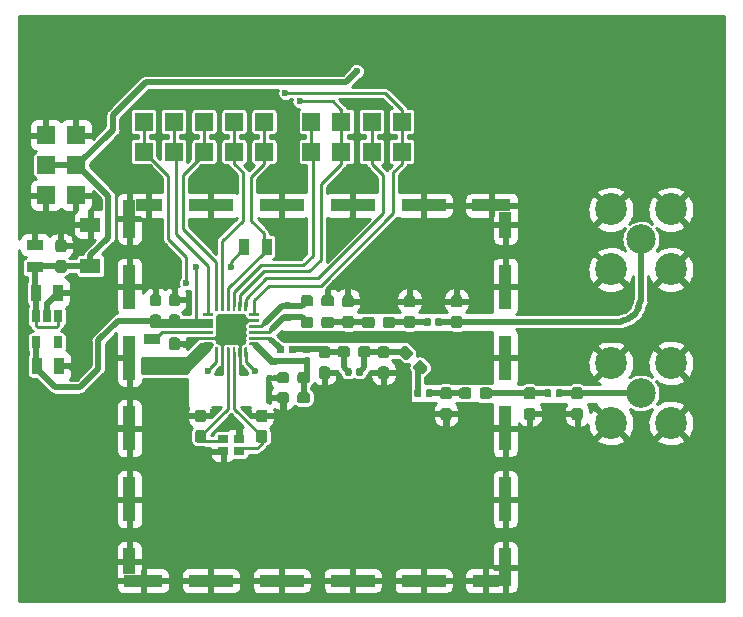
<source format=gbr>
G04 #@! TF.GenerationSoftware,KiCad,Pcbnew,(5.99.0-311-g81ce588a0)*
G04 #@! TF.CreationDate,2019-11-06T10:45:35+01:00*
G04 #@! TF.ProjectId,ISM02A,49534d30-3241-42e6-9b69-6361645f7063,REV*
G04 #@! TF.SameCoordinates,Original*
G04 #@! TF.FileFunction,Copper,L2,Bot*
G04 #@! TF.FilePolarity,Positive*
%FSLAX46Y46*%
G04 Gerber Fmt 4.6, Leading zero omitted, Abs format (unit mm)*
G04 Created by KiCad (PCBNEW (5.99.0-311-g81ce588a0)) date 2019-11-06 10:45:35*
%MOMM*%
%LPD*%
G04 APERTURE LIST*
G04 #@! TA.AperFunction,SMDPad,CuDef*
%ADD10R,1.397000X0.889000*%
G04 #@! TD*
G04 #@! TA.AperFunction,SMDPad,CuDef*
%ADD11R,0.889000X1.397000*%
G04 #@! TD*
G04 #@! TA.AperFunction,SMDPad,CuDef*
%ADD12R,0.650000X1.060000*%
G04 #@! TD*
G04 #@! TA.AperFunction,SMDPad,CuDef*
%ADD13R,1.700000X1.300000*%
G04 #@! TD*
G04 #@! TA.AperFunction,ComponentPad*
%ADD14R,1.524000X1.524000*%
G04 #@! TD*
G04 #@! TA.AperFunction,ComponentPad*
%ADD15C,2.700000*%
G04 #@! TD*
G04 #@! TA.AperFunction,ComponentPad*
%ADD16C,2.500000*%
G04 #@! TD*
G04 #@! TA.AperFunction,ComponentPad*
%ADD17C,6.000000*%
G04 #@! TD*
G04 #@! TA.AperFunction,ViaPad*
%ADD18C,0.500000*%
G04 #@! TD*
G04 #@! TA.AperFunction,SMDPad,CuDef*
%ADD19R,0.850000X0.750000*%
G04 #@! TD*
G04 #@! TA.AperFunction,SMDPad,CuDef*
%ADD20R,3.800000X1.000000*%
G04 #@! TD*
G04 #@! TA.AperFunction,SMDPad,CuDef*
%ADD21R,1.000000X3.800000*%
G04 #@! TD*
G04 #@! TA.AperFunction,SMDPad,CuDef*
%ADD22R,2.300000X1.000000*%
G04 #@! TD*
G04 #@! TA.AperFunction,SMDPad,CuDef*
%ADD23R,1.000000X3.300000*%
G04 #@! TD*
G04 #@! TA.AperFunction,SMDPad,CuDef*
%ADD24R,1.000000X2.300000*%
G04 #@! TD*
G04 #@! TA.AperFunction,SMDPad,CuDef*
%ADD25R,3.300000X1.000000*%
G04 #@! TD*
G04 #@! TA.AperFunction,ViaPad*
%ADD26C,0.600000*%
G04 #@! TD*
G04 #@! TA.AperFunction,Conductor*
%ADD27C,0.500000*%
G04 #@! TD*
G04 #@! TA.AperFunction,Conductor*
%ADD28C,0.250000*%
G04 #@! TD*
G04 #@! TA.AperFunction,Conductor*
%ADD29C,0.254000*%
G04 #@! TD*
G04 APERTURE END LIST*
G04 #@! TA.AperFunction,SMDPad,CuDef*
G04 #@! TO.P,C13,2*
G04 #@! TO.N,Net-(C11-Pad1)*
G36*
X163103387Y-107343079D02*
G01*
X163180438Y-107394562D01*
X163231921Y-107471613D01*
X163250000Y-107562500D01*
X163250000Y-108037500D01*
X163231921Y-108128387D01*
X163180438Y-108205438D01*
X163103387Y-108256921D01*
X163012500Y-108275000D01*
X162437500Y-108275000D01*
X162346613Y-108256921D01*
X162269562Y-108205438D01*
X162218079Y-108128387D01*
X162200000Y-108037500D01*
X162200000Y-107562500D01*
X162218079Y-107471613D01*
X162269562Y-107394562D01*
X162346613Y-107343079D01*
X162437500Y-107325000D01*
X163012500Y-107325000D01*
X163103387Y-107343079D01*
G37*
G04 #@! TD.AperFunction*
G04 #@! TA.AperFunction,SMDPad,CuDef*
G04 #@! TO.P,C13,1*
G04 #@! TO.N,Net-(C13-Pad1)*
G36*
X164853387Y-107343079D02*
G01*
X164930438Y-107394562D01*
X164981921Y-107471613D01*
X165000000Y-107562500D01*
X165000000Y-108037500D01*
X164981921Y-108128387D01*
X164930438Y-108205438D01*
X164853387Y-108256921D01*
X164762500Y-108275000D01*
X164187500Y-108275000D01*
X164096613Y-108256921D01*
X164019562Y-108205438D01*
X163968079Y-108128387D01*
X163950000Y-108037500D01*
X163950000Y-107562500D01*
X163968079Y-107471613D01*
X164019562Y-107394562D01*
X164096613Y-107343079D01*
X164187500Y-107325000D01*
X164762500Y-107325000D01*
X164853387Y-107343079D01*
G37*
G04 #@! TD.AperFunction*
G04 #@! TD*
D10*
G04 #@! TO.P,C25,1*
G04 #@! TO.N,+5V*
X136600000Y-100652500D03*
G04 #@! TO.P,C25,2*
G04 #@! TO.N,GND*
X136600000Y-98747500D03*
G04 #@! TD*
D11*
G04 #@! TO.P,C21,2*
G04 #@! TO.N,GND*
X138552500Y-102800000D03*
G04 #@! TO.P,C21,1*
G04 #@! TO.N,+5V*
X136647500Y-102800000D03*
G04 #@! TD*
G04 #@! TO.P,C24,2*
G04 #@! TO.N,GND*
X138652500Y-109000000D03*
G04 #@! TO.P,C24,1*
G04 #@! TO.N,+3V3*
X136747500Y-109000000D03*
G04 #@! TD*
G04 #@! TA.AperFunction,SMDPad,CuDef*
G04 #@! TO.P,C2,2*
G04 #@! TO.N,GND*
G36*
X139128387Y-98318079D02*
G01*
X139205438Y-98369562D01*
X139256921Y-98446613D01*
X139275000Y-98537500D01*
X139275000Y-99112500D01*
X139256921Y-99203387D01*
X139205438Y-99280438D01*
X139128387Y-99331921D01*
X139037500Y-99350000D01*
X138562500Y-99350000D01*
X138471613Y-99331921D01*
X138394562Y-99280438D01*
X138343079Y-99203387D01*
X138325000Y-99112500D01*
X138325000Y-98537500D01*
X138343079Y-98446613D01*
X138394562Y-98369562D01*
X138471613Y-98318079D01*
X138562500Y-98300000D01*
X139037500Y-98300000D01*
X139128387Y-98318079D01*
G37*
G04 #@! TD.AperFunction*
G04 #@! TA.AperFunction,SMDPad,CuDef*
G04 #@! TO.P,C2,1*
G04 #@! TO.N,+5V*
G36*
X139128387Y-100068079D02*
G01*
X139205438Y-100119562D01*
X139256921Y-100196613D01*
X139275000Y-100287500D01*
X139275000Y-100862500D01*
X139256921Y-100953387D01*
X139205438Y-101030438D01*
X139128387Y-101081921D01*
X139037500Y-101100000D01*
X138562500Y-101100000D01*
X138471613Y-101081921D01*
X138394562Y-101030438D01*
X138343079Y-100953387D01*
X138325000Y-100862500D01*
X138325000Y-100287500D01*
X138343079Y-100196613D01*
X138394562Y-100119562D01*
X138471613Y-100068079D01*
X138562500Y-100050000D01*
X139037500Y-100050000D01*
X139128387Y-100068079D01*
G37*
G04 #@! TD.AperFunction*
G04 #@! TD*
D12*
G04 #@! TO.P,U2,1*
G04 #@! TO.N,+5V*
X136650000Y-104800000D03*
G04 #@! TO.P,U2,2*
G04 #@! TO.N,GND*
X137600000Y-104800000D03*
G04 #@! TO.P,U2,3*
G04 #@! TO.N,+5V*
X138550000Y-104800000D03*
G04 #@! TO.P,U2,4*
G04 #@! TO.N,Net-(U2-Pad4)*
X138550000Y-107000000D03*
G04 #@! TO.P,U2,5*
G04 #@! TO.N,+3V3*
X136650000Y-107000000D03*
G04 #@! TD*
G04 #@! TA.AperFunction,SMDPad,CuDef*
G04 #@! TO.P,L3,1*
G04 #@! TO.N,Net-(L3-Pad1)*
G36*
X157618946Y-107291228D02*
G01*
X157666798Y-107323202D01*
X157698772Y-107371054D01*
X157710000Y-107427500D01*
X157710000Y-107772500D01*
X157698772Y-107828946D01*
X157666798Y-107876798D01*
X157618946Y-107908772D01*
X157562500Y-107920000D01*
X157267500Y-107920000D01*
X157211054Y-107908772D01*
X157163202Y-107876798D01*
X157131228Y-107828946D01*
X157120000Y-107772500D01*
X157120000Y-107427500D01*
X157131228Y-107371054D01*
X157163202Y-107323202D01*
X157211054Y-107291228D01*
X157267500Y-107280000D01*
X157562500Y-107280000D01*
X157618946Y-107291228D01*
G37*
G04 #@! TD.AperFunction*
G04 #@! TA.AperFunction,SMDPad,CuDef*
G04 #@! TO.P,L3,2*
G04 #@! TO.N,Net-(C11-Pad1)*
G36*
X158588946Y-107291228D02*
G01*
X158636798Y-107323202D01*
X158668772Y-107371054D01*
X158680000Y-107427500D01*
X158680000Y-107772500D01*
X158668772Y-107828946D01*
X158636798Y-107876798D01*
X158588946Y-107908772D01*
X158532500Y-107920000D01*
X158237500Y-107920000D01*
X158181054Y-107908772D01*
X158133202Y-107876798D01*
X158101228Y-107828946D01*
X158090000Y-107772500D01*
X158090000Y-107427500D01*
X158101228Y-107371054D01*
X158133202Y-107323202D01*
X158181054Y-107291228D01*
X158237500Y-107280000D01*
X158532500Y-107280000D01*
X158588946Y-107291228D01*
G37*
G04 #@! TD.AperFunction*
G04 #@! TD*
G04 #@! TA.AperFunction,SMDPad,CuDef*
G04 #@! TO.P,C1,1*
G04 #@! TO.N,Net-(C1-Pad1)*
G36*
X156128387Y-114468079D02*
G01*
X156205438Y-114519562D01*
X156256921Y-114596613D01*
X156275000Y-114687500D01*
X156275000Y-115262500D01*
X156256921Y-115353387D01*
X156205438Y-115430438D01*
X156128387Y-115481921D01*
X156037500Y-115500000D01*
X155562500Y-115500000D01*
X155471613Y-115481921D01*
X155394562Y-115430438D01*
X155343079Y-115353387D01*
X155325000Y-115262500D01*
X155325000Y-114687500D01*
X155343079Y-114596613D01*
X155394562Y-114519562D01*
X155471613Y-114468079D01*
X155562500Y-114450000D01*
X156037500Y-114450000D01*
X156128387Y-114468079D01*
G37*
G04 #@! TD.AperFunction*
G04 #@! TA.AperFunction,SMDPad,CuDef*
G04 #@! TO.P,C1,2*
G04 #@! TO.N,GND*
G36*
X156128387Y-112718079D02*
G01*
X156205438Y-112769562D01*
X156256921Y-112846613D01*
X156275000Y-112937500D01*
X156275000Y-113512500D01*
X156256921Y-113603387D01*
X156205438Y-113680438D01*
X156128387Y-113731921D01*
X156037500Y-113750000D01*
X155562500Y-113750000D01*
X155471613Y-113731921D01*
X155394562Y-113680438D01*
X155343079Y-113603387D01*
X155325000Y-113512500D01*
X155325000Y-112937500D01*
X155343079Y-112846613D01*
X155394562Y-112769562D01*
X155471613Y-112718079D01*
X155562500Y-112700000D01*
X156037500Y-112700000D01*
X156128387Y-112718079D01*
G37*
G04 #@! TD.AperFunction*
G04 #@! TD*
G04 #@! TA.AperFunction,SMDPad,CuDef*
G04 #@! TO.P,C3,2*
G04 #@! TO.N,GND*
G36*
X150928387Y-112718079D02*
G01*
X151005438Y-112769562D01*
X151056921Y-112846613D01*
X151075000Y-112937500D01*
X151075000Y-113512500D01*
X151056921Y-113603387D01*
X151005438Y-113680438D01*
X150928387Y-113731921D01*
X150837500Y-113750000D01*
X150362500Y-113750000D01*
X150271613Y-113731921D01*
X150194562Y-113680438D01*
X150143079Y-113603387D01*
X150125000Y-113512500D01*
X150125000Y-112937500D01*
X150143079Y-112846613D01*
X150194562Y-112769562D01*
X150271613Y-112718079D01*
X150362500Y-112700000D01*
X150837500Y-112700000D01*
X150928387Y-112718079D01*
G37*
G04 #@! TD.AperFunction*
G04 #@! TA.AperFunction,SMDPad,CuDef*
G04 #@! TO.P,C3,1*
G04 #@! TO.N,Net-(C3-Pad1)*
G36*
X150928387Y-114468079D02*
G01*
X151005438Y-114519562D01*
X151056921Y-114596613D01*
X151075000Y-114687500D01*
X151075000Y-115262500D01*
X151056921Y-115353387D01*
X151005438Y-115430438D01*
X150928387Y-115481921D01*
X150837500Y-115500000D01*
X150362500Y-115500000D01*
X150271613Y-115481921D01*
X150194562Y-115430438D01*
X150143079Y-115353387D01*
X150125000Y-115262500D01*
X150125000Y-114687500D01*
X150143079Y-114596613D01*
X150194562Y-114519562D01*
X150271613Y-114468079D01*
X150362500Y-114450000D01*
X150837500Y-114450000D01*
X150928387Y-114468079D01*
G37*
G04 #@! TD.AperFunction*
G04 #@! TD*
G04 #@! TA.AperFunction,SMDPad,CuDef*
G04 #@! TO.P,C4,1*
G04 #@! TO.N,Net-(C4-Pad1)*
G36*
X148728387Y-108368079D02*
G01*
X148805438Y-108419562D01*
X148856921Y-108496613D01*
X148875000Y-108587500D01*
X148875000Y-109162500D01*
X148856921Y-109253387D01*
X148805438Y-109330438D01*
X148728387Y-109381921D01*
X148637500Y-109400000D01*
X148162500Y-109400000D01*
X148071613Y-109381921D01*
X147994562Y-109330438D01*
X147943079Y-109253387D01*
X147925000Y-109162500D01*
X147925000Y-108587500D01*
X147943079Y-108496613D01*
X147994562Y-108419562D01*
X148071613Y-108368079D01*
X148162500Y-108350000D01*
X148637500Y-108350000D01*
X148728387Y-108368079D01*
G37*
G04 #@! TD.AperFunction*
G04 #@! TA.AperFunction,SMDPad,CuDef*
G04 #@! TO.P,C4,2*
G04 #@! TO.N,GND*
G36*
X148728387Y-106618079D02*
G01*
X148805438Y-106669562D01*
X148856921Y-106746613D01*
X148875000Y-106837500D01*
X148875000Y-107412500D01*
X148856921Y-107503387D01*
X148805438Y-107580438D01*
X148728387Y-107631921D01*
X148637500Y-107650000D01*
X148162500Y-107650000D01*
X148071613Y-107631921D01*
X147994562Y-107580438D01*
X147943079Y-107503387D01*
X147925000Y-107412500D01*
X147925000Y-106837500D01*
X147943079Y-106746613D01*
X147994562Y-106669562D01*
X148071613Y-106618079D01*
X148162500Y-106600000D01*
X148637500Y-106600000D01*
X148728387Y-106618079D01*
G37*
G04 #@! TD.AperFunction*
G04 #@! TD*
G04 #@! TA.AperFunction,SMDPad,CuDef*
G04 #@! TO.P,C5,2*
G04 #@! TO.N,GND*
G36*
X147128387Y-102918079D02*
G01*
X147205438Y-102969562D01*
X147256921Y-103046613D01*
X147275000Y-103137500D01*
X147275000Y-103712500D01*
X147256921Y-103803387D01*
X147205438Y-103880438D01*
X147128387Y-103931921D01*
X147037500Y-103950000D01*
X146562500Y-103950000D01*
X146471613Y-103931921D01*
X146394562Y-103880438D01*
X146343079Y-103803387D01*
X146325000Y-103712500D01*
X146325000Y-103137500D01*
X146343079Y-103046613D01*
X146394562Y-102969562D01*
X146471613Y-102918079D01*
X146562500Y-102900000D01*
X147037500Y-102900000D01*
X147128387Y-102918079D01*
G37*
G04 #@! TD.AperFunction*
G04 #@! TA.AperFunction,SMDPad,CuDef*
G04 #@! TO.P,C5,1*
G04 #@! TO.N,+3V3*
G36*
X147128387Y-104668079D02*
G01*
X147205438Y-104719562D01*
X147256921Y-104796613D01*
X147275000Y-104887500D01*
X147275000Y-105462500D01*
X147256921Y-105553387D01*
X147205438Y-105630438D01*
X147128387Y-105681921D01*
X147037500Y-105700000D01*
X146562500Y-105700000D01*
X146471613Y-105681921D01*
X146394562Y-105630438D01*
X146343079Y-105553387D01*
X146325000Y-105462500D01*
X146325000Y-104887500D01*
X146343079Y-104796613D01*
X146394562Y-104719562D01*
X146471613Y-104668079D01*
X146562500Y-104650000D01*
X147037500Y-104650000D01*
X147128387Y-104668079D01*
G37*
G04 #@! TD.AperFunction*
G04 #@! TD*
G04 #@! TA.AperFunction,SMDPad,CuDef*
G04 #@! TO.P,C6,2*
G04 #@! TO.N,GND*
G36*
X148728387Y-102918079D02*
G01*
X148805438Y-102969562D01*
X148856921Y-103046613D01*
X148875000Y-103137500D01*
X148875000Y-103712500D01*
X148856921Y-103803387D01*
X148805438Y-103880438D01*
X148728387Y-103931921D01*
X148637500Y-103950000D01*
X148162500Y-103950000D01*
X148071613Y-103931921D01*
X147994562Y-103880438D01*
X147943079Y-103803387D01*
X147925000Y-103712500D01*
X147925000Y-103137500D01*
X147943079Y-103046613D01*
X147994562Y-102969562D01*
X148071613Y-102918079D01*
X148162500Y-102900000D01*
X148637500Y-102900000D01*
X148728387Y-102918079D01*
G37*
G04 #@! TD.AperFunction*
G04 #@! TA.AperFunction,SMDPad,CuDef*
G04 #@! TO.P,C6,1*
G04 #@! TO.N,+3V3*
G36*
X148728387Y-104668079D02*
G01*
X148805438Y-104719562D01*
X148856921Y-104796613D01*
X148875000Y-104887500D01*
X148875000Y-105462500D01*
X148856921Y-105553387D01*
X148805438Y-105630438D01*
X148728387Y-105681921D01*
X148637500Y-105700000D01*
X148162500Y-105700000D01*
X148071613Y-105681921D01*
X147994562Y-105630438D01*
X147943079Y-105553387D01*
X147925000Y-105462500D01*
X147925000Y-104887500D01*
X147943079Y-104796613D01*
X147994562Y-104719562D01*
X148071613Y-104668079D01*
X148162500Y-104650000D01*
X148637500Y-104650000D01*
X148728387Y-104668079D01*
G37*
G04 #@! TD.AperFunction*
G04 #@! TD*
G04 #@! TA.AperFunction,SMDPad,CuDef*
G04 #@! TO.P,C7,2*
G04 #@! TO.N,GND*
G36*
X157978387Y-111243079D02*
G01*
X158055438Y-111294562D01*
X158106921Y-111371613D01*
X158125000Y-111462500D01*
X158125000Y-111937500D01*
X158106921Y-112028387D01*
X158055438Y-112105438D01*
X157978387Y-112156921D01*
X157887500Y-112175000D01*
X157312500Y-112175000D01*
X157221613Y-112156921D01*
X157144562Y-112105438D01*
X157093079Y-112028387D01*
X157075000Y-111937500D01*
X157075000Y-111462500D01*
X157093079Y-111371613D01*
X157144562Y-111294562D01*
X157221613Y-111243079D01*
X157312500Y-111225000D01*
X157887500Y-111225000D01*
X157978387Y-111243079D01*
G37*
G04 #@! TD.AperFunction*
G04 #@! TA.AperFunction,SMDPad,CuDef*
G04 #@! TO.P,C7,1*
G04 #@! TO.N,Net-(C7-Pad1)*
G36*
X159728387Y-111243079D02*
G01*
X159805438Y-111294562D01*
X159856921Y-111371613D01*
X159875000Y-111462500D01*
X159875000Y-111937500D01*
X159856921Y-112028387D01*
X159805438Y-112105438D01*
X159728387Y-112156921D01*
X159637500Y-112175000D01*
X159062500Y-112175000D01*
X158971613Y-112156921D01*
X158894562Y-112105438D01*
X158843079Y-112028387D01*
X158825000Y-111937500D01*
X158825000Y-111462500D01*
X158843079Y-111371613D01*
X158894562Y-111294562D01*
X158971613Y-111243079D01*
X159062500Y-111225000D01*
X159637500Y-111225000D01*
X159728387Y-111243079D01*
G37*
G04 #@! TD.AperFunction*
G04 #@! TD*
G04 #@! TA.AperFunction,SMDPad,CuDef*
G04 #@! TO.P,C8,1*
G04 #@! TO.N,Net-(C8-Pad1)*
G36*
X160003387Y-103043079D02*
G01*
X160080438Y-103094562D01*
X160131921Y-103171613D01*
X160150000Y-103262500D01*
X160150000Y-103737500D01*
X160131921Y-103828387D01*
X160080438Y-103905438D01*
X160003387Y-103956921D01*
X159912500Y-103975000D01*
X159337500Y-103975000D01*
X159246613Y-103956921D01*
X159169562Y-103905438D01*
X159118079Y-103828387D01*
X159100000Y-103737500D01*
X159100000Y-103262500D01*
X159118079Y-103171613D01*
X159169562Y-103094562D01*
X159246613Y-103043079D01*
X159337500Y-103025000D01*
X159912500Y-103025000D01*
X160003387Y-103043079D01*
G37*
G04 #@! TD.AperFunction*
G04 #@! TA.AperFunction,SMDPad,CuDef*
G04 #@! TO.P,C8,2*
G04 #@! TO.N,GND*
G36*
X161753387Y-103043079D02*
G01*
X161830438Y-103094562D01*
X161881921Y-103171613D01*
X161900000Y-103262500D01*
X161900000Y-103737500D01*
X161881921Y-103828387D01*
X161830438Y-103905438D01*
X161753387Y-103956921D01*
X161662500Y-103975000D01*
X161087500Y-103975000D01*
X160996613Y-103956921D01*
X160919562Y-103905438D01*
X160868079Y-103828387D01*
X160850000Y-103737500D01*
X160850000Y-103262500D01*
X160868079Y-103171613D01*
X160919562Y-103094562D01*
X160996613Y-103043079D01*
X161087500Y-103025000D01*
X161662500Y-103025000D01*
X161753387Y-103043079D01*
G37*
G04 #@! TD.AperFunction*
G04 #@! TD*
G04 #@! TA.AperFunction,SMDPad,CuDef*
G04 #@! TO.P,C9,1*
G04 #@! TO.N,Net-(C7-Pad1)*
G36*
X159728387Y-109543079D02*
G01*
X159805438Y-109594562D01*
X159856921Y-109671613D01*
X159875000Y-109762500D01*
X159875000Y-110237500D01*
X159856921Y-110328387D01*
X159805438Y-110405438D01*
X159728387Y-110456921D01*
X159637500Y-110475000D01*
X159062500Y-110475000D01*
X158971613Y-110456921D01*
X158894562Y-110405438D01*
X158843079Y-110328387D01*
X158825000Y-110237500D01*
X158825000Y-109762500D01*
X158843079Y-109671613D01*
X158894562Y-109594562D01*
X158971613Y-109543079D01*
X159062500Y-109525000D01*
X159637500Y-109525000D01*
X159728387Y-109543079D01*
G37*
G04 #@! TD.AperFunction*
G04 #@! TA.AperFunction,SMDPad,CuDef*
G04 #@! TO.P,C9,2*
G04 #@! TO.N,GND*
G36*
X157978387Y-109543079D02*
G01*
X158055438Y-109594562D01*
X158106921Y-109671613D01*
X158125000Y-109762500D01*
X158125000Y-110237500D01*
X158106921Y-110328387D01*
X158055438Y-110405438D01*
X157978387Y-110456921D01*
X157887500Y-110475000D01*
X157312500Y-110475000D01*
X157221613Y-110456921D01*
X157144562Y-110405438D01*
X157093079Y-110328387D01*
X157075000Y-110237500D01*
X157075000Y-109762500D01*
X157093079Y-109671613D01*
X157144562Y-109594562D01*
X157221613Y-109543079D01*
X157312500Y-109525000D01*
X157887500Y-109525000D01*
X157978387Y-109543079D01*
G37*
G04 #@! TD.AperFunction*
G04 #@! TD*
G04 #@! TA.AperFunction,SMDPad,CuDef*
G04 #@! TO.P,C10,1*
G04 #@! TO.N,Net-(C10-Pad1)*
G36*
X161753387Y-104843079D02*
G01*
X161830438Y-104894562D01*
X161881921Y-104971613D01*
X161900000Y-105062500D01*
X161900000Y-105537500D01*
X161881921Y-105628387D01*
X161830438Y-105705438D01*
X161753387Y-105756921D01*
X161662500Y-105775000D01*
X161087500Y-105775000D01*
X160996613Y-105756921D01*
X160919562Y-105705438D01*
X160868079Y-105628387D01*
X160850000Y-105537500D01*
X160850000Y-105062500D01*
X160868079Y-104971613D01*
X160919562Y-104894562D01*
X160996613Y-104843079D01*
X161087500Y-104825000D01*
X161662500Y-104825000D01*
X161753387Y-104843079D01*
G37*
G04 #@! TD.AperFunction*
G04 #@! TA.AperFunction,SMDPad,CuDef*
G04 #@! TO.P,C10,2*
G04 #@! TO.N,Net-(C10-Pad2)*
G36*
X160003387Y-104843079D02*
G01*
X160080438Y-104894562D01*
X160131921Y-104971613D01*
X160150000Y-105062500D01*
X160150000Y-105537500D01*
X160131921Y-105628387D01*
X160080438Y-105705438D01*
X160003387Y-105756921D01*
X159912500Y-105775000D01*
X159337500Y-105775000D01*
X159246613Y-105756921D01*
X159169562Y-105705438D01*
X159118079Y-105628387D01*
X159100000Y-105537500D01*
X159100000Y-105062500D01*
X159118079Y-104971613D01*
X159169562Y-104894562D01*
X159246613Y-104843079D01*
X159337500Y-104825000D01*
X159912500Y-104825000D01*
X160003387Y-104843079D01*
G37*
G04 #@! TD.AperFunction*
G04 #@! TD*
G04 #@! TA.AperFunction,SMDPad,CuDef*
G04 #@! TO.P,C11,1*
G04 #@! TO.N,Net-(C11-Pad1)*
G36*
X161428387Y-107318079D02*
G01*
X161505438Y-107369562D01*
X161556921Y-107446613D01*
X161575000Y-107537500D01*
X161575000Y-108112500D01*
X161556921Y-108203387D01*
X161505438Y-108280438D01*
X161428387Y-108331921D01*
X161337500Y-108350000D01*
X160862500Y-108350000D01*
X160771613Y-108331921D01*
X160694562Y-108280438D01*
X160643079Y-108203387D01*
X160625000Y-108112500D01*
X160625000Y-107537500D01*
X160643079Y-107446613D01*
X160694562Y-107369562D01*
X160771613Y-107318079D01*
X160862500Y-107300000D01*
X161337500Y-107300000D01*
X161428387Y-107318079D01*
G37*
G04 #@! TD.AperFunction*
G04 #@! TA.AperFunction,SMDPad,CuDef*
G04 #@! TO.P,C11,2*
G04 #@! TO.N,GND*
G36*
X161428387Y-109068079D02*
G01*
X161505438Y-109119562D01*
X161556921Y-109196613D01*
X161575000Y-109287500D01*
X161575000Y-109862500D01*
X161556921Y-109953387D01*
X161505438Y-110030438D01*
X161428387Y-110081921D01*
X161337500Y-110100000D01*
X160862500Y-110100000D01*
X160771613Y-110081921D01*
X160694562Y-110030438D01*
X160643079Y-109953387D01*
X160625000Y-109862500D01*
X160625000Y-109287500D01*
X160643079Y-109196613D01*
X160694562Y-109119562D01*
X160771613Y-109068079D01*
X160862500Y-109050000D01*
X161337500Y-109050000D01*
X161428387Y-109068079D01*
G37*
G04 #@! TD.AperFunction*
G04 #@! TD*
G04 #@! TA.AperFunction,SMDPad,CuDef*
G04 #@! TO.P,C12,2*
G04 #@! TO.N,GND*
G36*
X163428387Y-103018079D02*
G01*
X163505438Y-103069562D01*
X163556921Y-103146613D01*
X163575000Y-103237500D01*
X163575000Y-103812500D01*
X163556921Y-103903387D01*
X163505438Y-103980438D01*
X163428387Y-104031921D01*
X163337500Y-104050000D01*
X162862500Y-104050000D01*
X162771613Y-104031921D01*
X162694562Y-103980438D01*
X162643079Y-103903387D01*
X162625000Y-103812500D01*
X162625000Y-103237500D01*
X162643079Y-103146613D01*
X162694562Y-103069562D01*
X162771613Y-103018079D01*
X162862500Y-103000000D01*
X163337500Y-103000000D01*
X163428387Y-103018079D01*
G37*
G04 #@! TD.AperFunction*
G04 #@! TA.AperFunction,SMDPad,CuDef*
G04 #@! TO.P,C12,1*
G04 #@! TO.N,Net-(C10-Pad1)*
G36*
X163428387Y-104768079D02*
G01*
X163505438Y-104819562D01*
X163556921Y-104896613D01*
X163575000Y-104987500D01*
X163575000Y-105562500D01*
X163556921Y-105653387D01*
X163505438Y-105730438D01*
X163428387Y-105781921D01*
X163337500Y-105800000D01*
X162862500Y-105800000D01*
X162771613Y-105781921D01*
X162694562Y-105730438D01*
X162643079Y-105653387D01*
X162625000Y-105562500D01*
X162625000Y-104987500D01*
X162643079Y-104896613D01*
X162694562Y-104819562D01*
X162771613Y-104768079D01*
X162862500Y-104750000D01*
X163337500Y-104750000D01*
X163428387Y-104768079D01*
G37*
G04 #@! TD.AperFunction*
G04 #@! TD*
G04 #@! TA.AperFunction,SMDPad,CuDef*
G04 #@! TO.P,C14,2*
G04 #@! TO.N,GND*
G36*
X166428387Y-109068079D02*
G01*
X166505438Y-109119562D01*
X166556921Y-109196613D01*
X166575000Y-109287500D01*
X166575000Y-109862500D01*
X166556921Y-109953387D01*
X166505438Y-110030438D01*
X166428387Y-110081921D01*
X166337500Y-110100000D01*
X165862500Y-110100000D01*
X165771613Y-110081921D01*
X165694562Y-110030438D01*
X165643079Y-109953387D01*
X165625000Y-109862500D01*
X165625000Y-109287500D01*
X165643079Y-109196613D01*
X165694562Y-109119562D01*
X165771613Y-109068079D01*
X165862500Y-109050000D01*
X166337500Y-109050000D01*
X166428387Y-109068079D01*
G37*
G04 #@! TD.AperFunction*
G04 #@! TA.AperFunction,SMDPad,CuDef*
G04 #@! TO.P,C14,1*
G04 #@! TO.N,Net-(C13-Pad1)*
G36*
X166428387Y-107318079D02*
G01*
X166505438Y-107369562D01*
X166556921Y-107446613D01*
X166575000Y-107537500D01*
X166575000Y-108112500D01*
X166556921Y-108203387D01*
X166505438Y-108280438D01*
X166428387Y-108331921D01*
X166337500Y-108350000D01*
X165862500Y-108350000D01*
X165771613Y-108331921D01*
X165694562Y-108280438D01*
X165643079Y-108203387D01*
X165625000Y-108112500D01*
X165625000Y-107537500D01*
X165643079Y-107446613D01*
X165694562Y-107369562D01*
X165771613Y-107318079D01*
X165862500Y-107300000D01*
X166337500Y-107300000D01*
X166428387Y-107318079D01*
G37*
G04 #@! TD.AperFunction*
G04 #@! TD*
G04 #@! TA.AperFunction,SMDPad,CuDef*
G04 #@! TO.P,C15,1*
G04 #@! TO.N,Net-(C15-Pad1)*
G36*
X169274250Y-108528066D02*
G01*
X169351301Y-108579549D01*
X169757887Y-108986135D01*
X169809370Y-109063186D01*
X169827449Y-109154073D01*
X169809370Y-109244960D01*
X169757887Y-109322011D01*
X169422011Y-109657887D01*
X169344960Y-109709370D01*
X169254073Y-109727449D01*
X169163186Y-109709370D01*
X169086135Y-109657887D01*
X168679549Y-109251301D01*
X168628066Y-109174250D01*
X168609987Y-109083363D01*
X168628066Y-108992476D01*
X168679549Y-108915425D01*
X169015425Y-108579549D01*
X169092476Y-108528066D01*
X169183363Y-108509987D01*
X169274250Y-108528066D01*
G37*
G04 #@! TD.AperFunction*
G04 #@! TA.AperFunction,SMDPad,CuDef*
G04 #@! TO.P,C15,2*
G04 #@! TO.N,Net-(C13-Pad1)*
G36*
X168036814Y-107290630D02*
G01*
X168113865Y-107342113D01*
X168520451Y-107748699D01*
X168571934Y-107825750D01*
X168590013Y-107916637D01*
X168571934Y-108007524D01*
X168520451Y-108084575D01*
X168184575Y-108420451D01*
X168107524Y-108471934D01*
X168016637Y-108490013D01*
X167925750Y-108471934D01*
X167848699Y-108420451D01*
X167442113Y-108013865D01*
X167390630Y-107936814D01*
X167372551Y-107845927D01*
X167390630Y-107755040D01*
X167442113Y-107677989D01*
X167777989Y-107342113D01*
X167855040Y-107290630D01*
X167945927Y-107272551D01*
X168036814Y-107290630D01*
G37*
G04 #@! TD.AperFunction*
G04 #@! TD*
G04 #@! TA.AperFunction,SMDPad,CuDef*
G04 #@! TO.P,C16,2*
G04 #@! TO.N,GND*
G36*
X171728387Y-112568079D02*
G01*
X171805438Y-112619562D01*
X171856921Y-112696613D01*
X171875000Y-112787500D01*
X171875000Y-113362500D01*
X171856921Y-113453387D01*
X171805438Y-113530438D01*
X171728387Y-113581921D01*
X171637500Y-113600000D01*
X171162500Y-113600000D01*
X171071613Y-113581921D01*
X170994562Y-113530438D01*
X170943079Y-113453387D01*
X170925000Y-113362500D01*
X170925000Y-112787500D01*
X170943079Y-112696613D01*
X170994562Y-112619562D01*
X171071613Y-112568079D01*
X171162500Y-112550000D01*
X171637500Y-112550000D01*
X171728387Y-112568079D01*
G37*
G04 #@! TD.AperFunction*
G04 #@! TA.AperFunction,SMDPad,CuDef*
G04 #@! TO.P,C16,1*
G04 #@! TO.N,Net-(C16-Pad1)*
G36*
X171728387Y-110818079D02*
G01*
X171805438Y-110869562D01*
X171856921Y-110946613D01*
X171875000Y-111037500D01*
X171875000Y-111612500D01*
X171856921Y-111703387D01*
X171805438Y-111780438D01*
X171728387Y-111831921D01*
X171637500Y-111850000D01*
X171162500Y-111850000D01*
X171071613Y-111831921D01*
X170994562Y-111780438D01*
X170943079Y-111703387D01*
X170925000Y-111612500D01*
X170925000Y-111037500D01*
X170943079Y-110946613D01*
X170994562Y-110869562D01*
X171071613Y-110818079D01*
X171162500Y-110800000D01*
X171637500Y-110800000D01*
X171728387Y-110818079D01*
G37*
G04 #@! TD.AperFunction*
G04 #@! TD*
G04 #@! TA.AperFunction,SMDPad,CuDef*
G04 #@! TO.P,C17,1*
G04 #@! TO.N,Net-(C17-Pad1)*
G36*
X175153387Y-110843079D02*
G01*
X175230438Y-110894562D01*
X175281921Y-110971613D01*
X175300000Y-111062500D01*
X175300000Y-111537500D01*
X175281921Y-111628387D01*
X175230438Y-111705438D01*
X175153387Y-111756921D01*
X175062500Y-111775000D01*
X174487500Y-111775000D01*
X174396613Y-111756921D01*
X174319562Y-111705438D01*
X174268079Y-111628387D01*
X174250000Y-111537500D01*
X174250000Y-111062500D01*
X174268079Y-110971613D01*
X174319562Y-110894562D01*
X174396613Y-110843079D01*
X174487500Y-110825000D01*
X175062500Y-110825000D01*
X175153387Y-110843079D01*
G37*
G04 #@! TD.AperFunction*
G04 #@! TA.AperFunction,SMDPad,CuDef*
G04 #@! TO.P,C17,2*
G04 #@! TO.N,Net-(C16-Pad1)*
G36*
X173403387Y-110843079D02*
G01*
X173480438Y-110894562D01*
X173531921Y-110971613D01*
X173550000Y-111062500D01*
X173550000Y-111537500D01*
X173531921Y-111628387D01*
X173480438Y-111705438D01*
X173403387Y-111756921D01*
X173312500Y-111775000D01*
X172737500Y-111775000D01*
X172646613Y-111756921D01*
X172569562Y-111705438D01*
X172518079Y-111628387D01*
X172500000Y-111537500D01*
X172500000Y-111062500D01*
X172518079Y-110971613D01*
X172569562Y-110894562D01*
X172646613Y-110843079D01*
X172737500Y-110825000D01*
X173312500Y-110825000D01*
X173403387Y-110843079D01*
G37*
G04 #@! TD.AperFunction*
G04 #@! TD*
G04 #@! TA.AperFunction,SMDPad,CuDef*
G04 #@! TO.P,C18,2*
G04 #@! TO.N,Net-(C10-Pad1)*
G36*
X165203387Y-104843079D02*
G01*
X165280438Y-104894562D01*
X165331921Y-104971613D01*
X165350000Y-105062500D01*
X165350000Y-105537500D01*
X165331921Y-105628387D01*
X165280438Y-105705438D01*
X165203387Y-105756921D01*
X165112500Y-105775000D01*
X164537500Y-105775000D01*
X164446613Y-105756921D01*
X164369562Y-105705438D01*
X164318079Y-105628387D01*
X164300000Y-105537500D01*
X164300000Y-105062500D01*
X164318079Y-104971613D01*
X164369562Y-104894562D01*
X164446613Y-104843079D01*
X164537500Y-104825000D01*
X165112500Y-104825000D01*
X165203387Y-104843079D01*
G37*
G04 #@! TD.AperFunction*
G04 #@! TA.AperFunction,SMDPad,CuDef*
G04 #@! TO.P,C18,1*
G04 #@! TO.N,Net-(C18-Pad1)*
G36*
X166953387Y-104843079D02*
G01*
X167030438Y-104894562D01*
X167081921Y-104971613D01*
X167100000Y-105062500D01*
X167100000Y-105537500D01*
X167081921Y-105628387D01*
X167030438Y-105705438D01*
X166953387Y-105756921D01*
X166862500Y-105775000D01*
X166287500Y-105775000D01*
X166196613Y-105756921D01*
X166119562Y-105705438D01*
X166068079Y-105628387D01*
X166050000Y-105537500D01*
X166050000Y-105062500D01*
X166068079Y-104971613D01*
X166119562Y-104894562D01*
X166196613Y-104843079D01*
X166287500Y-104825000D01*
X166862500Y-104825000D01*
X166953387Y-104843079D01*
G37*
G04 #@! TD.AperFunction*
G04 #@! TD*
G04 #@! TA.AperFunction,SMDPad,CuDef*
G04 #@! TO.P,C19,2*
G04 #@! TO.N,Net-(C17-Pad1)*
G36*
X178828387Y-110818079D02*
G01*
X178905438Y-110869562D01*
X178956921Y-110946613D01*
X178975000Y-111037500D01*
X178975000Y-111612500D01*
X178956921Y-111703387D01*
X178905438Y-111780438D01*
X178828387Y-111831921D01*
X178737500Y-111850000D01*
X178262500Y-111850000D01*
X178171613Y-111831921D01*
X178094562Y-111780438D01*
X178043079Y-111703387D01*
X178025000Y-111612500D01*
X178025000Y-111037500D01*
X178043079Y-110946613D01*
X178094562Y-110869562D01*
X178171613Y-110818079D01*
X178262500Y-110800000D01*
X178737500Y-110800000D01*
X178828387Y-110818079D01*
G37*
G04 #@! TD.AperFunction*
G04 #@! TA.AperFunction,SMDPad,CuDef*
G04 #@! TO.P,C19,1*
G04 #@! TO.N,GND*
G36*
X178828387Y-112568079D02*
G01*
X178905438Y-112619562D01*
X178956921Y-112696613D01*
X178975000Y-112787500D01*
X178975000Y-113362500D01*
X178956921Y-113453387D01*
X178905438Y-113530438D01*
X178828387Y-113581921D01*
X178737500Y-113600000D01*
X178262500Y-113600000D01*
X178171613Y-113581921D01*
X178094562Y-113530438D01*
X178043079Y-113453387D01*
X178025000Y-113362500D01*
X178025000Y-112787500D01*
X178043079Y-112696613D01*
X178094562Y-112619562D01*
X178171613Y-112568079D01*
X178262500Y-112550000D01*
X178737500Y-112550000D01*
X178828387Y-112568079D01*
G37*
G04 #@! TD.AperFunction*
G04 #@! TD*
G04 #@! TA.AperFunction,SMDPad,CuDef*
G04 #@! TO.P,C20,1*
G04 #@! TO.N,GND*
G36*
X168628387Y-103018079D02*
G01*
X168705438Y-103069562D01*
X168756921Y-103146613D01*
X168775000Y-103237500D01*
X168775000Y-103812500D01*
X168756921Y-103903387D01*
X168705438Y-103980438D01*
X168628387Y-104031921D01*
X168537500Y-104050000D01*
X168062500Y-104050000D01*
X167971613Y-104031921D01*
X167894562Y-103980438D01*
X167843079Y-103903387D01*
X167825000Y-103812500D01*
X167825000Y-103237500D01*
X167843079Y-103146613D01*
X167894562Y-103069562D01*
X167971613Y-103018079D01*
X168062500Y-103000000D01*
X168537500Y-103000000D01*
X168628387Y-103018079D01*
G37*
G04 #@! TD.AperFunction*
G04 #@! TA.AperFunction,SMDPad,CuDef*
G04 #@! TO.P,C20,2*
G04 #@! TO.N,Net-(C18-Pad1)*
G36*
X168628387Y-104768079D02*
G01*
X168705438Y-104819562D01*
X168756921Y-104896613D01*
X168775000Y-104987500D01*
X168775000Y-105562500D01*
X168756921Y-105653387D01*
X168705438Y-105730438D01*
X168628387Y-105781921D01*
X168537500Y-105800000D01*
X168062500Y-105800000D01*
X167971613Y-105781921D01*
X167894562Y-105730438D01*
X167843079Y-105653387D01*
X167825000Y-105562500D01*
X167825000Y-104987500D01*
X167843079Y-104896613D01*
X167894562Y-104819562D01*
X167971613Y-104768079D01*
X168062500Y-104750000D01*
X168537500Y-104750000D01*
X168628387Y-104768079D01*
G37*
G04 #@! TD.AperFunction*
G04 #@! TD*
G04 #@! TA.AperFunction,SMDPad,CuDef*
G04 #@! TO.P,C22,1*
G04 #@! TO.N,GND*
G36*
X182828387Y-112568079D02*
G01*
X182905438Y-112619562D01*
X182956921Y-112696613D01*
X182975000Y-112787500D01*
X182975000Y-113362500D01*
X182956921Y-113453387D01*
X182905438Y-113530438D01*
X182828387Y-113581921D01*
X182737500Y-113600000D01*
X182262500Y-113600000D01*
X182171613Y-113581921D01*
X182094562Y-113530438D01*
X182043079Y-113453387D01*
X182025000Y-113362500D01*
X182025000Y-112787500D01*
X182043079Y-112696613D01*
X182094562Y-112619562D01*
X182171613Y-112568079D01*
X182262500Y-112550000D01*
X182737500Y-112550000D01*
X182828387Y-112568079D01*
G37*
G04 #@! TD.AperFunction*
G04 #@! TA.AperFunction,SMDPad,CuDef*
G04 #@! TO.P,C22,2*
G04 #@! TO.N,Net-(C22-Pad2)*
G36*
X182828387Y-110818079D02*
G01*
X182905438Y-110869562D01*
X182956921Y-110946613D01*
X182975000Y-111037500D01*
X182975000Y-111612500D01*
X182956921Y-111703387D01*
X182905438Y-111780438D01*
X182828387Y-111831921D01*
X182737500Y-111850000D01*
X182262500Y-111850000D01*
X182171613Y-111831921D01*
X182094562Y-111780438D01*
X182043079Y-111703387D01*
X182025000Y-111612500D01*
X182025000Y-111037500D01*
X182043079Y-110946613D01*
X182094562Y-110869562D01*
X182171613Y-110818079D01*
X182262500Y-110800000D01*
X182737500Y-110800000D01*
X182828387Y-110818079D01*
G37*
G04 #@! TD.AperFunction*
G04 #@! TD*
G04 #@! TA.AperFunction,SMDPad,CuDef*
G04 #@! TO.P,C23,2*
G04 #@! TO.N,Net-(C23-Pad2)*
G36*
X172628387Y-104768079D02*
G01*
X172705438Y-104819562D01*
X172756921Y-104896613D01*
X172775000Y-104987500D01*
X172775000Y-105562500D01*
X172756921Y-105653387D01*
X172705438Y-105730438D01*
X172628387Y-105781921D01*
X172537500Y-105800000D01*
X172062500Y-105800000D01*
X171971613Y-105781921D01*
X171894562Y-105730438D01*
X171843079Y-105653387D01*
X171825000Y-105562500D01*
X171825000Y-104987500D01*
X171843079Y-104896613D01*
X171894562Y-104819562D01*
X171971613Y-104768079D01*
X172062500Y-104750000D01*
X172537500Y-104750000D01*
X172628387Y-104768079D01*
G37*
G04 #@! TD.AperFunction*
G04 #@! TA.AperFunction,SMDPad,CuDef*
G04 #@! TO.P,C23,1*
G04 #@! TO.N,GND*
G36*
X172628387Y-103018079D02*
G01*
X172705438Y-103069562D01*
X172756921Y-103146613D01*
X172775000Y-103237500D01*
X172775000Y-103812500D01*
X172756921Y-103903387D01*
X172705438Y-103980438D01*
X172628387Y-104031921D01*
X172537500Y-104050000D01*
X172062500Y-104050000D01*
X171971613Y-104031921D01*
X171894562Y-103980438D01*
X171843079Y-103903387D01*
X171825000Y-103812500D01*
X171825000Y-103237500D01*
X171843079Y-103146613D01*
X171894562Y-103069562D01*
X171971613Y-103018079D01*
X172062500Y-103000000D01*
X172537500Y-103000000D01*
X172628387Y-103018079D01*
G37*
G04 #@! TD.AperFunction*
G04 #@! TD*
D13*
G04 #@! TO.P,D1,1*
G04 #@! TO.N,+5V*
X141300000Y-100550000D03*
G04 #@! TO.P,D1,2*
G04 #@! TO.N,GND*
X141300000Y-97050000D03*
G04 #@! TD*
D14*
G04 #@! TO.P,J1,1*
G04 #@! TO.N,GND*
X137530000Y-89460000D03*
G04 #@! TO.P,J1,2*
X140070000Y-89460000D03*
G04 #@! TO.P,J1,3*
G04 #@! TO.N,+5V*
X137530000Y-92000000D03*
G04 #@! TO.P,J1,4*
X140070000Y-92000000D03*
G04 #@! TO.P,J1,5*
G04 #@! TO.N,GND*
X137530000Y-94540000D03*
G04 #@! TO.P,J1,6*
X140070000Y-94540000D03*
G04 #@! TD*
G04 #@! TO.P,J3,2*
G04 #@! TO.N,/#RESET*
X156000000Y-88330000D03*
G04 #@! TO.P,J3,1*
X156000000Y-90870000D03*
G04 #@! TD*
G04 #@! TO.P,J4,1*
G04 #@! TO.N,/SCK*
X165100000Y-90870000D03*
G04 #@! TO.P,J4,2*
X165100000Y-88330000D03*
G04 #@! TD*
G04 #@! TO.P,J5,1*
G04 #@! TO.N,/MISO*
X160000000Y-90870000D03*
G04 #@! TO.P,J5,2*
X160000000Y-88330000D03*
G04 #@! TD*
G04 #@! TO.P,J6,2*
G04 #@! TO.N,/MOSI*
X162550000Y-88330000D03*
G04 #@! TO.P,J6,1*
X162550000Y-90870000D03*
G04 #@! TD*
G04 #@! TO.P,J7,1*
G04 #@! TO.N,/#CS*
X167650000Y-90870000D03*
G04 #@! TO.P,J7,2*
X167650000Y-88330000D03*
G04 #@! TD*
G04 #@! TO.P,J8,2*
G04 #@! TO.N,/DIO1*
X150900000Y-88330000D03*
G04 #@! TO.P,J8,1*
X150900000Y-90870000D03*
G04 #@! TD*
G04 #@! TO.P,J9,1*
G04 #@! TO.N,/DIO2*
X148350000Y-90870000D03*
G04 #@! TO.P,J9,2*
X148350000Y-88330000D03*
G04 #@! TD*
G04 #@! TO.P,J10,1*
G04 #@! TO.N,/DIO3*
X145800000Y-90870000D03*
G04 #@! TO.P,J10,2*
X145800000Y-88330000D03*
G04 #@! TD*
G04 #@! TO.P,J11,2*
G04 #@! TO.N,/BUSY*
X153450000Y-88330000D03*
G04 #@! TO.P,J11,1*
X153450000Y-90870000D03*
G04 #@! TD*
D15*
G04 #@! TO.P,J12,2*
G04 #@! TO.N,GND*
X190440000Y-108760000D03*
X185360000Y-108760000D03*
X185360000Y-113840000D03*
X190440000Y-113840000D03*
D16*
G04 #@! TO.P,J12,1*
G04 #@! TO.N,Net-(C22-Pad2)*
X187900000Y-111300000D03*
G04 #@! TD*
G04 #@! TO.P,J14,1*
G04 #@! TO.N,Net-(C23-Pad2)*
X187900000Y-98300000D03*
D15*
G04 #@! TO.P,J14,2*
G04 #@! TO.N,GND*
X190440000Y-100840000D03*
X185360000Y-100840000D03*
X185360000Y-95760000D03*
X190440000Y-95760000D03*
G04 #@! TD*
D10*
G04 #@! TO.P,L1,1*
G04 #@! TO.N,Net-(C4-Pad1)*
X146500000Y-108652500D03*
G04 #@! TO.P,L1,2*
G04 #@! TO.N,Net-(L1-Pad2)*
X146500000Y-106747500D03*
G04 #@! TD*
G04 #@! TA.AperFunction,SMDPad,CuDef*
G04 #@! TO.P,L2,1*
G04 #@! TO.N,Net-(C8-Pad1)*
G36*
X158228946Y-103631228D02*
G01*
X158276798Y-103663202D01*
X158308772Y-103711054D01*
X158320000Y-103767500D01*
X158320000Y-104062500D01*
X158308772Y-104118946D01*
X158276798Y-104166798D01*
X158228946Y-104198772D01*
X158172500Y-104210000D01*
X157827500Y-104210000D01*
X157771054Y-104198772D01*
X157723202Y-104166798D01*
X157691228Y-104118946D01*
X157680000Y-104062500D01*
X157680000Y-103767500D01*
X157691228Y-103711054D01*
X157723202Y-103663202D01*
X157771054Y-103631228D01*
X157827500Y-103620000D01*
X158172500Y-103620000D01*
X158228946Y-103631228D01*
G37*
G04 #@! TD.AperFunction*
G04 #@! TA.AperFunction,SMDPad,CuDef*
G04 #@! TO.P,L2,2*
G04 #@! TO.N,Net-(C10-Pad2)*
G36*
X158228946Y-104601228D02*
G01*
X158276798Y-104633202D01*
X158308772Y-104681054D01*
X158320000Y-104737500D01*
X158320000Y-105032500D01*
X158308772Y-105088946D01*
X158276798Y-105136798D01*
X158228946Y-105168772D01*
X158172500Y-105180000D01*
X157827500Y-105180000D01*
X157771054Y-105168772D01*
X157723202Y-105136798D01*
X157691228Y-105088946D01*
X157680000Y-105032500D01*
X157680000Y-104737500D01*
X157691228Y-104681054D01*
X157723202Y-104633202D01*
X157771054Y-104601228D01*
X157827500Y-104590000D01*
X158172500Y-104590000D01*
X158228946Y-104601228D01*
G37*
G04 #@! TD.AperFunction*
G04 #@! TD*
G04 #@! TA.AperFunction,SMDPad,CuDef*
G04 #@! TO.P,L4,1*
G04 #@! TO.N,Net-(C7-Pad1)*
G36*
X159828946Y-108301228D02*
G01*
X159876798Y-108333202D01*
X159908772Y-108381054D01*
X159920000Y-108437500D01*
X159920000Y-108732500D01*
X159908772Y-108788946D01*
X159876798Y-108836798D01*
X159828946Y-108868772D01*
X159772500Y-108880000D01*
X159427500Y-108880000D01*
X159371054Y-108868772D01*
X159323202Y-108836798D01*
X159291228Y-108788946D01*
X159280000Y-108732500D01*
X159280000Y-108437500D01*
X159291228Y-108381054D01*
X159323202Y-108333202D01*
X159371054Y-108301228D01*
X159427500Y-108290000D01*
X159772500Y-108290000D01*
X159828946Y-108301228D01*
G37*
G04 #@! TD.AperFunction*
G04 #@! TA.AperFunction,SMDPad,CuDef*
G04 #@! TO.P,L4,2*
G04 #@! TO.N,Net-(C11-Pad1)*
G36*
X159828946Y-107331228D02*
G01*
X159876798Y-107363202D01*
X159908772Y-107411054D01*
X159920000Y-107467500D01*
X159920000Y-107762500D01*
X159908772Y-107818946D01*
X159876798Y-107866798D01*
X159828946Y-107898772D01*
X159772500Y-107910000D01*
X159427500Y-107910000D01*
X159371054Y-107898772D01*
X159323202Y-107866798D01*
X159291228Y-107818946D01*
X159280000Y-107762500D01*
X159280000Y-107467500D01*
X159291228Y-107411054D01*
X159323202Y-107363202D01*
X159371054Y-107331228D01*
X159427500Y-107320000D01*
X159772500Y-107320000D01*
X159828946Y-107331228D01*
G37*
G04 #@! TD.AperFunction*
G04 #@! TD*
G04 #@! TA.AperFunction,SMDPad,CuDef*
G04 #@! TO.P,L5,2*
G04 #@! TO.N,Net-(C13-Pad1)*
G36*
X164288946Y-109191228D02*
G01*
X164336798Y-109223202D01*
X164368772Y-109271054D01*
X164380000Y-109327500D01*
X164380000Y-109672500D01*
X164368772Y-109728946D01*
X164336798Y-109776798D01*
X164288946Y-109808772D01*
X164232500Y-109820000D01*
X163937500Y-109820000D01*
X163881054Y-109808772D01*
X163833202Y-109776798D01*
X163801228Y-109728946D01*
X163790000Y-109672500D01*
X163790000Y-109327500D01*
X163801228Y-109271054D01*
X163833202Y-109223202D01*
X163881054Y-109191228D01*
X163937500Y-109180000D01*
X164232500Y-109180000D01*
X164288946Y-109191228D01*
G37*
G04 #@! TD.AperFunction*
G04 #@! TA.AperFunction,SMDPad,CuDef*
G04 #@! TO.P,L5,1*
G04 #@! TO.N,Net-(C11-Pad1)*
G36*
X163318946Y-109191228D02*
G01*
X163366798Y-109223202D01*
X163398772Y-109271054D01*
X163410000Y-109327500D01*
X163410000Y-109672500D01*
X163398772Y-109728946D01*
X163366798Y-109776798D01*
X163318946Y-109808772D01*
X163262500Y-109820000D01*
X162967500Y-109820000D01*
X162911054Y-109808772D01*
X162863202Y-109776798D01*
X162831228Y-109728946D01*
X162820000Y-109672500D01*
X162820000Y-109327500D01*
X162831228Y-109271054D01*
X162863202Y-109223202D01*
X162911054Y-109191228D01*
X162967500Y-109180000D01*
X163262500Y-109180000D01*
X163318946Y-109191228D01*
G37*
G04 #@! TD.AperFunction*
G04 #@! TD*
G04 #@! TA.AperFunction,SMDPad,CuDef*
G04 #@! TO.P,L6,2*
G04 #@! TO.N,Net-(C16-Pad1)*
G36*
X170188946Y-110991228D02*
G01*
X170236798Y-111023202D01*
X170268772Y-111071054D01*
X170280000Y-111127500D01*
X170280000Y-111472500D01*
X170268772Y-111528946D01*
X170236798Y-111576798D01*
X170188946Y-111608772D01*
X170132500Y-111620000D01*
X169837500Y-111620000D01*
X169781054Y-111608772D01*
X169733202Y-111576798D01*
X169701228Y-111528946D01*
X169690000Y-111472500D01*
X169690000Y-111127500D01*
X169701228Y-111071054D01*
X169733202Y-111023202D01*
X169781054Y-110991228D01*
X169837500Y-110980000D01*
X170132500Y-110980000D01*
X170188946Y-110991228D01*
G37*
G04 #@! TD.AperFunction*
G04 #@! TA.AperFunction,SMDPad,CuDef*
G04 #@! TO.P,L6,1*
G04 #@! TO.N,Net-(C15-Pad1)*
G36*
X169218946Y-110991228D02*
G01*
X169266798Y-111023202D01*
X169298772Y-111071054D01*
X169310000Y-111127500D01*
X169310000Y-111472500D01*
X169298772Y-111528946D01*
X169266798Y-111576798D01*
X169218946Y-111608772D01*
X169162500Y-111620000D01*
X168867500Y-111620000D01*
X168811054Y-111608772D01*
X168763202Y-111576798D01*
X168731228Y-111528946D01*
X168720000Y-111472500D01*
X168720000Y-111127500D01*
X168731228Y-111071054D01*
X168763202Y-111023202D01*
X168811054Y-110991228D01*
X168867500Y-110980000D01*
X169162500Y-110980000D01*
X169218946Y-110991228D01*
G37*
G04 #@! TD.AperFunction*
G04 #@! TD*
G04 #@! TA.AperFunction,SMDPad,CuDef*
G04 #@! TO.P,L7,2*
G04 #@! TO.N,Net-(C22-Pad2)*
G36*
X181188946Y-110991228D02*
G01*
X181236798Y-111023202D01*
X181268772Y-111071054D01*
X181280000Y-111127500D01*
X181280000Y-111472500D01*
X181268772Y-111528946D01*
X181236798Y-111576798D01*
X181188946Y-111608772D01*
X181132500Y-111620000D01*
X180837500Y-111620000D01*
X180781054Y-111608772D01*
X180733202Y-111576798D01*
X180701228Y-111528946D01*
X180690000Y-111472500D01*
X180690000Y-111127500D01*
X180701228Y-111071054D01*
X180733202Y-111023202D01*
X180781054Y-110991228D01*
X180837500Y-110980000D01*
X181132500Y-110980000D01*
X181188946Y-110991228D01*
G37*
G04 #@! TD.AperFunction*
G04 #@! TA.AperFunction,SMDPad,CuDef*
G04 #@! TO.P,L7,1*
G04 #@! TO.N,Net-(C17-Pad1)*
G36*
X180218946Y-110991228D02*
G01*
X180266798Y-111023202D01*
X180298772Y-111071054D01*
X180310000Y-111127500D01*
X180310000Y-111472500D01*
X180298772Y-111528946D01*
X180266798Y-111576798D01*
X180218946Y-111608772D01*
X180162500Y-111620000D01*
X179867500Y-111620000D01*
X179811054Y-111608772D01*
X179763202Y-111576798D01*
X179731228Y-111528946D01*
X179720000Y-111472500D01*
X179720000Y-111127500D01*
X179731228Y-111071054D01*
X179763202Y-111023202D01*
X179811054Y-110991228D01*
X179867500Y-110980000D01*
X180162500Y-110980000D01*
X180218946Y-110991228D01*
G37*
G04 #@! TD.AperFunction*
G04 #@! TD*
G04 #@! TA.AperFunction,SMDPad,CuDef*
G04 #@! TO.P,L8,1*
G04 #@! TO.N,Net-(C18-Pad1)*
G36*
X170018946Y-104991228D02*
G01*
X170066798Y-105023202D01*
X170098772Y-105071054D01*
X170110000Y-105127500D01*
X170110000Y-105472500D01*
X170098772Y-105528946D01*
X170066798Y-105576798D01*
X170018946Y-105608772D01*
X169962500Y-105620000D01*
X169667500Y-105620000D01*
X169611054Y-105608772D01*
X169563202Y-105576798D01*
X169531228Y-105528946D01*
X169520000Y-105472500D01*
X169520000Y-105127500D01*
X169531228Y-105071054D01*
X169563202Y-105023202D01*
X169611054Y-104991228D01*
X169667500Y-104980000D01*
X169962500Y-104980000D01*
X170018946Y-104991228D01*
G37*
G04 #@! TD.AperFunction*
G04 #@! TA.AperFunction,SMDPad,CuDef*
G04 #@! TO.P,L8,2*
G04 #@! TO.N,Net-(C23-Pad2)*
G36*
X170988946Y-104991228D02*
G01*
X171036798Y-105023202D01*
X171068772Y-105071054D01*
X171080000Y-105127500D01*
X171080000Y-105472500D01*
X171068772Y-105528946D01*
X171036798Y-105576798D01*
X170988946Y-105608772D01*
X170932500Y-105620000D01*
X170637500Y-105620000D01*
X170581054Y-105608772D01*
X170533202Y-105576798D01*
X170501228Y-105528946D01*
X170490000Y-105472500D01*
X170490000Y-105127500D01*
X170501228Y-105071054D01*
X170533202Y-105023202D01*
X170581054Y-104991228D01*
X170637500Y-104980000D01*
X170932500Y-104980000D01*
X170988946Y-104991228D01*
G37*
G04 #@! TD.AperFunction*
G04 #@! TD*
D17*
G04 #@! TO.P,M1,1*
G04 #@! TO.N,GND*
X190500000Y-83820000D03*
G04 #@! TD*
G04 #@! TO.P,M2,1*
G04 #@! TO.N,GND*
X139700000Y-83820000D03*
G04 #@! TD*
G04 #@! TO.P,M3,1*
G04 #@! TO.N,GND*
X190500000Y-124460000D03*
G04 #@! TD*
G04 #@! TO.P,M4,1*
G04 #@! TO.N,GND*
X139700000Y-124460000D03*
G04 #@! TD*
D11*
G04 #@! TO.P,R1,2*
G04 #@! TO.N,/#RESET*
X156206500Y-98904000D03*
G04 #@! TO.P,R1,1*
G04 #@! TO.N,+3V3*
X154301500Y-98904000D03*
G04 #@! TD*
G04 #@! TA.AperFunction,SMDPad,CuDef*
G04 #@! TO.P,U1,25*
G04 #@! TO.N,GND*
G36*
X154345671Y-104619030D02*
G01*
X154426777Y-104673223D01*
X154480970Y-104754329D01*
X154500000Y-104850000D01*
X154500000Y-106950000D01*
X154480970Y-107045671D01*
X154426777Y-107126777D01*
X154345671Y-107180970D01*
X154250000Y-107200000D01*
X152150000Y-107200000D01*
X152054329Y-107180970D01*
X151973223Y-107126777D01*
X151919030Y-107045671D01*
X151900000Y-106950000D01*
X151900000Y-104850000D01*
X151919030Y-104754329D01*
X151973223Y-104673223D01*
X152054329Y-104619030D01*
X152150000Y-104600000D01*
X154250000Y-104600000D01*
X154345671Y-104619030D01*
G37*
G04 #@! TD.AperFunction*
D18*
G04 #@! TD*
G04 #@! TO.N,GND*
G04 #@! TO.C,U1*
X154250000Y-106950000D03*
G04 #@! TO.N,GND*
G04 #@! TO.C,U1*
X154250000Y-105900000D03*
X154250000Y-104850000D03*
X153200000Y-106950000D03*
X153200000Y-105900000D03*
X153200000Y-104850000D03*
X152150000Y-106950000D03*
X152150000Y-105900000D03*
X152150000Y-104850000D03*
G04 #@! TA.AperFunction,SMDPad,CuDef*
G04 #@! TD*
G04 #@! TO.P,U1,1*
G04 #@! TO.N,+3V3*
G36*
X154536418Y-107429758D02*
G01*
X154556694Y-107443306D01*
X154570242Y-107463582D01*
X154575000Y-107487500D01*
X154575000Y-108187500D01*
X154570242Y-108211418D01*
X154556694Y-108231694D01*
X154536418Y-108245242D01*
X154512500Y-108250000D01*
X154387500Y-108250000D01*
X154363582Y-108245242D01*
X154343306Y-108231694D01*
X154329758Y-108211418D01*
X154325000Y-108187500D01*
X154325000Y-107487500D01*
X154329758Y-107463582D01*
X154343306Y-107443306D01*
X154363582Y-107429758D01*
X154387500Y-107425000D01*
X154512500Y-107425000D01*
X154536418Y-107429758D01*
G37*
G04 #@! TD.AperFunction*
G04 #@! TA.AperFunction,SMDPad,CuDef*
G04 #@! TO.P,U1,2*
G04 #@! TO.N,GND*
G36*
X154036418Y-107429758D02*
G01*
X154056694Y-107443306D01*
X154070242Y-107463582D01*
X154075000Y-107487500D01*
X154075000Y-108187500D01*
X154070242Y-108211418D01*
X154056694Y-108231694D01*
X154036418Y-108245242D01*
X154012500Y-108250000D01*
X153887500Y-108250000D01*
X153863582Y-108245242D01*
X153843306Y-108231694D01*
X153829758Y-108211418D01*
X153825000Y-108187500D01*
X153825000Y-107487500D01*
X153829758Y-107463582D01*
X153843306Y-107443306D01*
X153863582Y-107429758D01*
X153887500Y-107425000D01*
X154012500Y-107425000D01*
X154036418Y-107429758D01*
G37*
G04 #@! TD.AperFunction*
G04 #@! TA.AperFunction,SMDPad,CuDef*
G04 #@! TO.P,U1,3*
G04 #@! TO.N,Net-(C1-Pad1)*
G36*
X153536418Y-107429758D02*
G01*
X153556694Y-107443306D01*
X153570242Y-107463582D01*
X153575000Y-107487500D01*
X153575000Y-108187500D01*
X153570242Y-108211418D01*
X153556694Y-108231694D01*
X153536418Y-108245242D01*
X153512500Y-108250000D01*
X153387500Y-108250000D01*
X153363582Y-108245242D01*
X153343306Y-108231694D01*
X153329758Y-108211418D01*
X153325000Y-108187500D01*
X153325000Y-107487500D01*
X153329758Y-107463582D01*
X153343306Y-107443306D01*
X153363582Y-107429758D01*
X153387500Y-107425000D01*
X153512500Y-107425000D01*
X153536418Y-107429758D01*
G37*
G04 #@! TD.AperFunction*
G04 #@! TA.AperFunction,SMDPad,CuDef*
G04 #@! TO.P,U1,4*
G04 #@! TO.N,Net-(C3-Pad1)*
G36*
X153036418Y-107429758D02*
G01*
X153056694Y-107443306D01*
X153070242Y-107463582D01*
X153075000Y-107487500D01*
X153075000Y-108187500D01*
X153070242Y-108211418D01*
X153056694Y-108231694D01*
X153036418Y-108245242D01*
X153012500Y-108250000D01*
X152887500Y-108250000D01*
X152863582Y-108245242D01*
X152843306Y-108231694D01*
X152829758Y-108211418D01*
X152825000Y-108187500D01*
X152825000Y-107487500D01*
X152829758Y-107463582D01*
X152843306Y-107443306D01*
X152863582Y-107429758D01*
X152887500Y-107425000D01*
X153012500Y-107425000D01*
X153036418Y-107429758D01*
G37*
G04 #@! TD.AperFunction*
G04 #@! TA.AperFunction,SMDPad,CuDef*
G04 #@! TO.P,U1,5*
G04 #@! TO.N,GND*
G36*
X152536418Y-107429758D02*
G01*
X152556694Y-107443306D01*
X152570242Y-107463582D01*
X152575000Y-107487500D01*
X152575000Y-108187500D01*
X152570242Y-108211418D01*
X152556694Y-108231694D01*
X152536418Y-108245242D01*
X152512500Y-108250000D01*
X152387500Y-108250000D01*
X152363582Y-108245242D01*
X152343306Y-108231694D01*
X152329758Y-108211418D01*
X152325000Y-108187500D01*
X152325000Y-107487500D01*
X152329758Y-107463582D01*
X152343306Y-107443306D01*
X152363582Y-107429758D01*
X152387500Y-107425000D01*
X152512500Y-107425000D01*
X152536418Y-107429758D01*
G37*
G04 #@! TD.AperFunction*
G04 #@! TA.AperFunction,SMDPad,CuDef*
G04 #@! TO.P,U1,6*
G04 #@! TO.N,/DIO3*
G36*
X152036418Y-107429758D02*
G01*
X152056694Y-107443306D01*
X152070242Y-107463582D01*
X152075000Y-107487500D01*
X152075000Y-108187500D01*
X152070242Y-108211418D01*
X152056694Y-108231694D01*
X152036418Y-108245242D01*
X152012500Y-108250000D01*
X151887500Y-108250000D01*
X151863582Y-108245242D01*
X151843306Y-108231694D01*
X151829758Y-108211418D01*
X151825000Y-108187500D01*
X151825000Y-107487500D01*
X151829758Y-107463582D01*
X151843306Y-107443306D01*
X151863582Y-107429758D01*
X151887500Y-107425000D01*
X152012500Y-107425000D01*
X152036418Y-107429758D01*
G37*
G04 #@! TD.AperFunction*
G04 #@! TA.AperFunction,SMDPad,CuDef*
G04 #@! TO.P,U1,7*
G04 #@! TO.N,Net-(C4-Pad1)*
G36*
X151636418Y-107029758D02*
G01*
X151656694Y-107043306D01*
X151670242Y-107063582D01*
X151675000Y-107087500D01*
X151675000Y-107212500D01*
X151670242Y-107236418D01*
X151656694Y-107256694D01*
X151636418Y-107270242D01*
X151612500Y-107275000D01*
X150912500Y-107275000D01*
X150888582Y-107270242D01*
X150868306Y-107256694D01*
X150854758Y-107236418D01*
X150850000Y-107212500D01*
X150850000Y-107087500D01*
X150854758Y-107063582D01*
X150868306Y-107043306D01*
X150888582Y-107029758D01*
X150912500Y-107025000D01*
X151612500Y-107025000D01*
X151636418Y-107029758D01*
G37*
G04 #@! TD.AperFunction*
G04 #@! TA.AperFunction,SMDPad,CuDef*
G04 #@! TO.P,U1,8*
G04 #@! TO.N,GND*
G36*
X151636418Y-106529758D02*
G01*
X151656694Y-106543306D01*
X151670242Y-106563582D01*
X151675000Y-106587500D01*
X151675000Y-106712500D01*
X151670242Y-106736418D01*
X151656694Y-106756694D01*
X151636418Y-106770242D01*
X151612500Y-106775000D01*
X150912500Y-106775000D01*
X150888582Y-106770242D01*
X150868306Y-106756694D01*
X150854758Y-106736418D01*
X150850000Y-106712500D01*
X150850000Y-106587500D01*
X150854758Y-106563582D01*
X150868306Y-106543306D01*
X150888582Y-106529758D01*
X150912500Y-106525000D01*
X151612500Y-106525000D01*
X151636418Y-106529758D01*
G37*
G04 #@! TD.AperFunction*
G04 #@! TA.AperFunction,SMDPad,CuDef*
G04 #@! TO.P,U1,9*
G04 #@! TO.N,Net-(L1-Pad2)*
G36*
X151636418Y-106029758D02*
G01*
X151656694Y-106043306D01*
X151670242Y-106063582D01*
X151675000Y-106087500D01*
X151675000Y-106212500D01*
X151670242Y-106236418D01*
X151656694Y-106256694D01*
X151636418Y-106270242D01*
X151612500Y-106275000D01*
X150912500Y-106275000D01*
X150888582Y-106270242D01*
X150868306Y-106256694D01*
X150854758Y-106236418D01*
X150850000Y-106212500D01*
X150850000Y-106087500D01*
X150854758Y-106063582D01*
X150868306Y-106043306D01*
X150888582Y-106029758D01*
X150912500Y-106025000D01*
X151612500Y-106025000D01*
X151636418Y-106029758D01*
G37*
G04 #@! TD.AperFunction*
G04 #@! TA.AperFunction,SMDPad,CuDef*
G04 #@! TO.P,U1,10*
G04 #@! TO.N,+3V3*
G36*
X151636418Y-105529758D02*
G01*
X151656694Y-105543306D01*
X151670242Y-105563582D01*
X151675000Y-105587500D01*
X151675000Y-105712500D01*
X151670242Y-105736418D01*
X151656694Y-105756694D01*
X151636418Y-105770242D01*
X151612500Y-105775000D01*
X150912500Y-105775000D01*
X150888582Y-105770242D01*
X150868306Y-105756694D01*
X150854758Y-105736418D01*
X150850000Y-105712500D01*
X150850000Y-105587500D01*
X150854758Y-105563582D01*
X150868306Y-105543306D01*
X150888582Y-105529758D01*
X150912500Y-105525000D01*
X151612500Y-105525000D01*
X151636418Y-105529758D01*
G37*
G04 #@! TD.AperFunction*
G04 #@! TA.AperFunction,SMDPad,CuDef*
G04 #@! TO.P,U1,11*
G36*
X151636418Y-105029758D02*
G01*
X151656694Y-105043306D01*
X151670242Y-105063582D01*
X151675000Y-105087500D01*
X151675000Y-105212500D01*
X151670242Y-105236418D01*
X151656694Y-105256694D01*
X151636418Y-105270242D01*
X151612500Y-105275000D01*
X150912500Y-105275000D01*
X150888582Y-105270242D01*
X150868306Y-105256694D01*
X150854758Y-105236418D01*
X150850000Y-105212500D01*
X150850000Y-105087500D01*
X150854758Y-105063582D01*
X150868306Y-105043306D01*
X150888582Y-105029758D01*
X150912500Y-105025000D01*
X151612500Y-105025000D01*
X151636418Y-105029758D01*
G37*
G04 #@! TD.AperFunction*
G04 #@! TA.AperFunction,SMDPad,CuDef*
G04 #@! TO.P,U1,12*
G04 #@! TO.N,/DIO2*
G36*
X151636418Y-104529758D02*
G01*
X151656694Y-104543306D01*
X151670242Y-104563582D01*
X151675000Y-104587500D01*
X151675000Y-104712500D01*
X151670242Y-104736418D01*
X151656694Y-104756694D01*
X151636418Y-104770242D01*
X151612500Y-104775000D01*
X150912500Y-104775000D01*
X150888582Y-104770242D01*
X150868306Y-104756694D01*
X150854758Y-104736418D01*
X150850000Y-104712500D01*
X150850000Y-104587500D01*
X150854758Y-104563582D01*
X150868306Y-104543306D01*
X150888582Y-104529758D01*
X150912500Y-104525000D01*
X151612500Y-104525000D01*
X151636418Y-104529758D01*
G37*
G04 #@! TD.AperFunction*
G04 #@! TA.AperFunction,SMDPad,CuDef*
G04 #@! TO.P,U1,13*
G04 #@! TO.N,/DIO1*
G36*
X152036418Y-103554758D02*
G01*
X152056694Y-103568306D01*
X152070242Y-103588582D01*
X152075000Y-103612500D01*
X152075000Y-104312500D01*
X152070242Y-104336418D01*
X152056694Y-104356694D01*
X152036418Y-104370242D01*
X152012500Y-104375000D01*
X151887500Y-104375000D01*
X151863582Y-104370242D01*
X151843306Y-104356694D01*
X151829758Y-104336418D01*
X151825000Y-104312500D01*
X151825000Y-103612500D01*
X151829758Y-103588582D01*
X151843306Y-103568306D01*
X151863582Y-103554758D01*
X151887500Y-103550000D01*
X152012500Y-103550000D01*
X152036418Y-103554758D01*
G37*
G04 #@! TD.AperFunction*
G04 #@! TA.AperFunction,SMDPad,CuDef*
G04 #@! TO.P,U1,14*
G04 #@! TO.N,/BUSY*
G36*
X152536418Y-103554758D02*
G01*
X152556694Y-103568306D01*
X152570242Y-103588582D01*
X152575000Y-103612500D01*
X152575000Y-104312500D01*
X152570242Y-104336418D01*
X152556694Y-104356694D01*
X152536418Y-104370242D01*
X152512500Y-104375000D01*
X152387500Y-104375000D01*
X152363582Y-104370242D01*
X152343306Y-104356694D01*
X152329758Y-104336418D01*
X152325000Y-104312500D01*
X152325000Y-103612500D01*
X152329758Y-103588582D01*
X152343306Y-103568306D01*
X152363582Y-103554758D01*
X152387500Y-103550000D01*
X152512500Y-103550000D01*
X152536418Y-103554758D01*
G37*
G04 #@! TD.AperFunction*
G04 #@! TA.AperFunction,SMDPad,CuDef*
G04 #@! TO.P,U1,15*
G04 #@! TO.N,/#RESET*
G36*
X153036418Y-103554758D02*
G01*
X153056694Y-103568306D01*
X153070242Y-103588582D01*
X153075000Y-103612500D01*
X153075000Y-104312500D01*
X153070242Y-104336418D01*
X153056694Y-104356694D01*
X153036418Y-104370242D01*
X153012500Y-104375000D01*
X152887500Y-104375000D01*
X152863582Y-104370242D01*
X152843306Y-104356694D01*
X152829758Y-104336418D01*
X152825000Y-104312500D01*
X152825000Y-103612500D01*
X152829758Y-103588582D01*
X152843306Y-103568306D01*
X152863582Y-103554758D01*
X152887500Y-103550000D01*
X153012500Y-103550000D01*
X153036418Y-103554758D01*
G37*
G04 #@! TD.AperFunction*
G04 #@! TA.AperFunction,SMDPad,CuDef*
G04 #@! TO.P,U1,16*
G04 #@! TO.N,/MISO*
G36*
X153536418Y-103554758D02*
G01*
X153556694Y-103568306D01*
X153570242Y-103588582D01*
X153575000Y-103612500D01*
X153575000Y-104312500D01*
X153570242Y-104336418D01*
X153556694Y-104356694D01*
X153536418Y-104370242D01*
X153512500Y-104375000D01*
X153387500Y-104375000D01*
X153363582Y-104370242D01*
X153343306Y-104356694D01*
X153329758Y-104336418D01*
X153325000Y-104312500D01*
X153325000Y-103612500D01*
X153329758Y-103588582D01*
X153343306Y-103568306D01*
X153363582Y-103554758D01*
X153387500Y-103550000D01*
X153512500Y-103550000D01*
X153536418Y-103554758D01*
G37*
G04 #@! TD.AperFunction*
G04 #@! TA.AperFunction,SMDPad,CuDef*
G04 #@! TO.P,U1,17*
G04 #@! TO.N,/MOSI*
G36*
X154036418Y-103554758D02*
G01*
X154056694Y-103568306D01*
X154070242Y-103588582D01*
X154075000Y-103612500D01*
X154075000Y-104312500D01*
X154070242Y-104336418D01*
X154056694Y-104356694D01*
X154036418Y-104370242D01*
X154012500Y-104375000D01*
X153887500Y-104375000D01*
X153863582Y-104370242D01*
X153843306Y-104356694D01*
X153829758Y-104336418D01*
X153825000Y-104312500D01*
X153825000Y-103612500D01*
X153829758Y-103588582D01*
X153843306Y-103568306D01*
X153863582Y-103554758D01*
X153887500Y-103550000D01*
X154012500Y-103550000D01*
X154036418Y-103554758D01*
G37*
G04 #@! TD.AperFunction*
G04 #@! TA.AperFunction,SMDPad,CuDef*
G04 #@! TO.P,U1,18*
G04 #@! TO.N,/SCK*
G36*
X154536418Y-103554758D02*
G01*
X154556694Y-103568306D01*
X154570242Y-103588582D01*
X154575000Y-103612500D01*
X154575000Y-104312500D01*
X154570242Y-104336418D01*
X154556694Y-104356694D01*
X154536418Y-104370242D01*
X154512500Y-104375000D01*
X154387500Y-104375000D01*
X154363582Y-104370242D01*
X154343306Y-104356694D01*
X154329758Y-104336418D01*
X154325000Y-104312500D01*
X154325000Y-103612500D01*
X154329758Y-103588582D01*
X154343306Y-103568306D01*
X154363582Y-103554758D01*
X154387500Y-103550000D01*
X154512500Y-103550000D01*
X154536418Y-103554758D01*
G37*
G04 #@! TD.AperFunction*
G04 #@! TA.AperFunction,SMDPad,CuDef*
G04 #@! TO.P,U1,19*
G04 #@! TO.N,/#CS*
G36*
X155511418Y-104529758D02*
G01*
X155531694Y-104543306D01*
X155545242Y-104563582D01*
X155550000Y-104587500D01*
X155550000Y-104712500D01*
X155545242Y-104736418D01*
X155531694Y-104756694D01*
X155511418Y-104770242D01*
X155487500Y-104775000D01*
X154787500Y-104775000D01*
X154763582Y-104770242D01*
X154743306Y-104756694D01*
X154729758Y-104736418D01*
X154725000Y-104712500D01*
X154725000Y-104587500D01*
X154729758Y-104563582D01*
X154743306Y-104543306D01*
X154763582Y-104529758D01*
X154787500Y-104525000D01*
X155487500Y-104525000D01*
X155511418Y-104529758D01*
G37*
G04 #@! TD.AperFunction*
G04 #@! TA.AperFunction,SMDPad,CuDef*
G04 #@! TO.P,U1,20*
G04 #@! TO.N,GND*
G36*
X155511418Y-105029758D02*
G01*
X155531694Y-105043306D01*
X155545242Y-105063582D01*
X155550000Y-105087500D01*
X155550000Y-105212500D01*
X155545242Y-105236418D01*
X155531694Y-105256694D01*
X155511418Y-105270242D01*
X155487500Y-105275000D01*
X154787500Y-105275000D01*
X154763582Y-105270242D01*
X154743306Y-105256694D01*
X154729758Y-105236418D01*
X154725000Y-105212500D01*
X154725000Y-105087500D01*
X154729758Y-105063582D01*
X154743306Y-105043306D01*
X154763582Y-105029758D01*
X154787500Y-105025000D01*
X155487500Y-105025000D01*
X155511418Y-105029758D01*
G37*
G04 #@! TD.AperFunction*
G04 #@! TA.AperFunction,SMDPad,CuDef*
G04 #@! TO.P,U1,21*
G04 #@! TO.N,Net-(C8-Pad1)*
G36*
X155511418Y-105529758D02*
G01*
X155531694Y-105543306D01*
X155545242Y-105563582D01*
X155550000Y-105587500D01*
X155550000Y-105712500D01*
X155545242Y-105736418D01*
X155531694Y-105756694D01*
X155511418Y-105770242D01*
X155487500Y-105775000D01*
X154787500Y-105775000D01*
X154763582Y-105770242D01*
X154743306Y-105756694D01*
X154729758Y-105736418D01*
X154725000Y-105712500D01*
X154725000Y-105587500D01*
X154729758Y-105563582D01*
X154743306Y-105543306D01*
X154763582Y-105529758D01*
X154787500Y-105525000D01*
X155487500Y-105525000D01*
X155511418Y-105529758D01*
G37*
G04 #@! TD.AperFunction*
G04 #@! TA.AperFunction,SMDPad,CuDef*
G04 #@! TO.P,U1,22*
G04 #@! TO.N,Net-(C10-Pad2)*
G36*
X155511418Y-106029758D02*
G01*
X155531694Y-106043306D01*
X155545242Y-106063582D01*
X155550000Y-106087500D01*
X155550000Y-106212500D01*
X155545242Y-106236418D01*
X155531694Y-106256694D01*
X155511418Y-106270242D01*
X155487500Y-106275000D01*
X154787500Y-106275000D01*
X154763582Y-106270242D01*
X154743306Y-106256694D01*
X154729758Y-106236418D01*
X154725000Y-106212500D01*
X154725000Y-106087500D01*
X154729758Y-106063582D01*
X154743306Y-106043306D01*
X154763582Y-106029758D01*
X154787500Y-106025000D01*
X155487500Y-106025000D01*
X155511418Y-106029758D01*
G37*
G04 #@! TD.AperFunction*
G04 #@! TA.AperFunction,SMDPad,CuDef*
G04 #@! TO.P,U1,23*
G04 #@! TO.N,Net-(L3-Pad1)*
G36*
X155511418Y-106529758D02*
G01*
X155531694Y-106543306D01*
X155545242Y-106563582D01*
X155550000Y-106587500D01*
X155550000Y-106712500D01*
X155545242Y-106736418D01*
X155531694Y-106756694D01*
X155511418Y-106770242D01*
X155487500Y-106775000D01*
X154787500Y-106775000D01*
X154763582Y-106770242D01*
X154743306Y-106756694D01*
X154729758Y-106736418D01*
X154725000Y-106712500D01*
X154725000Y-106587500D01*
X154729758Y-106563582D01*
X154743306Y-106543306D01*
X154763582Y-106529758D01*
X154787500Y-106525000D01*
X155487500Y-106525000D01*
X155511418Y-106529758D01*
G37*
G04 #@! TD.AperFunction*
G04 #@! TA.AperFunction,SMDPad,CuDef*
G04 #@! TO.P,U1,24*
G04 #@! TO.N,Net-(C7-Pad1)*
G36*
X155511418Y-107029758D02*
G01*
X155531694Y-107043306D01*
X155545242Y-107063582D01*
X155550000Y-107087500D01*
X155550000Y-107212500D01*
X155545242Y-107236418D01*
X155531694Y-107256694D01*
X155511418Y-107270242D01*
X155487500Y-107275000D01*
X154787500Y-107275000D01*
X154763582Y-107270242D01*
X154743306Y-107256694D01*
X154729758Y-107236418D01*
X154725000Y-107212500D01*
X154725000Y-107087500D01*
X154729758Y-107063582D01*
X154743306Y-107043306D01*
X154763582Y-107029758D01*
X154787500Y-107025000D01*
X155487500Y-107025000D01*
X155511418Y-107029758D01*
G37*
G04 #@! TD.AperFunction*
G04 #@! TD*
D19*
G04 #@! TO.P,Y1,1*
G04 #@! TO.N,Net-(C1-Pad1)*
X153875000Y-116225000D03*
G04 #@! TO.P,Y1,3*
G04 #@! TO.N,Net-(C3-Pad1)*
X152525000Y-115175000D03*
G04 #@! TO.P,Y1,2*
G04 #@! TO.N,GND*
X152525000Y-116225000D03*
G04 #@! TO.P,Y1,4*
X153875000Y-115175000D03*
G04 #@! TD*
D20*
G04 #@! TO.P,J16,1*
G04 #@! TO.N,GND*
X157500000Y-127200000D03*
X163500000Y-127200000D03*
X169500000Y-127200000D03*
X151500000Y-127200000D03*
D21*
X176400000Y-102300000D03*
D22*
X174750000Y-127200000D03*
D21*
X176400000Y-108300000D03*
D23*
X176400000Y-126050000D03*
D21*
X176400000Y-114300000D03*
X176400000Y-120300000D03*
D20*
X151500000Y-95400000D03*
D24*
X176400000Y-97050000D03*
D20*
X157500000Y-95400000D03*
D25*
X175250000Y-95400000D03*
D20*
X163500000Y-95400000D03*
X169500000Y-95400000D03*
D24*
X144600000Y-125550000D03*
D25*
X145750000Y-127200000D03*
D22*
X146250000Y-95400000D03*
D23*
X144600000Y-96550000D03*
D21*
X144600000Y-120300000D03*
X144600000Y-114300000D03*
X144600000Y-108300000D03*
X144600000Y-102300000D03*
G04 #@! TD*
D26*
G04 #@! TO.N,/DIO3*
X149400000Y-102000046D03*
X151243519Y-109400000D03*
G04 #@! TO.N,/#CS*
X157800000Y-85900000D03*
G04 #@! TO.N,/MOSI*
X159000000Y-86600000D03*
G04 #@! TO.N,+3V3*
X155200000Y-109400000D03*
X150199974Y-100599982D03*
X153200000Y-100600000D03*
X150200000Y-105400000D03*
G04 #@! TO.N,+5V*
X163830000Y-84074000D03*
G04 #@! TO.N,GND*
X191000000Y-106000000D03*
X191000000Y-104000000D03*
X187800000Y-106200000D03*
X189200000Y-103400000D03*
X188800000Y-105000000D03*
X186000000Y-106800000D03*
X142500000Y-105000000D03*
X140000000Y-107500034D03*
X140000000Y-110000000D03*
X140000000Y-102500000D03*
X167500000Y-80000000D03*
X170000000Y-80000000D03*
X172500000Y-80000000D03*
X175000000Y-80000000D03*
X177500000Y-80000000D03*
X180000000Y-80000000D03*
X180000000Y-82500000D03*
X177500000Y-82500000D03*
X175000000Y-82500000D03*
X172500000Y-82500000D03*
X170000000Y-82500000D03*
X167500000Y-82500000D03*
X167500000Y-85000000D03*
X170000000Y-85000000D03*
X172500000Y-85000000D03*
X175000000Y-85000000D03*
X177500000Y-85000000D03*
X180000000Y-85000000D03*
X180000000Y-87500000D03*
X177500000Y-87500000D03*
X175000000Y-87500000D03*
X172500000Y-87500000D03*
X170000000Y-87500000D03*
X170000000Y-90000000D03*
X172500000Y-90000000D03*
X175000000Y-90000000D03*
X177500000Y-90000000D03*
X180000000Y-90000000D03*
X180000000Y-92500000D03*
X180000000Y-95000000D03*
X180000000Y-97500000D03*
X180000000Y-100000000D03*
X145000000Y-80000000D03*
X147000000Y-80000000D03*
X149000000Y-80000000D03*
X151000000Y-80000000D03*
X159999996Y-82200000D03*
X162400000Y-82200000D03*
X157400000Y-82200000D03*
X155000000Y-82200000D03*
X142400000Y-110200000D03*
X157800000Y-106600000D03*
X159200000Y-106600000D03*
X161800000Y-99000000D03*
X158600000Y-99200000D03*
X146400000Y-97600000D03*
X151400000Y-97600000D03*
X142500000Y-120000000D03*
X137500000Y-120000000D03*
X137500000Y-117500000D03*
X140000000Y-117500000D03*
X142500000Y-117500000D03*
X142500000Y-115000000D03*
X140000000Y-115000000D03*
X137500000Y-115000000D03*
X137500000Y-112500000D03*
X140000000Y-112500000D03*
X142500000Y-112500000D03*
X142500000Y-102500000D03*
X140000000Y-105000000D03*
X174600000Y-104000000D03*
X170400000Y-103200000D03*
X151200000Y-116200000D03*
X157200000Y-113200000D03*
X149200000Y-113200000D03*
X177500000Y-92500000D03*
X175000000Y-92500000D03*
X172500000Y-92500000D03*
X170000000Y-92500000D03*
X162500000Y-80000000D03*
X160000000Y-80000000D03*
X157500000Y-80000000D03*
X155000000Y-80000000D03*
X150000000Y-82500000D03*
X147500000Y-82500000D03*
X145000000Y-82500000D03*
X178000000Y-118000000D03*
X179000000Y-120000000D03*
X179000000Y-122000000D03*
X179000000Y-124000000D03*
X179000000Y-126000000D03*
X179000000Y-128000000D03*
X181000000Y-127000000D03*
X181000000Y-125000000D03*
X181000000Y-123000000D03*
X181000000Y-121000000D03*
X181000000Y-119000000D03*
X185000000Y-123000000D03*
X185000000Y-125000000D03*
X185000000Y-127000000D03*
X183000000Y-120000000D03*
X183000000Y-122000000D03*
X183000000Y-124000000D03*
X183000000Y-126000000D03*
X183000000Y-128000000D03*
X185000000Y-87000000D03*
X185000000Y-85000000D03*
X185000000Y-83000000D03*
X185000000Y-81000000D03*
X187000000Y-80000000D03*
X185000000Y-80000000D03*
X183000000Y-80000000D03*
X183000000Y-82000000D03*
X183000000Y-84000000D03*
X183000000Y-86000000D03*
X183000000Y-88000000D03*
X183000000Y-90000000D03*
X183000000Y-92000000D03*
X183000000Y-94000000D03*
X183000000Y-96000000D03*
X183000000Y-98000000D03*
X183000000Y-100000000D03*
X183000000Y-102000000D03*
X193000000Y-120000000D03*
X193000000Y-118000000D03*
X193000000Y-88000000D03*
X193000000Y-90000000D03*
X193000000Y-92000000D03*
X193000000Y-94000000D03*
X193000000Y-96000000D03*
X193000000Y-98000000D03*
X193000000Y-100000000D03*
X193000000Y-102000000D03*
X193000000Y-104000000D03*
X193000000Y-106000000D03*
X193000000Y-108000000D03*
X193000000Y-110000000D03*
X193000000Y-112000000D03*
X193000000Y-114000000D03*
X193000000Y-116000000D03*
X189000000Y-89000000D03*
X187000000Y-89000000D03*
X191000000Y-91600000D03*
X185000000Y-91600000D03*
X191000000Y-93000000D03*
X191000000Y-90000000D03*
X185000000Y-90000000D03*
X185000000Y-93000000D03*
X191000000Y-118400000D03*
X185000000Y-118400000D03*
X189000000Y-121000000D03*
X185000000Y-117000000D03*
X190999990Y-117000000D03*
X191000000Y-120000000D03*
X187000000Y-121000000D03*
X185000000Y-120000000D03*
X183000000Y-117000000D03*
X181000000Y-117000000D03*
X179000000Y-117000000D03*
X181000000Y-114000000D03*
X181000000Y-113000000D03*
X180000000Y-113000000D03*
X184000000Y-116000000D03*
X182000000Y-115000000D03*
X180000000Y-115000000D03*
X178000000Y-115000000D03*
X183000000Y-110000000D03*
X181000000Y-110000000D03*
X179000000Y-110000000D03*
X182000000Y-109000000D03*
X178000000Y-109000000D03*
X180000000Y-109000000D03*
X181000000Y-108000000D03*
X183000000Y-108000000D03*
X184000000Y-106800000D03*
X182000000Y-106800000D03*
X180000000Y-106800000D03*
X178000000Y-106800000D03*
X187000000Y-103000000D03*
X186000000Y-104000000D03*
X184000000Y-104000000D03*
X182000000Y-104000000D03*
X180000000Y-104000000D03*
X178000000Y-104000000D03*
X153200000Y-113500000D03*
X152600000Y-114200000D03*
X162500000Y-97500000D03*
X157500000Y-97500000D03*
X147500000Y-100000000D03*
X175000000Y-125000000D03*
X172500000Y-125000000D03*
X170000000Y-125000000D03*
X167500000Y-125000000D03*
X165000000Y-125000000D03*
X162500000Y-125000000D03*
X160000000Y-125000000D03*
X157500000Y-125000000D03*
X155000000Y-125000000D03*
X152500000Y-125000000D03*
X150000000Y-125000000D03*
X147500000Y-125000000D03*
X147500000Y-122500000D03*
X150000000Y-122500000D03*
X152500000Y-122500000D03*
X155000000Y-122500000D03*
X157500000Y-122500000D03*
X160000000Y-122500000D03*
X162500000Y-122500000D03*
X165000000Y-122500000D03*
X167500000Y-122500000D03*
X170000000Y-122500000D03*
X172500000Y-122500000D03*
X175000000Y-122500000D03*
X175000000Y-120000000D03*
X172500000Y-120000000D03*
X170000000Y-120000000D03*
X167500000Y-120000000D03*
X165000000Y-120000000D03*
X162500000Y-120000000D03*
X160000000Y-120000000D03*
X157500000Y-120000000D03*
X155000000Y-120000000D03*
X152500000Y-120000000D03*
X150000000Y-120000000D03*
X147500000Y-120000000D03*
X147500000Y-112500000D03*
X147500000Y-115000000D03*
X147500000Y-117500000D03*
X150000000Y-117500000D03*
X152500000Y-117500000D03*
X155000000Y-117500000D03*
X157500000Y-117500000D03*
X160000000Y-117500000D03*
X162500000Y-117500000D03*
X165000000Y-117500000D03*
X167500000Y-117500000D03*
X170000000Y-117500000D03*
X172500000Y-117500000D03*
X175000000Y-117500000D03*
X167500000Y-97500000D03*
X170000000Y-97500000D03*
X172500000Y-97500000D03*
X175000000Y-97500000D03*
X165000000Y-100000000D03*
X167000000Y-100000000D03*
X169000000Y-100000000D03*
X171000000Y-100000000D03*
X173000000Y-100000000D03*
X175000000Y-100000000D03*
X156500000Y-111700000D03*
X156500000Y-110000000D03*
X166600000Y-103400000D03*
X165000000Y-103400000D03*
X175000000Y-108000000D03*
X171000000Y-110000000D03*
X173000000Y-110000000D03*
X175000000Y-110000000D03*
X174000000Y-109000000D03*
X172000000Y-109000000D03*
X173000000Y-108000000D03*
X171000000Y-108000000D03*
X175000000Y-113000000D03*
X173000000Y-113000000D03*
X168000000Y-111000000D03*
X166000000Y-111000000D03*
X164000000Y-111000000D03*
X162000000Y-111000000D03*
X161000000Y-113000000D03*
X163000000Y-113000000D03*
X165000000Y-113000000D03*
X167000000Y-113000000D03*
X169000000Y-113000000D03*
X158000000Y-115000000D03*
X160000000Y-115000000D03*
X162000000Y-115000000D03*
X164000000Y-115000000D03*
X166000000Y-115000000D03*
X168000000Y-115000000D03*
X170000000Y-115000000D03*
X172000000Y-115000000D03*
X174000000Y-115000000D03*
X162000000Y-102000000D03*
X164000000Y-102000000D03*
X166000000Y-102000000D03*
X168000000Y-102000000D03*
X170000000Y-102000000D03*
X172000000Y-102000000D03*
X174000000Y-102000000D03*
X174600000Y-106600000D03*
X172600000Y-106600000D03*
X170800000Y-106600000D03*
X167200046Y-106600000D03*
X169000012Y-106600000D03*
X165600000Y-106600000D03*
X164000000Y-106600000D03*
X162400000Y-106600000D03*
X160698660Y-106595817D03*
X163500000Y-93900000D03*
X157500000Y-93900000D03*
X149400000Y-107200000D03*
X154200000Y-109400000D03*
X152250011Y-109399981D03*
X138800000Y-97700000D03*
X136600000Y-97800000D03*
X146800000Y-102300000D03*
X148400000Y-102300000D03*
X154700000Y-112900000D03*
X151700000Y-112900000D03*
X153900000Y-114200000D03*
G04 #@! TD*
D27*
G04 #@! TO.N,Net-(L3-Pad1)*
X157415000Y-107600000D02*
X157080832Y-107265832D01*
X157080832Y-107265832D02*
X157080832Y-107255832D01*
X157080832Y-107255832D02*
X156625000Y-106800000D01*
D28*
X156475000Y-106650000D02*
X156625000Y-106800000D01*
X156465000Y-106650000D02*
X156475000Y-106650000D01*
X155137500Y-106650000D02*
X156465000Y-106650000D01*
G04 #@! TO.N,Net-(L1-Pad2)*
X147350000Y-106150000D02*
X146752500Y-106747500D01*
X151262500Y-106150000D02*
X147350000Y-106150000D01*
X146752500Y-106747500D02*
X146500000Y-106747500D01*
G04 #@! TO.N,/BUSY*
X152450000Y-98450000D02*
X154200000Y-96700000D01*
X152450000Y-103962500D02*
X152450000Y-98450000D01*
X154200000Y-96700000D02*
X154200000Y-92632000D01*
X154200000Y-92632000D02*
X153450000Y-91882000D01*
X153450000Y-91882000D02*
X153450000Y-90870000D01*
X153450000Y-88330000D02*
X153450000Y-89342000D01*
X153450000Y-89342000D02*
X153450000Y-90870000D01*
G04 #@! TO.N,/DIO3*
X149400000Y-99800000D02*
X147900000Y-98300000D01*
X149400000Y-102000046D02*
X149400000Y-99800000D01*
X147900000Y-98300000D02*
X147900000Y-92900000D01*
X147900000Y-92900000D02*
X145870000Y-90870000D01*
X145870000Y-90870000D02*
X145800000Y-90870000D01*
X145800000Y-88330000D02*
X145800000Y-90870000D01*
X151950000Y-107837500D02*
X151950000Y-108693519D01*
X151950000Y-108693519D02*
X151543518Y-109100001D01*
X151543518Y-109100001D02*
X151243519Y-109400000D01*
G04 #@! TO.N,/DIO2*
X151262500Y-100562500D02*
X148500000Y-97800000D01*
X151262500Y-104650000D02*
X151262500Y-100562500D01*
X148500000Y-97800000D02*
X148500000Y-91020000D01*
X148500000Y-91020000D02*
X148350000Y-90870000D01*
X148350000Y-88330000D02*
X148350000Y-89342000D01*
X148350000Y-89342000D02*
X148350000Y-90870000D01*
G04 #@! TO.N,/DIO1*
X151950000Y-100250000D02*
X149100000Y-97400000D01*
X151950000Y-103962500D02*
X151950000Y-100250000D01*
X149100000Y-97400000D02*
X149100000Y-92850000D01*
X149100000Y-92850000D02*
X150900000Y-91050000D01*
X150900000Y-91050000D02*
X150900000Y-90870000D01*
X150900000Y-88330000D02*
X150900000Y-90870000D01*
G04 #@! TO.N,/#RESET*
X154900000Y-92982000D02*
X156000000Y-91882000D01*
X154900000Y-96700000D02*
X154900000Y-92982000D01*
X155952500Y-97752500D02*
X154900000Y-96700000D01*
X155952500Y-99423750D02*
X155952500Y-97752500D01*
X152950000Y-103962500D02*
X152950000Y-102426250D01*
X152950000Y-102426250D02*
X155952500Y-99423750D01*
X156000000Y-91882000D02*
X156000000Y-90870000D01*
X156000000Y-88330000D02*
X156000000Y-90870000D01*
G04 #@! TO.N,/#CS*
X166900000Y-92632000D02*
X167650000Y-91882000D01*
X166900000Y-96100996D02*
X166900000Y-92632000D01*
X160800996Y-102200000D02*
X166900000Y-96100996D01*
X156400000Y-102200000D02*
X160800996Y-102200000D01*
X155137500Y-104650000D02*
X155137500Y-103462500D01*
X155137500Y-103462500D02*
X156400000Y-102200000D01*
X167650000Y-91882000D02*
X167650000Y-90870000D01*
X157800000Y-85900000D02*
X166232000Y-85900000D01*
X166232000Y-85900000D02*
X167650000Y-87318000D01*
X167650000Y-87318000D02*
X167650000Y-88330000D01*
X167650000Y-88330000D02*
X167650000Y-90870000D01*
G04 #@! TO.N,/MOSI*
X159000000Y-86600000D02*
X161832000Y-86600000D01*
X161832000Y-86600000D02*
X162550000Y-87318000D01*
X162550000Y-87318000D02*
X162550000Y-88330000D01*
X160800000Y-93632000D02*
X162550000Y-91882000D01*
X159800000Y-101000000D02*
X160800000Y-100000000D01*
X160800000Y-100000000D02*
X160800000Y-93632000D01*
X155992878Y-101000000D02*
X159800000Y-101000000D01*
X153950000Y-103962500D02*
X153950000Y-103042878D01*
X153950000Y-103042878D02*
X155992878Y-101000000D01*
X162550000Y-91882000D02*
X162550000Y-90870000D01*
X162550000Y-88330000D02*
X162550000Y-89342000D01*
X162550000Y-89342000D02*
X162550000Y-90870000D01*
G04 #@! TO.N,/MISO*
X153450000Y-102750000D02*
X155700000Y-100500000D01*
X153450000Y-103962500D02*
X153450000Y-102750000D01*
X155700000Y-100500000D02*
X159300000Y-100500000D01*
X159300000Y-100500000D02*
X160100000Y-99700000D01*
X160100000Y-99700000D02*
X160100000Y-90970000D01*
X160100000Y-90970000D02*
X160000000Y-90870000D01*
X160000000Y-88330000D02*
X160000000Y-89342000D01*
X160000000Y-89342000D02*
X160000000Y-90870000D01*
G04 #@! TO.N,/SCK*
X156200000Y-101600000D02*
X154450000Y-103350000D01*
X160600000Y-101600000D02*
X156200000Y-101600000D01*
X166100000Y-96100000D02*
X160600000Y-101600000D01*
X166100000Y-92882000D02*
X166100000Y-96100000D01*
X165100000Y-90870000D02*
X165100000Y-91882000D01*
X165100000Y-91882000D02*
X166100000Y-92882000D01*
X154450000Y-103350000D02*
X154450000Y-103962500D01*
X165100000Y-88330000D02*
X165100000Y-89342000D01*
X165100000Y-89342000D02*
X165100000Y-90870000D01*
D27*
G04 #@! TO.N,Net-(C23-Pad2)*
X173400000Y-105275000D02*
X172300000Y-105275000D01*
X187371820Y-104658048D02*
X187420442Y-104543572D01*
X186674980Y-105110428D02*
X186762042Y-105047723D01*
X187094594Y-104846715D02*
X187103861Y-104847170D01*
X186864078Y-105039011D02*
X186936570Y-104956727D01*
X186858705Y-105039351D02*
X186864078Y-105039011D01*
X187492383Y-104504647D02*
X187572829Y-104234525D01*
X186855083Y-105043332D02*
X186858705Y-105039351D01*
X187103861Y-104847170D02*
X187264848Y-104701240D01*
X186762042Y-105047723D02*
X186855083Y-105043332D01*
X186164180Y-105275000D02*
X186259848Y-105179332D01*
X173400000Y-105275000D02*
X186164180Y-105275000D01*
X187264848Y-104701240D02*
X187371820Y-104658048D01*
X186936570Y-104956727D02*
X187094594Y-104846715D01*
X186259848Y-105179332D02*
X186363033Y-105145178D01*
X186363033Y-105145178D02*
X186488962Y-105153382D01*
X186488962Y-105153382D02*
X186559331Y-105091619D01*
X186559331Y-105091619D02*
X186674980Y-105110428D01*
X187420442Y-104543572D02*
X187492383Y-104504647D01*
X187572829Y-104234525D02*
X187703521Y-104086180D01*
X187703521Y-104086180D02*
X187695746Y-103963278D01*
X187695746Y-103963278D02*
X187753957Y-103819879D01*
X187753957Y-103819879D02*
X187740923Y-103789030D01*
X187740923Y-103789030D02*
X187776093Y-103706223D01*
X187776093Y-103706223D02*
X187763686Y-103675495D01*
X187763686Y-103675495D02*
X187900000Y-103539180D01*
X187900000Y-103539180D02*
X187900000Y-98300000D01*
X170785000Y-105300000D02*
X172275000Y-105300000D01*
X172275000Y-105300000D02*
X172300000Y-105275000D01*
G04 #@! TO.N,Net-(C22-Pad2)*
X182500000Y-111325000D02*
X187875000Y-111325000D01*
X187875000Y-111325000D02*
X187900000Y-111300000D01*
X180985000Y-111300000D02*
X182475000Y-111300000D01*
X182475000Y-111300000D02*
X182500000Y-111325000D01*
G04 #@! TO.N,Net-(C18-Pad1)*
X168275000Y-105300000D02*
X168300000Y-105275000D01*
X166575000Y-105300000D02*
X168275000Y-105300000D01*
X168300000Y-105275000D02*
X169790000Y-105275000D01*
X169790000Y-105275000D02*
X169815000Y-105300000D01*
G04 #@! TO.N,Net-(C17-Pad1)*
X176750000Y-111300000D02*
X174850000Y-111300000D01*
X178500000Y-111325000D02*
X179990000Y-111325000D01*
X179990000Y-111325000D02*
X180015000Y-111300000D01*
X176750000Y-111300000D02*
X178475000Y-111300000D01*
X178475000Y-111300000D02*
X178500000Y-111325000D01*
G04 #@! TO.N,Net-(C16-Pad1)*
X171400000Y-111325000D02*
X173000000Y-111325000D01*
X173000000Y-111325000D02*
X173025000Y-111300000D01*
X169985000Y-111300000D02*
X171375000Y-111300000D01*
X171375000Y-111300000D02*
X171400000Y-111325000D01*
G04 #@! TO.N,Net-(C15-Pad1)*
X169015000Y-111300000D02*
X169015000Y-109322436D01*
X169015000Y-109322436D02*
X169218718Y-109118718D01*
G04 #@! TO.N,Net-(C13-Pad1)*
X164475000Y-107800000D02*
X166075000Y-107800000D01*
X166075000Y-107800000D02*
X166100000Y-107825000D01*
X167925000Y-107825000D02*
X167981282Y-107881282D01*
X166100000Y-107825000D02*
X167925000Y-107825000D01*
X164475000Y-107800000D02*
X164475000Y-109110000D01*
X164475000Y-109110000D02*
X164085000Y-109500000D01*
G04 #@! TO.N,Net-(C11-Pad1)*
X162700000Y-107825000D02*
X162725000Y-107800000D01*
X161100000Y-107825000D02*
X162700000Y-107825000D01*
X159600000Y-107615000D02*
X160890000Y-107615000D01*
X160890000Y-107615000D02*
X161100000Y-107825000D01*
X162725000Y-107800000D02*
X162725000Y-109110000D01*
X162725000Y-109110000D02*
X163115000Y-109500000D01*
X158385000Y-107600000D02*
X159585000Y-107600000D01*
X159585000Y-107600000D02*
X159600000Y-107615000D01*
G04 #@! TO.N,Net-(C10-Pad2)*
X157715000Y-104885000D02*
X156700000Y-105900000D01*
D28*
X156450000Y-106150000D02*
X156700000Y-105900000D01*
X156450000Y-106150000D02*
X155137500Y-106150000D01*
D27*
X158000000Y-104885000D02*
X159210000Y-104885000D01*
X159210000Y-104885000D02*
X159625000Y-105300000D01*
G04 #@! TO.N,Net-(C10-Pad1)*
X161375000Y-105300000D02*
X163075000Y-105300000D01*
X163075000Y-105300000D02*
X163100000Y-105275000D01*
X164800000Y-105275000D02*
X164825000Y-105300000D01*
X163100000Y-105275000D02*
X164800000Y-105275000D01*
G04 #@! TO.N,Net-(C8-Pad1)*
X158000000Y-103915000D02*
X157485000Y-103915000D01*
X157485000Y-103915000D02*
X156050010Y-105349990D01*
D28*
X155750000Y-105650000D02*
X156000000Y-105400000D01*
X155137500Y-105650000D02*
X155750000Y-105650000D01*
D27*
X158000000Y-103915000D02*
X159210000Y-103915000D01*
X159210000Y-103915000D02*
X159625000Y-103500000D01*
G04 #@! TO.N,Net-(C7-Pad1)*
X159600000Y-108585000D02*
X156785000Y-108585000D01*
D28*
X156050000Y-107850000D02*
X156785000Y-108585000D01*
D27*
X159600000Y-108585000D02*
X159600000Y-109650000D01*
X159600000Y-109650000D02*
X159250000Y-110000000D01*
X159350000Y-110000000D02*
X159350000Y-111700000D01*
D28*
X155400000Y-107150000D02*
X155137500Y-107150000D01*
D27*
G04 #@! TO.N,+3V3*
X143625000Y-105175000D02*
X146225000Y-105175000D01*
X141947751Y-106852249D02*
X143625000Y-105175000D01*
X146225000Y-105175000D02*
X146800000Y-105175000D01*
X138293502Y-110800002D02*
X140384002Y-110800002D01*
X140384002Y-110800002D02*
X141947751Y-109236253D01*
X136747500Y-109254000D02*
X138293502Y-110800002D01*
X141947751Y-109236253D02*
X141947751Y-106852249D01*
X136747500Y-109000000D02*
X136747500Y-109254000D01*
D28*
X154450000Y-107837500D02*
X154450000Y-108650000D01*
X154450000Y-108650000D02*
X155200000Y-109400000D01*
X150200000Y-105400000D02*
X150200000Y-100600008D01*
X150200000Y-100600008D02*
X150199974Y-100599982D01*
X154000000Y-99247500D02*
X154000000Y-99400000D01*
X154047500Y-99200000D02*
X154000000Y-99247500D01*
X154000000Y-99400000D02*
X153200000Y-100200000D01*
X153200000Y-100200000D02*
X153200000Y-100600000D01*
X149975000Y-105175000D02*
X150200000Y-105400000D01*
X148400000Y-105175000D02*
X149975000Y-105175000D01*
D27*
X146777500Y-105152500D02*
X146800000Y-105175000D01*
X136650000Y-107000000D02*
X136650000Y-108902500D01*
X136650000Y-108902500D02*
X136747500Y-109000000D01*
D28*
G04 #@! TO.N,Net-(C4-Pad1)*
X148400000Y-108875000D02*
X149537500Y-108875000D01*
X149537500Y-108875000D02*
X151262500Y-107150000D01*
G04 #@! TO.N,Net-(C3-Pad1)*
X152950000Y-107837500D02*
X152950000Y-112625000D01*
X152950000Y-112625000D02*
X150600000Y-114975000D01*
X152300000Y-115400000D02*
X151025000Y-115400000D01*
X152525000Y-115175000D02*
X152300000Y-115400000D01*
X151025000Y-115400000D02*
X150600000Y-114975000D01*
D27*
G04 #@! TO.N,+5V*
X142800000Y-94600000D02*
X142800000Y-98150000D01*
X141300000Y-99650000D02*
X141300000Y-100550000D01*
X142800000Y-98150000D02*
X141300000Y-99650000D01*
X140200000Y-92000000D02*
X142800000Y-94600000D01*
X143200000Y-89000000D02*
X143200000Y-87800000D01*
X140200000Y-92000000D02*
X143200000Y-89000000D01*
X143200000Y-87800000D02*
X146000000Y-85000000D01*
X146000000Y-85000000D02*
X162904000Y-85000000D01*
X162904000Y-85000000D02*
X163830000Y-84074000D01*
X140070000Y-92000000D02*
X140200000Y-92000000D01*
X136600000Y-100652500D02*
X136600000Y-102152500D01*
X136647500Y-102800000D02*
X136647500Y-102546000D01*
D28*
X136650000Y-104800000D02*
X136650000Y-105580000D01*
X136650000Y-105580000D02*
X136775001Y-105705001D01*
X136775001Y-105705001D02*
X138424999Y-105705001D01*
X138424999Y-105705001D02*
X138550000Y-105580000D01*
X138550000Y-105580000D02*
X138550000Y-104800000D01*
D27*
X141300000Y-100550000D02*
X138825000Y-100550000D01*
X138825000Y-100550000D02*
X138800000Y-100575000D01*
X136677500Y-100575000D02*
X136600000Y-100652500D01*
X138800000Y-100575000D02*
X136677500Y-100575000D01*
X136650000Y-102802500D02*
X136647500Y-102800000D01*
X136650000Y-104800000D02*
X136650000Y-102802500D01*
X140070000Y-92000000D02*
X137530000Y-92000000D01*
G04 #@! TO.N,GND*
X191000000Y-104000000D02*
X191000000Y-106000000D01*
X184000000Y-106800000D02*
X186000000Y-106800000D01*
X187800000Y-106000000D02*
X188800000Y-105000000D01*
X187800000Y-106200000D02*
X187800000Y-106000000D01*
X140000000Y-105000000D02*
X142500000Y-105000000D01*
X140000000Y-110000000D02*
X140000000Y-107500034D01*
X140000000Y-109575736D02*
X140000000Y-110000000D01*
X138652500Y-109000000D02*
X139597000Y-109000000D01*
X139597000Y-109000000D02*
X140000000Y-109403000D01*
X140000000Y-109403000D02*
X140000000Y-109575736D01*
X138552500Y-102800000D02*
X139700001Y-102799999D01*
X139700001Y-102799999D02*
X140000000Y-102500000D01*
X172500000Y-80000000D02*
X170000000Y-80000000D01*
X177500000Y-80000000D02*
X175000000Y-80000000D01*
X180000000Y-82500000D02*
X180000000Y-80000000D01*
X175000000Y-82500000D02*
X177500000Y-82500000D01*
X170000000Y-82500000D02*
X172500000Y-82500000D01*
X167500000Y-85000000D02*
X167500000Y-82500000D01*
X172500000Y-85000000D02*
X170000000Y-85000000D01*
X177500000Y-85000000D02*
X175000000Y-85000000D01*
X180000000Y-87500000D02*
X180000000Y-85000000D01*
X175000000Y-87500000D02*
X177500000Y-87500000D01*
X170000000Y-87500000D02*
X172500000Y-87500000D01*
X172500000Y-90000000D02*
X170000000Y-90000000D01*
X177500000Y-90000000D02*
X175000000Y-90000000D01*
X180000000Y-92500000D02*
X180000000Y-90000000D01*
X180000000Y-97500000D02*
X180000000Y-95000000D01*
X183000000Y-100000000D02*
X180000000Y-100000000D01*
X147000000Y-80000000D02*
X145000000Y-80000000D01*
X151000000Y-80000000D02*
X149000000Y-80000000D01*
X157400000Y-82200000D02*
X159999996Y-82200000D01*
X155000000Y-80000000D02*
X155000000Y-82200000D01*
X159200000Y-106600000D02*
X157800000Y-106600000D01*
X162500000Y-98300000D02*
X161800000Y-99000000D01*
X162500000Y-97500000D02*
X162500000Y-98300000D01*
X146250000Y-97450000D02*
X146400000Y-97600000D01*
X146250000Y-95400000D02*
X146250000Y-97450000D01*
X151500000Y-97500000D02*
X151400000Y-97600000D01*
X151500000Y-95400000D02*
X151500000Y-97500000D01*
X142900000Y-114300000D02*
X142500000Y-113900000D01*
X144600000Y-114300000D02*
X142900000Y-114300000D01*
X142500000Y-113900000D02*
X142500000Y-112500000D01*
X137500000Y-120000000D02*
X142500000Y-120000000D01*
X140000000Y-117500000D02*
X137500000Y-117500000D01*
X142500000Y-115000000D02*
X142500000Y-117500000D01*
X137500000Y-115000000D02*
X140000000Y-115000000D01*
X140000000Y-112500000D02*
X137500000Y-112500000D01*
X140000000Y-105000000D02*
X142500000Y-102500000D01*
X174600000Y-104000000D02*
X174000000Y-103400000D01*
X174000000Y-103400000D02*
X174000000Y-102000000D01*
X170000000Y-102800000D02*
X170400000Y-103200000D01*
X170000000Y-102000000D02*
X170000000Y-102800000D01*
D28*
X152525000Y-116225000D02*
X151225000Y-116225000D01*
X151225000Y-116225000D02*
X151200000Y-116200000D01*
X157600000Y-111700000D02*
X157600000Y-112800000D01*
X157499999Y-112900001D02*
X157200000Y-113200000D01*
X157600000Y-112800000D02*
X157499999Y-112900001D01*
D27*
X149225000Y-113225000D02*
X149200000Y-113200000D01*
X150600000Y-113225000D02*
X149225000Y-113225000D01*
X172500000Y-92500000D02*
X175000000Y-92500000D01*
X169500000Y-93000000D02*
X170000000Y-92500000D01*
X169500000Y-95400000D02*
X169500000Y-93000000D01*
X160000000Y-80000000D02*
X162500000Y-80000000D01*
X155000000Y-80000000D02*
X157500000Y-80000000D01*
X145000000Y-82500000D02*
X147500000Y-82500000D01*
X179000000Y-122000000D02*
X179000000Y-120000000D01*
X179000000Y-126000000D02*
X179000000Y-124000000D01*
X180000000Y-127000000D02*
X179000000Y-128000000D01*
X181000000Y-127000000D02*
X180000000Y-127000000D01*
X181000000Y-123000000D02*
X181000000Y-125000000D01*
X181000000Y-119000000D02*
X181000000Y-121000000D01*
X185000000Y-125000000D02*
X185000000Y-123000000D01*
X184000000Y-126000000D02*
X185000000Y-127000000D01*
X183000000Y-126000000D02*
X184000000Y-126000000D01*
X183000000Y-124000000D02*
X183000000Y-122000000D01*
X183000000Y-128000000D02*
X183000000Y-126000000D01*
X187000000Y-121000000D02*
X189000000Y-121000000D01*
X185000000Y-83000000D02*
X185000000Y-85000000D01*
X185000000Y-80000000D02*
X185000000Y-81000000D01*
X183000000Y-80000000D02*
X185000000Y-80000000D01*
X183000000Y-84000000D02*
X183000000Y-82000000D01*
X183000000Y-88000000D02*
X183000000Y-86000000D01*
X183000000Y-92000000D02*
X183000000Y-90000000D01*
X183000000Y-96000000D02*
X183000000Y-94000000D01*
X183000000Y-100000000D02*
X183000000Y-98000000D01*
X182000000Y-103000000D02*
X183000000Y-102000000D01*
X182000000Y-104000000D02*
X182000000Y-103000000D01*
X193000000Y-116000000D02*
X193000000Y-118000000D01*
X193000000Y-92000000D02*
X193000000Y-90000000D01*
X193000000Y-96000000D02*
X193000000Y-94000000D01*
X193000000Y-100000000D02*
X193000000Y-98000000D01*
X193000000Y-104000000D02*
X193000000Y-102000000D01*
X193000000Y-108000000D02*
X193000000Y-106000000D01*
X193000000Y-112000000D02*
X193000000Y-110000000D01*
X193000000Y-116000000D02*
X193000000Y-114000000D01*
X187000000Y-89000000D02*
X189000000Y-89000000D01*
X191000000Y-91600000D02*
X191000000Y-93000000D01*
X191000000Y-90000000D02*
X191000000Y-91600000D01*
X185000000Y-91600000D02*
X185000000Y-90000000D01*
X185000000Y-93000000D02*
X185000000Y-91600000D01*
X191000000Y-118400000D02*
X191000000Y-117000010D01*
X191000000Y-120000000D02*
X191000000Y-118400000D01*
X185000000Y-120000000D02*
X186000000Y-121000000D01*
X186000000Y-121000000D02*
X187000000Y-121000000D01*
X183000000Y-117000000D02*
X185000000Y-117000000D01*
X191000000Y-117000010D02*
X190999990Y-117000000D01*
X179000000Y-117000000D02*
X181000000Y-117000000D01*
X181000000Y-113000000D02*
X181000000Y-114000000D01*
X180000000Y-115000000D02*
X180000000Y-113000000D01*
X180000000Y-115000000D02*
X182000000Y-115000000D01*
X178500000Y-114500000D02*
X178000000Y-115000000D01*
X178500000Y-113075000D02*
X178500000Y-114500000D01*
X179000000Y-110000000D02*
X181000000Y-110000000D01*
X183000000Y-108000000D02*
X182000000Y-109000000D01*
X181000000Y-108000000D02*
X180000000Y-109000000D01*
X184000000Y-107000000D02*
X183000000Y-108000000D01*
X184000000Y-106800000D02*
X184000000Y-107000000D01*
X176400000Y-102300000D02*
X178300000Y-102300000D01*
X178300000Y-102300000D02*
X180000000Y-104000000D01*
X176400000Y-108300000D02*
X178500000Y-108300000D01*
X178500000Y-108300000D02*
X180000000Y-106800000D01*
X180000000Y-106800000D02*
X182000000Y-106800000D01*
X176400000Y-108300000D02*
X176500000Y-108300000D01*
X184000000Y-104000000D02*
X186000000Y-104000000D01*
X180000000Y-104000000D02*
X182000000Y-104000000D01*
X176400000Y-102300000D02*
X176400000Y-102400000D01*
X153900000Y-114200000D02*
X152600000Y-114200000D01*
X163500000Y-96500000D02*
X162500000Y-97500000D01*
X163500000Y-95400000D02*
X163500000Y-96500000D01*
X157500000Y-95400000D02*
X157500000Y-97500000D01*
X146800000Y-100700000D02*
X147500000Y-100000000D01*
X146800000Y-102300000D02*
X146800000Y-100700000D01*
X170000000Y-125000000D02*
X172500000Y-125000000D01*
X165000000Y-125000000D02*
X167500000Y-125000000D01*
X160000000Y-125000000D02*
X162500000Y-125000000D01*
X155000000Y-125000000D02*
X157500000Y-125000000D01*
X150000000Y-125000000D02*
X152500000Y-125000000D01*
X147500000Y-122500000D02*
X147500000Y-125000000D01*
X152500000Y-122500000D02*
X150000000Y-122500000D01*
X157500000Y-122500000D02*
X155000000Y-122500000D01*
X162500000Y-122500000D02*
X160000000Y-122500000D01*
X167500000Y-122500000D02*
X165000000Y-122500000D01*
X172500000Y-122500000D02*
X170000000Y-122500000D01*
X175000000Y-120000000D02*
X175000000Y-122500000D01*
X170000000Y-120000000D02*
X172500000Y-120000000D01*
X165000000Y-120000000D02*
X167500000Y-120000000D01*
X160000000Y-120000000D02*
X162500000Y-120000000D01*
X155000000Y-120000000D02*
X157500000Y-120000000D01*
X150000000Y-120000000D02*
X152500000Y-120000000D01*
X147500000Y-117500000D02*
X147500000Y-120000000D01*
X147500000Y-117500000D02*
X147500000Y-115000000D01*
X152500000Y-117500000D02*
X150000000Y-117500000D01*
X157500000Y-117500000D02*
X155000000Y-117500000D01*
X162500000Y-117500000D02*
X160000000Y-117500000D01*
X167500000Y-117500000D02*
X165000000Y-117500000D01*
X172500000Y-117500000D02*
X170000000Y-117500000D01*
X174000000Y-116500000D02*
X175000000Y-117500000D01*
X174000000Y-115000000D02*
X174000000Y-116500000D01*
X172500000Y-97500000D02*
X170000000Y-97500000D01*
X173000000Y-99500000D02*
X175000000Y-97500000D01*
X173000000Y-100000000D02*
X173000000Y-99500000D01*
X169000000Y-100000000D02*
X167000000Y-100000000D01*
X173000000Y-100000000D02*
X171000000Y-100000000D01*
X174000000Y-101000000D02*
X175000000Y-100000000D01*
X174000000Y-102000000D02*
X174000000Y-101000000D01*
D28*
X157600000Y-111700000D02*
X156500000Y-111700000D01*
X157600000Y-110000000D02*
X156500000Y-110000000D01*
D27*
X166000000Y-102400000D02*
X165000000Y-103400000D01*
X166000000Y-102000000D02*
X166000000Y-102400000D01*
X176400000Y-108300000D02*
X175300000Y-108300000D01*
X173000000Y-108000000D02*
X175000000Y-108000000D01*
X173000000Y-110000000D02*
X171000000Y-110000000D01*
X174000000Y-109000000D02*
X175000000Y-110000000D01*
X173000000Y-108000000D02*
X172000000Y-109000000D01*
X170800000Y-107800000D02*
X171000000Y-108000000D01*
X170800000Y-106600000D02*
X170800000Y-107800000D01*
X174000000Y-114000000D02*
X173000000Y-113000000D01*
X174000000Y-115000000D02*
X174000000Y-114000000D01*
X164000000Y-111000000D02*
X166000000Y-111000000D01*
X161000000Y-112000000D02*
X162000000Y-111000000D01*
X161000000Y-113000000D02*
X161000000Y-112000000D01*
X165000000Y-113000000D02*
X163000000Y-113000000D01*
X169000000Y-113000000D02*
X167000000Y-113000000D01*
X160000000Y-115000000D02*
X158000000Y-115000000D01*
X164000000Y-115000000D02*
X162000000Y-115000000D01*
X168000000Y-115000000D02*
X166000000Y-115000000D01*
X172000000Y-115000000D02*
X170000000Y-115000000D01*
X174700000Y-114300000D02*
X174000000Y-115000000D01*
X176400000Y-114300000D02*
X174700000Y-114300000D01*
X164000000Y-102000000D02*
X162000000Y-102000000D01*
X168000000Y-102000000D02*
X166000000Y-102000000D01*
X172000000Y-102000000D02*
X170000000Y-102000000D01*
X174300000Y-102300000D02*
X174000000Y-102000000D01*
X176400000Y-102300000D02*
X174300000Y-102300000D01*
X170800000Y-106600000D02*
X172600000Y-106600000D01*
X169000012Y-106600000D02*
X167200046Y-106600000D01*
X164000000Y-106600000D02*
X165600000Y-106600000D01*
X160698660Y-106595817D02*
X162395817Y-106595817D01*
X162395817Y-106595817D02*
X162400000Y-106600000D01*
X160698652Y-106595817D02*
X160698660Y-106595817D01*
X160721928Y-106572541D02*
X160698652Y-106595817D01*
D28*
X163500000Y-95400000D02*
X163500000Y-93900000D01*
X157500000Y-95400000D02*
X157500000Y-93900000D01*
X148400000Y-107125000D02*
X149325000Y-107125000D01*
X149325000Y-107125000D02*
X149400000Y-107200000D01*
X149699999Y-106900001D02*
X149400000Y-107200000D01*
X151262500Y-106650000D02*
X149950000Y-106650000D01*
X149950000Y-106650000D02*
X149699999Y-106900001D01*
X153950000Y-109150000D02*
X154200000Y-109400000D01*
X153950000Y-107837500D02*
X153950000Y-109150000D01*
X152450000Y-107837500D02*
X152450000Y-109199992D01*
X152450000Y-109199992D02*
X152250011Y-109399981D01*
D27*
X137600000Y-104800000D02*
X137600000Y-103752500D01*
X137600000Y-103752500D02*
X138552500Y-102800000D01*
X138800000Y-98825000D02*
X138800000Y-97700000D01*
X136600000Y-98747500D02*
X136600000Y-97800000D01*
D28*
X146800000Y-103425000D02*
X146800000Y-102300000D01*
X148400000Y-103425000D02*
X148400000Y-102300000D01*
X155137500Y-105150000D02*
X154550000Y-105150000D01*
X154550000Y-105150000D02*
X154250000Y-104850000D01*
X151262500Y-106650000D02*
X151850000Y-106650000D01*
X151850000Y-106650000D02*
X152150000Y-106950000D01*
X153950000Y-107837500D02*
X153950000Y-107250000D01*
X153950000Y-107250000D02*
X154250000Y-106950000D01*
X152450000Y-107837500D02*
X152450000Y-107250000D01*
X152450000Y-107250000D02*
X152150000Y-106950000D01*
X155025000Y-113225000D02*
X154700000Y-112900000D01*
X155800000Y-113225000D02*
X155025000Y-113225000D01*
X151375000Y-113225000D02*
X151700000Y-112900000D01*
X150600000Y-113225000D02*
X151375000Y-113225000D01*
X153875000Y-114225000D02*
X153900000Y-114200000D01*
X153875000Y-115175000D02*
X153875000Y-114225000D01*
G04 #@! TO.N,Net-(C1-Pad1)*
X153450000Y-107837500D02*
X153450000Y-112625000D01*
X153450000Y-112625000D02*
X155800000Y-114975000D01*
X155800000Y-115600000D02*
X155400000Y-116000000D01*
X155800000Y-114975000D02*
X155800000Y-115600000D01*
X155400000Y-116000000D02*
X154100000Y-116000000D01*
X154100000Y-116000000D02*
X153875000Y-116225000D01*
G04 #@! TD*
G04 #@! TO.N,+3V3*
G36*
X150901511Y-105169192D02*
G01*
X151237982Y-105169192D01*
X151262500Y-105174069D01*
X151287018Y-105169192D01*
X151506912Y-105169192D01*
X151506912Y-105630808D01*
X150901511Y-105630808D01*
X150875410Y-105636000D01*
X147400620Y-105636000D01*
X147350000Y-105625931D01*
X147223971Y-105651000D01*
X146424000Y-105651000D01*
X146424000Y-105149000D01*
X150800002Y-105149000D01*
X150901511Y-105169192D01*
G37*
X150901511Y-105169192D02*
X151237982Y-105169192D01*
X151262500Y-105174069D01*
X151287018Y-105169192D01*
X151506912Y-105169192D01*
X151506912Y-105630808D01*
X150901511Y-105630808D01*
X150875410Y-105636000D01*
X147400620Y-105636000D01*
X147350000Y-105625931D01*
X147223971Y-105651000D01*
X146424000Y-105651000D01*
X146424000Y-105149000D01*
X150800002Y-105149000D01*
X150901511Y-105169192D01*
G04 #@! TO.N,Net-(C4-Pad1)*
G36*
X150901511Y-107169192D02*
G01*
X151548944Y-107169192D01*
X151551000Y-107174083D01*
X151551000Y-107181486D01*
X151463421Y-107312557D01*
X151430808Y-107476511D01*
X151430808Y-107518830D01*
X149373638Y-109576000D01*
X145624000Y-109576000D01*
X145624000Y-108349000D01*
X149476362Y-108349000D01*
X150661362Y-107164000D01*
X150875410Y-107164000D01*
X150901511Y-107169192D01*
G37*
X150901511Y-107169192D02*
X151548944Y-107169192D01*
X151551000Y-107174083D01*
X151551000Y-107181486D01*
X151463421Y-107312557D01*
X151430808Y-107476511D01*
X151430808Y-107518830D01*
X149373638Y-109576000D01*
X145624000Y-109576000D01*
X145624000Y-108349000D01*
X149476362Y-108349000D01*
X150661362Y-107164000D01*
X150875410Y-107164000D01*
X150901511Y-107169192D01*
G04 #@! TO.N,GND*
G36*
X194935001Y-128895000D02*
G01*
X135265000Y-128895000D01*
X135265000Y-127328000D01*
X143458163Y-127328000D01*
X143458163Y-127716588D01*
X143538795Y-128017512D01*
X143686185Y-128193165D01*
X143879814Y-128304956D01*
X144088976Y-128341837D01*
X145622000Y-128341837D01*
X145622000Y-127328000D01*
X145878000Y-127328000D01*
X145878000Y-128341837D01*
X147416588Y-128341837D01*
X147717512Y-128261205D01*
X147893165Y-128113815D01*
X148004956Y-127920186D01*
X148041837Y-127711024D01*
X148041837Y-127328000D01*
X148958163Y-127328000D01*
X148958163Y-127716588D01*
X149038795Y-128017512D01*
X149186185Y-128193165D01*
X149379814Y-128304956D01*
X149588976Y-128341837D01*
X151372000Y-128341837D01*
X151372000Y-127328000D01*
X151628000Y-127328000D01*
X151628000Y-128341837D01*
X153416588Y-128341837D01*
X153717512Y-128261205D01*
X153893165Y-128113815D01*
X154004956Y-127920186D01*
X154041837Y-127711024D01*
X154041837Y-127328000D01*
X154958163Y-127328000D01*
X154958163Y-127716588D01*
X155038795Y-128017512D01*
X155186185Y-128193165D01*
X155379814Y-128304956D01*
X155588976Y-128341837D01*
X157372000Y-128341837D01*
X157372000Y-127328000D01*
X157628000Y-127328000D01*
X157628000Y-128341837D01*
X159416588Y-128341837D01*
X159717512Y-128261205D01*
X159893165Y-128113815D01*
X160004956Y-127920186D01*
X160041837Y-127711024D01*
X160041837Y-127328000D01*
X160958163Y-127328000D01*
X160958163Y-127716588D01*
X161038795Y-128017512D01*
X161186185Y-128193165D01*
X161379814Y-128304956D01*
X161588976Y-128341837D01*
X163372000Y-128341837D01*
X163372000Y-127328000D01*
X163628000Y-127328000D01*
X163628000Y-128341837D01*
X165416588Y-128341837D01*
X165717512Y-128261205D01*
X165893165Y-128113815D01*
X166004956Y-127920186D01*
X166041837Y-127711024D01*
X166041837Y-127328000D01*
X166958163Y-127328000D01*
X166958163Y-127716588D01*
X167038795Y-128017512D01*
X167186185Y-128193165D01*
X167379814Y-128304956D01*
X167588976Y-128341837D01*
X169372000Y-128341837D01*
X169372000Y-127328000D01*
X169628000Y-127328000D01*
X169628000Y-128341837D01*
X171416588Y-128341837D01*
X171717512Y-128261205D01*
X171893165Y-128113815D01*
X172004956Y-127920186D01*
X172041837Y-127711024D01*
X172041837Y-127328000D01*
X172958163Y-127328000D01*
X172958163Y-127716588D01*
X173038795Y-128017512D01*
X173186185Y-128193165D01*
X173379814Y-128304956D01*
X173588976Y-128341837D01*
X174622000Y-128341837D01*
X174622000Y-127328000D01*
X172958163Y-127328000D01*
X172041837Y-127328000D01*
X169628000Y-127328000D01*
X169372000Y-127328000D01*
X166958163Y-127328000D01*
X166041837Y-127328000D01*
X163628000Y-127328000D01*
X163372000Y-127328000D01*
X160958163Y-127328000D01*
X160041837Y-127328000D01*
X157628000Y-127328000D01*
X157372000Y-127328000D01*
X154958163Y-127328000D01*
X154041837Y-127328000D01*
X151628000Y-127328000D01*
X151372000Y-127328000D01*
X148958163Y-127328000D01*
X148041837Y-127328000D01*
X145878000Y-127328000D01*
X145622000Y-127328000D01*
X143458163Y-127328000D01*
X135265000Y-127328000D01*
X135265000Y-125678000D01*
X143458163Y-125678000D01*
X143458163Y-127072000D01*
X145622000Y-127072000D01*
X145622000Y-126278000D01*
X145741837Y-126278000D01*
X145741837Y-126058163D01*
X145878000Y-126058163D01*
X145878000Y-127072000D01*
X148041837Y-127072000D01*
X148041837Y-126688976D01*
X148958163Y-126688976D01*
X148958163Y-127072000D01*
X151372000Y-127072000D01*
X151372000Y-126058163D01*
X151628000Y-126058163D01*
X151628000Y-127072000D01*
X154041837Y-127072000D01*
X154041837Y-126688976D01*
X154958163Y-126688976D01*
X154958163Y-127072000D01*
X157372000Y-127072000D01*
X157372000Y-126058163D01*
X157628000Y-126058163D01*
X157628000Y-127072000D01*
X160041837Y-127072000D01*
X160041837Y-126688976D01*
X160958163Y-126688976D01*
X160958163Y-127072000D01*
X163372000Y-127072000D01*
X163372000Y-126058163D01*
X163628000Y-126058163D01*
X163628000Y-127072000D01*
X166041837Y-127072000D01*
X166041837Y-126688976D01*
X166958163Y-126688976D01*
X166958163Y-127072000D01*
X169372000Y-127072000D01*
X169372000Y-126058163D01*
X169628000Y-126058163D01*
X169628000Y-127072000D01*
X172041837Y-127072000D01*
X172041837Y-126688976D01*
X172958163Y-126688976D01*
X172958163Y-127072000D01*
X174622000Y-127072000D01*
X174622000Y-126058163D01*
X174878000Y-126058163D01*
X174878000Y-128341837D01*
X176272000Y-128341837D01*
X176272000Y-126178000D01*
X176528000Y-126178000D01*
X176528000Y-128341837D01*
X176916588Y-128341837D01*
X177217512Y-128261205D01*
X177393165Y-128113815D01*
X177504956Y-127920186D01*
X177541837Y-127711024D01*
X177541837Y-126178000D01*
X176528000Y-126178000D01*
X176272000Y-126178000D01*
X175478000Y-126178000D01*
X175478000Y-126058163D01*
X174878000Y-126058163D01*
X174622000Y-126058163D01*
X173583412Y-126058163D01*
X173282489Y-126138795D01*
X173106835Y-126286185D01*
X172995044Y-126479814D01*
X172958163Y-126688976D01*
X172041837Y-126688976D01*
X172041837Y-126683412D01*
X171961205Y-126382489D01*
X171813815Y-126206835D01*
X171620186Y-126095044D01*
X171411024Y-126058163D01*
X169628000Y-126058163D01*
X169372000Y-126058163D01*
X167583412Y-126058163D01*
X167282489Y-126138795D01*
X167106835Y-126286185D01*
X166995044Y-126479814D01*
X166958163Y-126688976D01*
X166041837Y-126688976D01*
X166041837Y-126683412D01*
X165961205Y-126382489D01*
X165813815Y-126206835D01*
X165620186Y-126095044D01*
X165411024Y-126058163D01*
X163628000Y-126058163D01*
X163372000Y-126058163D01*
X161583412Y-126058163D01*
X161282489Y-126138795D01*
X161106835Y-126286185D01*
X160995044Y-126479814D01*
X160958163Y-126688976D01*
X160041837Y-126688976D01*
X160041837Y-126683412D01*
X159961205Y-126382489D01*
X159813815Y-126206835D01*
X159620186Y-126095044D01*
X159411024Y-126058163D01*
X157628000Y-126058163D01*
X157372000Y-126058163D01*
X155583412Y-126058163D01*
X155282489Y-126138795D01*
X155106835Y-126286185D01*
X154995044Y-126479814D01*
X154958163Y-126688976D01*
X154041837Y-126688976D01*
X154041837Y-126683412D01*
X153961205Y-126382489D01*
X153813815Y-126206835D01*
X153620186Y-126095044D01*
X153411024Y-126058163D01*
X151628000Y-126058163D01*
X151372000Y-126058163D01*
X149583412Y-126058163D01*
X149282489Y-126138795D01*
X149106835Y-126286185D01*
X148995044Y-126479814D01*
X148958163Y-126688976D01*
X148041837Y-126688976D01*
X148041837Y-126683412D01*
X147961205Y-126382489D01*
X147813815Y-126206835D01*
X147620186Y-126095044D01*
X147411024Y-126058163D01*
X145878000Y-126058163D01*
X145741837Y-126058163D01*
X145741837Y-125678000D01*
X143458163Y-125678000D01*
X135265000Y-125678000D01*
X135265000Y-124388976D01*
X143458163Y-124388976D01*
X143458163Y-125422000D01*
X144472000Y-125422000D01*
X144472000Y-123758163D01*
X144728000Y-123758163D01*
X144728000Y-125422000D01*
X145741837Y-125422000D01*
X145741837Y-124388976D01*
X175258163Y-124388976D01*
X175258163Y-125922000D01*
X176272000Y-125922000D01*
X176272000Y-123758163D01*
X176528000Y-123758163D01*
X176528000Y-125922000D01*
X177541837Y-125922000D01*
X177541837Y-124383412D01*
X177461205Y-124082489D01*
X177313815Y-123906835D01*
X177120186Y-123795044D01*
X176911024Y-123758163D01*
X176528000Y-123758163D01*
X176272000Y-123758163D01*
X175883412Y-123758163D01*
X175582489Y-123838795D01*
X175406835Y-123986185D01*
X175295044Y-124179814D01*
X175258163Y-124388976D01*
X145741837Y-124388976D01*
X145741837Y-124383412D01*
X145661205Y-124082489D01*
X145513815Y-123906835D01*
X145320186Y-123795044D01*
X145111024Y-123758163D01*
X144728000Y-123758163D01*
X144472000Y-123758163D01*
X144083412Y-123758163D01*
X143782489Y-123838795D01*
X143606835Y-123986185D01*
X143495044Y-124179814D01*
X143458163Y-124388976D01*
X135265000Y-124388976D01*
X135265000Y-120428000D01*
X143458163Y-120428000D01*
X143458163Y-122216588D01*
X143538795Y-122517512D01*
X143686185Y-122693165D01*
X143879814Y-122804956D01*
X144088976Y-122841837D01*
X144472000Y-122841837D01*
X144472000Y-120428000D01*
X144728000Y-120428000D01*
X144728000Y-122841837D01*
X145116588Y-122841837D01*
X145417512Y-122761205D01*
X145593165Y-122613815D01*
X145704956Y-122420186D01*
X145741837Y-122211024D01*
X145741837Y-120428000D01*
X175258163Y-120428000D01*
X175258163Y-122216588D01*
X175338795Y-122517512D01*
X175486185Y-122693165D01*
X175679814Y-122804956D01*
X175888976Y-122841837D01*
X176272000Y-122841837D01*
X176272000Y-120428000D01*
X176528000Y-120428000D01*
X176528000Y-122841837D01*
X176916588Y-122841837D01*
X177217512Y-122761205D01*
X177393165Y-122613815D01*
X177504956Y-122420186D01*
X177541837Y-122211024D01*
X177541837Y-120428000D01*
X176528000Y-120428000D01*
X176272000Y-120428000D01*
X175258163Y-120428000D01*
X145741837Y-120428000D01*
X144728000Y-120428000D01*
X144472000Y-120428000D01*
X143458163Y-120428000D01*
X135265000Y-120428000D01*
X135265000Y-118388976D01*
X143458163Y-118388976D01*
X143458163Y-120172000D01*
X144472000Y-120172000D01*
X144472000Y-117758163D01*
X144728000Y-117758163D01*
X144728000Y-120172000D01*
X145741837Y-120172000D01*
X145741837Y-118388976D01*
X175258163Y-118388976D01*
X175258163Y-120172000D01*
X176272000Y-120172000D01*
X176272000Y-117758163D01*
X176528000Y-117758163D01*
X176528000Y-120172000D01*
X177541837Y-120172000D01*
X177541837Y-118383412D01*
X177461205Y-118082489D01*
X177313815Y-117906835D01*
X177120186Y-117795044D01*
X176911024Y-117758163D01*
X176528000Y-117758163D01*
X176272000Y-117758163D01*
X175883412Y-117758163D01*
X175582489Y-117838795D01*
X175406835Y-117986185D01*
X175295044Y-118179814D01*
X175258163Y-118388976D01*
X145741837Y-118388976D01*
X145741837Y-118383412D01*
X145661205Y-118082489D01*
X145513815Y-117906835D01*
X145320186Y-117795044D01*
X145111024Y-117758163D01*
X144728000Y-117758163D01*
X144472000Y-117758163D01*
X144083412Y-117758163D01*
X143782489Y-117838795D01*
X143606835Y-117986185D01*
X143495044Y-118179814D01*
X143458163Y-118388976D01*
X135265000Y-118388976D01*
X135265000Y-114428000D01*
X143458163Y-114428000D01*
X143458163Y-116216588D01*
X143538795Y-116517512D01*
X143686185Y-116693165D01*
X143879814Y-116804956D01*
X144088976Y-116841837D01*
X144472000Y-116841837D01*
X144472000Y-114428000D01*
X144728000Y-114428000D01*
X144728000Y-116841837D01*
X145116588Y-116841837D01*
X145417512Y-116761205D01*
X145593165Y-116613815D01*
X145704956Y-116420186D01*
X145716802Y-116353000D01*
X151458163Y-116353000D01*
X151458163Y-116616588D01*
X151538795Y-116917512D01*
X151686185Y-117093165D01*
X151879814Y-117204956D01*
X152088976Y-117241837D01*
X152397000Y-117241837D01*
X152397000Y-116353000D01*
X151458163Y-116353000D01*
X145716802Y-116353000D01*
X145741837Y-116211024D01*
X145741837Y-114428000D01*
X144728000Y-114428000D01*
X144472000Y-114428000D01*
X143458163Y-114428000D01*
X135265000Y-114428000D01*
X135265000Y-112388976D01*
X143458163Y-112388976D01*
X143458163Y-114172000D01*
X144472000Y-114172000D01*
X144472000Y-111758163D01*
X144728000Y-111758163D01*
X144728000Y-114172000D01*
X145741837Y-114172000D01*
X145741837Y-112383412D01*
X145661205Y-112082489D01*
X145513815Y-111906835D01*
X145320186Y-111795044D01*
X145111024Y-111758163D01*
X144728000Y-111758163D01*
X144472000Y-111758163D01*
X144083412Y-111758163D01*
X143782489Y-111838795D01*
X143606835Y-111986185D01*
X143495044Y-112179814D01*
X143458163Y-112388976D01*
X135265000Y-112388976D01*
X135265000Y-99228506D01*
X135340295Y-99509512D01*
X135487685Y-99685165D01*
X135681314Y-99796956D01*
X135831034Y-99823356D01*
X135748940Y-99839685D01*
X135619604Y-99926104D01*
X135533185Y-100055440D01*
X135505308Y-100195590D01*
X135505308Y-101109410D01*
X135533185Y-101249560D01*
X135619604Y-101378896D01*
X135748940Y-101465315D01*
X135889090Y-101493192D01*
X135959000Y-101493192D01*
X135959001Y-101794283D01*
X135921104Y-101819604D01*
X135834685Y-101948940D01*
X135806808Y-102089090D01*
X135806808Y-103510910D01*
X135834685Y-103651060D01*
X135921104Y-103780396D01*
X136009001Y-103839126D01*
X136009000Y-104039144D01*
X135956685Y-104117440D01*
X135928808Y-104257590D01*
X135928808Y-105342410D01*
X135956685Y-105482560D01*
X136043104Y-105611896D01*
X136143592Y-105679039D01*
X136163941Y-105781333D01*
X136249199Y-105908933D01*
X136249201Y-105908935D01*
X136277986Y-105952015D01*
X136321069Y-105980802D01*
X136374197Y-106033930D01*
X136400842Y-106073808D01*
X136312590Y-106073808D01*
X136172440Y-106101685D01*
X136043104Y-106188104D01*
X135956685Y-106317440D01*
X135928808Y-106457590D01*
X135928808Y-107542410D01*
X135956685Y-107682560D01*
X136009000Y-107760856D01*
X136009001Y-108037717D01*
X135934685Y-108148940D01*
X135906808Y-108289090D01*
X135906808Y-109710910D01*
X135934685Y-109851060D01*
X136021104Y-109980396D01*
X136150440Y-110066815D01*
X136290590Y-110094692D01*
X136681683Y-110094692D01*
X137820463Y-111233473D01*
X137875120Y-111298611D01*
X137948765Y-111341129D01*
X138018423Y-111389906D01*
X138046086Y-111397319D01*
X138070887Y-111411637D01*
X138154638Y-111426404D01*
X138236773Y-111448412D01*
X138321477Y-111441002D01*
X140356026Y-111441002D01*
X140440730Y-111448412D01*
X140522858Y-111426406D01*
X140606619Y-111411637D01*
X140631422Y-111397317D01*
X140659078Y-111389907D01*
X140728730Y-111341136D01*
X140802385Y-111298610D01*
X140857046Y-111233467D01*
X142381218Y-109709296D01*
X142446360Y-109654635D01*
X142488878Y-109580990D01*
X142537655Y-109511332D01*
X142545068Y-109483669D01*
X142559386Y-109458868D01*
X142574153Y-109375117D01*
X142596161Y-109292982D01*
X142588751Y-109208278D01*
X142588751Y-108428000D01*
X143458163Y-108428000D01*
X143458163Y-110216588D01*
X143538795Y-110517512D01*
X143686185Y-110693165D01*
X143879814Y-110804956D01*
X144088976Y-110841837D01*
X144472000Y-110841837D01*
X144472000Y-108428000D01*
X143458163Y-108428000D01*
X142588751Y-108428000D01*
X142588751Y-107117758D01*
X143488268Y-106218242D01*
X143458163Y-106388976D01*
X143458163Y-108172000D01*
X144728000Y-108172000D01*
X144728000Y-110841837D01*
X145116588Y-110841837D01*
X145417512Y-110761205D01*
X145593165Y-110613815D01*
X145704956Y-110420186D01*
X145741837Y-110211024D01*
X145741837Y-110091000D01*
X149437410Y-110091000D01*
X149474000Y-110083722D01*
X149474000Y-112526000D01*
X149595904Y-112526000D01*
X149520146Y-112691888D01*
X149485776Y-112930930D01*
X149485776Y-113097000D01*
X151714224Y-113097000D01*
X151714224Y-112926396D01*
X151638450Y-112578069D01*
X151604987Y-112526000D01*
X152319267Y-112526000D01*
X151492267Y-113353000D01*
X149485776Y-113353000D01*
X149485776Y-113523604D01*
X149561550Y-113871931D01*
X149699533Y-114086638D01*
X149888929Y-114250750D01*
X149904682Y-114257944D01*
X149877277Y-114280939D01*
X149766456Y-114472889D01*
X149729912Y-114680140D01*
X149729912Y-115275424D01*
X149809796Y-115573555D01*
X149955939Y-115747723D01*
X150147889Y-115858544D01*
X150355140Y-115895088D01*
X150850424Y-115895088D01*
X150858361Y-115892961D01*
X151025000Y-115926109D01*
X151075819Y-115916000D01*
X151458163Y-115916000D01*
X151458163Y-116097000D01*
X152653000Y-116097000D01*
X152653000Y-117241837D01*
X152966588Y-117241837D01*
X153267512Y-117161205D01*
X153443165Y-117013815D01*
X153453340Y-116996192D01*
X154312410Y-116996192D01*
X154452560Y-116968315D01*
X154581896Y-116881896D01*
X154668315Y-116752560D01*
X154696192Y-116612410D01*
X154696192Y-116516000D01*
X155349181Y-116516000D01*
X155400000Y-116526109D01*
X155462990Y-116513579D01*
X155601333Y-116486060D01*
X155772015Y-116372015D01*
X155800804Y-116328929D01*
X156128929Y-116000804D01*
X156172015Y-115972015D01*
X156261142Y-115838626D01*
X156348555Y-115815204D01*
X156522723Y-115669061D01*
X156633544Y-115477111D01*
X156670088Y-115269860D01*
X156670088Y-114674576D01*
X156604019Y-114428000D01*
X175258163Y-114428000D01*
X175258163Y-116216588D01*
X175338795Y-116517512D01*
X175486185Y-116693165D01*
X175679814Y-116804956D01*
X175888976Y-116841837D01*
X176272000Y-116841837D01*
X176272000Y-114428000D01*
X176528000Y-114428000D01*
X176528000Y-116841837D01*
X176916588Y-116841837D01*
X177217512Y-116761205D01*
X177393165Y-116613815D01*
X177504956Y-116420186D01*
X177541837Y-116211024D01*
X177541837Y-115333418D01*
X184047601Y-115333418D01*
X184262032Y-115498849D01*
X184512997Y-115639973D01*
X184781706Y-115743389D01*
X185062529Y-115806933D01*
X185349584Y-115829272D01*
X185636857Y-115809941D01*
X185918330Y-115749341D01*
X186188107Y-115648744D01*
X186440537Y-115510256D01*
X186673425Y-115334444D01*
X186672399Y-115333418D01*
X189127601Y-115333418D01*
X189342032Y-115498849D01*
X189592997Y-115639973D01*
X189861706Y-115743389D01*
X190142529Y-115806933D01*
X190429584Y-115829272D01*
X190716857Y-115809941D01*
X190998330Y-115749341D01*
X191268107Y-115648744D01*
X191520537Y-115510256D01*
X191753425Y-115334444D01*
X190440000Y-114021019D01*
X189127601Y-115333418D01*
X186672399Y-115333418D01*
X185360000Y-114021019D01*
X184047601Y-115333418D01*
X177541837Y-115333418D01*
X177541837Y-114428000D01*
X176528000Y-114428000D01*
X176272000Y-114428000D01*
X175258163Y-114428000D01*
X156604019Y-114428000D01*
X156590204Y-114376445D01*
X156488153Y-114254825D01*
X156611638Y-114175467D01*
X156775750Y-113986071D01*
X156879854Y-113758112D01*
X156914224Y-113519070D01*
X156914224Y-113353000D01*
X154907733Y-113353000D01*
X154757733Y-113203000D01*
X170285776Y-113203000D01*
X170285776Y-113373604D01*
X170361550Y-113721931D01*
X170499533Y-113936638D01*
X170688929Y-114100750D01*
X170916888Y-114204854D01*
X171272000Y-114255913D01*
X171272000Y-113203000D01*
X171528000Y-113203000D01*
X171528000Y-114265459D01*
X171996930Y-114163450D01*
X172211638Y-114025467D01*
X172375750Y-113836071D01*
X172479854Y-113608112D01*
X172514224Y-113369070D01*
X172514224Y-113203000D01*
X171528000Y-113203000D01*
X171272000Y-113203000D01*
X170285776Y-113203000D01*
X154757733Y-113203000D01*
X154080733Y-112526000D01*
X154795904Y-112526000D01*
X154720146Y-112691888D01*
X154685776Y-112930930D01*
X154685776Y-113097000D01*
X156914224Y-113097000D01*
X156914224Y-112926396D01*
X156861990Y-112686282D01*
X157066888Y-112779854D01*
X157305930Y-112814224D01*
X157472000Y-112814224D01*
X157472000Y-111828000D01*
X156409541Y-111828000D01*
X156488010Y-112188719D01*
X156283112Y-112095146D01*
X156226000Y-112086934D01*
X156226000Y-109926000D01*
X156726000Y-109926000D01*
X156726000Y-109872000D01*
X157728000Y-109872000D01*
X157728000Y-110128000D01*
X156409541Y-110128000D01*
X156511550Y-110596930D01*
X156649533Y-110811638D01*
X156694278Y-110850409D01*
X156574250Y-110988929D01*
X156470146Y-111216888D01*
X156419087Y-111572000D01*
X157728000Y-111572000D01*
X157728000Y-112814224D01*
X157898604Y-112814224D01*
X158246931Y-112738450D01*
X158461638Y-112600467D01*
X158625750Y-112411071D01*
X158632944Y-112395318D01*
X158655939Y-112422723D01*
X158847889Y-112533544D01*
X159055140Y-112570088D01*
X159650424Y-112570088D01*
X159948555Y-112490204D01*
X160122723Y-112344061D01*
X160233544Y-112152111D01*
X160270088Y-111944860D01*
X160270088Y-111449576D01*
X160190204Y-111151445D01*
X160044061Y-110977277D01*
X159991000Y-110946643D01*
X159991000Y-110754588D01*
X160122723Y-110644061D01*
X160228157Y-110461441D01*
X160388929Y-110600750D01*
X160616888Y-110704854D01*
X160972000Y-110755913D01*
X160972000Y-109703000D01*
X161228000Y-109703000D01*
X161228000Y-110765459D01*
X161696930Y-110663450D01*
X161911638Y-110525467D01*
X162075750Y-110336071D01*
X162179854Y-110108112D01*
X162214224Y-109869070D01*
X162214224Y-109703000D01*
X161228000Y-109703000D01*
X160972000Y-109703000D01*
X160972000Y-109447000D01*
X162178454Y-109447000D01*
X162183878Y-109454746D01*
X162226393Y-109528383D01*
X162291535Y-109583044D01*
X162433368Y-109724877D01*
X162477332Y-109911801D01*
X162600689Y-110075152D01*
X162772153Y-110181318D01*
X162958713Y-110216192D01*
X163274229Y-110216192D01*
X163501801Y-110162668D01*
X163596515Y-110091143D01*
X163742153Y-110181318D01*
X163928713Y-110216192D01*
X164244229Y-110216192D01*
X164471801Y-110162668D01*
X164635152Y-110039311D01*
X164741318Y-109867847D01*
X164768368Y-109723142D01*
X164788510Y-109703000D01*
X164985776Y-109703000D01*
X164985776Y-109873604D01*
X165061550Y-110221931D01*
X165199533Y-110436638D01*
X165388929Y-110600750D01*
X165616888Y-110704854D01*
X165972000Y-110755913D01*
X165972000Y-109703000D01*
X166228000Y-109703000D01*
X166228000Y-110765459D01*
X166696930Y-110663450D01*
X166911638Y-110525467D01*
X167075750Y-110336071D01*
X167179854Y-110108112D01*
X167214224Y-109869070D01*
X167214224Y-109703000D01*
X166228000Y-109703000D01*
X165972000Y-109703000D01*
X164985776Y-109703000D01*
X164788510Y-109703000D01*
X164908471Y-109583039D01*
X164973609Y-109528382D01*
X165016127Y-109454737D01*
X165021545Y-109447000D01*
X167214224Y-109447000D01*
X167214224Y-109276396D01*
X167138450Y-108928069D01*
X167000467Y-108713362D01*
X166811071Y-108549250D01*
X166795318Y-108542056D01*
X166814453Y-108526000D01*
X167395510Y-108526000D01*
X167578468Y-108708959D01*
X167845765Y-108863283D01*
X168072259Y-108883098D01*
X168286350Y-108825733D01*
X168287117Y-108825196D01*
X168236717Y-108912491D01*
X168216902Y-109138985D01*
X168274267Y-109353076D01*
X168374001Y-109495511D01*
X168374000Y-110473817D01*
X168317019Y-110473666D01*
X168317019Y-112124818D01*
X170569713Y-112146056D01*
X170424250Y-112313929D01*
X170320146Y-112541888D01*
X170285776Y-112780930D01*
X170285776Y-112947000D01*
X172514224Y-112947000D01*
X172514224Y-112776396D01*
X172438450Y-112428069D01*
X172300467Y-112213362D01*
X172240975Y-112161812D01*
X172708188Y-112166217D01*
X172730139Y-112170088D01*
X173118757Y-112170088D01*
X175293144Y-112190588D01*
X175258163Y-112388976D01*
X175258163Y-114172000D01*
X177541837Y-114172000D01*
X177541837Y-113846861D01*
X177599533Y-113936638D01*
X177788929Y-114100750D01*
X178016888Y-114204854D01*
X178372000Y-114255913D01*
X178372000Y-113203000D01*
X178628000Y-113203000D01*
X178628000Y-114265459D01*
X179096930Y-114163450D01*
X179311638Y-114025467D01*
X179475750Y-113836071D01*
X179579854Y-113608112D01*
X179614224Y-113369070D01*
X179614224Y-113203000D01*
X181385776Y-113203000D01*
X181385776Y-113373604D01*
X181461550Y-113721931D01*
X181599533Y-113936638D01*
X181788929Y-114100750D01*
X182016888Y-114204854D01*
X182372000Y-114255913D01*
X182372000Y-113203000D01*
X181385776Y-113203000D01*
X179614224Y-113203000D01*
X178628000Y-113203000D01*
X178372000Y-113203000D01*
X178372000Y-112947000D01*
X179614224Y-112947000D01*
X179614224Y-112776396D01*
X179538450Y-112428069D01*
X179410780Y-112229409D01*
X181579767Y-112249859D01*
X181524250Y-112313929D01*
X181420146Y-112541888D01*
X181385776Y-112780930D01*
X181385776Y-112947000D01*
X182628000Y-112947000D01*
X182628000Y-114265459D01*
X183096930Y-114163450D01*
X183311638Y-114025467D01*
X183378759Y-113948005D01*
X183384286Y-114072093D01*
X183438483Y-114354869D01*
X183532935Y-114626859D01*
X183665659Y-114882365D01*
X183862787Y-115156194D01*
X185178981Y-113840000D01*
X183868267Y-112529286D01*
X183726487Y-112704679D01*
X183614224Y-112894130D01*
X183614224Y-112776396D01*
X183538450Y-112428069D01*
X183435163Y-112267351D01*
X184135487Y-112273954D01*
X184040283Y-112339264D01*
X186855842Y-115154823D01*
X187043333Y-114900051D01*
X187178726Y-114645948D01*
X187276020Y-114374962D01*
X187333517Y-114091088D01*
X187344455Y-113699467D01*
X187302894Y-113412827D01*
X187220879Y-113136832D01*
X187099881Y-112875568D01*
X186947951Y-112642953D01*
X187173134Y-112777188D01*
X187418658Y-112874398D01*
X187676567Y-112931103D01*
X187940223Y-112945843D01*
X188202846Y-112918241D01*
X188457676Y-112849005D01*
X188698159Y-112739917D01*
X188870630Y-112625327D01*
X188806487Y-112704679D01*
X188659707Y-112952379D01*
X188550221Y-113218672D01*
X188480322Y-113497981D01*
X188451475Y-113784456D01*
X188464286Y-114072093D01*
X188518483Y-114354869D01*
X188612935Y-114626859D01*
X188745659Y-114882365D01*
X188942787Y-115156194D01*
X190258981Y-113840000D01*
X190621019Y-113840000D01*
X191935842Y-115154823D01*
X192123333Y-114900051D01*
X192258726Y-114645948D01*
X192356020Y-114374962D01*
X192413517Y-114091088D01*
X192424455Y-113699467D01*
X192382894Y-113412827D01*
X192300879Y-113136832D01*
X192179881Y-112875568D01*
X191945028Y-112515991D01*
X190621019Y-113840000D01*
X190258981Y-113840000D01*
X191749764Y-112349217D01*
X191612089Y-112232666D01*
X191367783Y-112080303D01*
X191104042Y-111964803D01*
X190826391Y-111888586D01*
X190540644Y-111853248D01*
X190252790Y-111859528D01*
X189968858Y-111907297D01*
X189694795Y-111995553D01*
X189436343Y-112122447D01*
X189228583Y-112264970D01*
X189274440Y-112206276D01*
X189401656Y-111974870D01*
X189490238Y-111726103D01*
X189538027Y-111465719D01*
X189541138Y-111168621D01*
X189498812Y-110907294D01*
X189415459Y-110656726D01*
X189293118Y-110422707D01*
X189219529Y-110324339D01*
X189342032Y-110418849D01*
X189592997Y-110559973D01*
X189861706Y-110663389D01*
X190142529Y-110726933D01*
X190429584Y-110749272D01*
X190716857Y-110729941D01*
X190998330Y-110669341D01*
X191268107Y-110568744D01*
X191520537Y-110430256D01*
X191753425Y-110254444D01*
X190258981Y-108760000D01*
X190621019Y-108760000D01*
X191935842Y-110074823D01*
X192123333Y-109820051D01*
X192258726Y-109565948D01*
X192356020Y-109294962D01*
X192413517Y-109011088D01*
X192424455Y-108619467D01*
X192382894Y-108332827D01*
X192300879Y-108056832D01*
X192179881Y-107795568D01*
X191945028Y-107435991D01*
X190621019Y-108760000D01*
X190258981Y-108760000D01*
X188948267Y-107449286D01*
X188806487Y-107624679D01*
X188659707Y-107872379D01*
X188550221Y-108138672D01*
X188480322Y-108417981D01*
X188451475Y-108704456D01*
X188464286Y-108992093D01*
X188518483Y-109274869D01*
X188612935Y-109546859D01*
X188745659Y-109802365D01*
X188870900Y-109976336D01*
X188728139Y-109877114D01*
X188489993Y-109763014D01*
X188236669Y-109688456D01*
X187974682Y-109655360D01*
X187710775Y-109664576D01*
X187451736Y-109715867D01*
X187204229Y-109807913D01*
X186974623Y-109938348D01*
X186929689Y-109974475D01*
X187043333Y-109820051D01*
X187178726Y-109565948D01*
X187276020Y-109294962D01*
X187333517Y-109011088D01*
X187344455Y-108619467D01*
X187302894Y-108332827D01*
X187220879Y-108056832D01*
X187099881Y-107795568D01*
X186865028Y-107435991D01*
X184047601Y-110253418D01*
X184262032Y-110418849D01*
X184435519Y-110516405D01*
X183075681Y-110512799D01*
X182952111Y-110441456D01*
X182744860Y-110404912D01*
X182249576Y-110404912D01*
X181951445Y-110484796D01*
X181921719Y-110509739D01*
X179057226Y-110502143D01*
X178952111Y-110441456D01*
X178744860Y-110404912D01*
X178249576Y-110404912D01*
X177951446Y-110484796D01*
X177934320Y-110499166D01*
X177460083Y-110497909D01*
X177504956Y-110420186D01*
X177541837Y-110211024D01*
X177541837Y-108704456D01*
X183371475Y-108704456D01*
X183384286Y-108992093D01*
X183438483Y-109274869D01*
X183532935Y-109546859D01*
X183665659Y-109802365D01*
X183862787Y-110076194D01*
X185178981Y-108760000D01*
X183868267Y-107449286D01*
X183726487Y-107624679D01*
X183579707Y-107872379D01*
X183470221Y-108138672D01*
X183400322Y-108417981D01*
X183371475Y-108704456D01*
X177541837Y-108704456D01*
X177541837Y-108428000D01*
X175258163Y-108428000D01*
X175258163Y-110216588D01*
X175332030Y-110492266D01*
X175321769Y-110492239D01*
X175277112Y-110466456D01*
X175069860Y-110429912D01*
X174474576Y-110429912D01*
X174252551Y-110489404D01*
X173563694Y-110487577D01*
X173527111Y-110466456D01*
X173319860Y-110429912D01*
X172724576Y-110429912D01*
X172519698Y-110484809D01*
X171924467Y-110483230D01*
X171852111Y-110441456D01*
X171644860Y-110404912D01*
X171149576Y-110404912D01*
X170867747Y-110480428D01*
X169656000Y-110477215D01*
X169656000Y-109970592D01*
X169696176Y-109942461D01*
X170046395Y-109592242D01*
X170200719Y-109324945D01*
X170220534Y-109098451D01*
X170163169Y-108884360D01*
X170042460Y-108711970D01*
X169621532Y-108291041D01*
X169354235Y-108136717D01*
X169127741Y-108116902D01*
X168913650Y-108174267D01*
X168912883Y-108174804D01*
X168963283Y-108087509D01*
X168983098Y-107861015D01*
X168925733Y-107646924D01*
X168805024Y-107474534D01*
X168384096Y-107053605D01*
X168116799Y-106899281D01*
X167890305Y-106879466D01*
X167726000Y-106923492D01*
X167726000Y-106874000D01*
X157600543Y-106874000D01*
X157579441Y-106837450D01*
X157514309Y-106782798D01*
X157119010Y-106387500D01*
X157474000Y-106032511D01*
X157474000Y-106126000D01*
X159109823Y-106126000D01*
X159122889Y-106133544D01*
X159330140Y-106170088D01*
X159925424Y-106170088D01*
X160089963Y-106126000D01*
X160859823Y-106126000D01*
X160872889Y-106133544D01*
X161080140Y-106170088D01*
X161675424Y-106170088D01*
X161839963Y-106126000D01*
X162591520Y-106126000D01*
X162647889Y-106158544D01*
X162855140Y-106195088D01*
X163350424Y-106195088D01*
X163608264Y-106126000D01*
X164309823Y-106126000D01*
X164322889Y-106133544D01*
X164530140Y-106170088D01*
X165125424Y-106170088D01*
X165289963Y-106126000D01*
X166059823Y-106126000D01*
X166072889Y-106133544D01*
X166280140Y-106170088D01*
X166875424Y-106170088D01*
X167039963Y-106126000D01*
X167791520Y-106126000D01*
X167847889Y-106158544D01*
X168055140Y-106195088D01*
X168550424Y-106195088D01*
X168808264Y-106126000D01*
X171791520Y-106126000D01*
X171847889Y-106158544D01*
X172055140Y-106195088D01*
X172550424Y-106195088D01*
X172808264Y-106126000D01*
X175326113Y-106126000D01*
X175295044Y-106179814D01*
X175258163Y-106388976D01*
X175258163Y-108172000D01*
X177541837Y-108172000D01*
X177541837Y-107259264D01*
X184040283Y-107259264D01*
X185360000Y-108578981D01*
X186669764Y-107269217D01*
X186658008Y-107259264D01*
X189120283Y-107259264D01*
X190440000Y-108578981D01*
X191749764Y-107269217D01*
X191612089Y-107152666D01*
X191367783Y-107000303D01*
X191104042Y-106884803D01*
X190826391Y-106808586D01*
X190540644Y-106773248D01*
X190252790Y-106779528D01*
X189968858Y-106827297D01*
X189694795Y-106915553D01*
X189436343Y-107042447D01*
X189120283Y-107259264D01*
X186658008Y-107259264D01*
X186532089Y-107152666D01*
X186287783Y-107000303D01*
X186024042Y-106884803D01*
X185746391Y-106808586D01*
X185460644Y-106773248D01*
X185172790Y-106779528D01*
X184888858Y-106827297D01*
X184614795Y-106915553D01*
X184356343Y-107042447D01*
X184040283Y-107259264D01*
X177541837Y-107259264D01*
X177541837Y-106383412D01*
X177461205Y-106082489D01*
X177321505Y-105916000D01*
X186136204Y-105916000D01*
X186220908Y-105923410D01*
X186303036Y-105901404D01*
X186386797Y-105886635D01*
X186411600Y-105872315D01*
X186439256Y-105864905D01*
X186508912Y-105816131D01*
X186543610Y-105796098D01*
X186586814Y-105787486D01*
X186671345Y-105778194D01*
X186697024Y-105765518D01*
X186725118Y-105759918D01*
X186740438Y-105750613D01*
X186796525Y-105749866D01*
X186823304Y-105739714D01*
X186851795Y-105736839D01*
X186928386Y-105699875D01*
X187007895Y-105669733D01*
X187012163Y-105666054D01*
X187023321Y-105662492D01*
X187106286Y-105643792D01*
X187116097Y-105637493D01*
X187124876Y-105635366D01*
X187140179Y-105625191D01*
X187157678Y-105619605D01*
X187164812Y-105614091D01*
X187175851Y-105610372D01*
X187242296Y-105557290D01*
X187278302Y-105533349D01*
X187295584Y-105522240D01*
X187296219Y-105521435D01*
X187313116Y-105510199D01*
X187363543Y-105441749D01*
X187364763Y-105440364D01*
X187421660Y-105404545D01*
X187497288Y-105365696D01*
X187555083Y-105303307D01*
X187606668Y-105256546D01*
X187667188Y-105238058D01*
X187735118Y-105186894D01*
X187807243Y-105141847D01*
X187824877Y-105119285D01*
X187847750Y-105102058D01*
X187894083Y-105030746D01*
X187946453Y-104963746D01*
X187946934Y-104962268D01*
X187979239Y-104936648D01*
X187994235Y-104912257D01*
X188015033Y-104892579D01*
X188053095Y-104816518D01*
X188097630Y-104744082D01*
X188114702Y-104660797D01*
X188146945Y-104552529D01*
X188165992Y-104530910D01*
X188227549Y-104472248D01*
X188265334Y-104396065D01*
X188309616Y-104323464D01*
X188315267Y-104295389D01*
X188327990Y-104269736D01*
X188337441Y-104185219D01*
X188354218Y-104101856D01*
X188348617Y-104064904D01*
X188376085Y-104011216D01*
X188380915Y-103972409D01*
X188398608Y-103957563D01*
X188441128Y-103883917D01*
X188489906Y-103814255D01*
X188497317Y-103786595D01*
X188511635Y-103761797D01*
X188526403Y-103678043D01*
X188548411Y-103595906D01*
X188541000Y-103511210D01*
X188541000Y-102333418D01*
X189127601Y-102333418D01*
X189342032Y-102498849D01*
X189592997Y-102639973D01*
X189861706Y-102743389D01*
X190142529Y-102806933D01*
X190429584Y-102829272D01*
X190716857Y-102809941D01*
X190998330Y-102749341D01*
X191268107Y-102648744D01*
X191520537Y-102510256D01*
X191753425Y-102334444D01*
X190440000Y-101021019D01*
X189127601Y-102333418D01*
X188541000Y-102333418D01*
X188541000Y-101419710D01*
X188612935Y-101626859D01*
X188745659Y-101882365D01*
X188942787Y-102156194D01*
X190258981Y-100840000D01*
X190621019Y-100840000D01*
X191935842Y-102154823D01*
X192123333Y-101900051D01*
X192258726Y-101645948D01*
X192356020Y-101374962D01*
X192413517Y-101091088D01*
X192424455Y-100699467D01*
X192382894Y-100412827D01*
X192300879Y-100136832D01*
X192179881Y-99875568D01*
X191945028Y-99515991D01*
X190621019Y-100840000D01*
X190258981Y-100840000D01*
X191749764Y-99349217D01*
X191612089Y-99232666D01*
X191367783Y-99080303D01*
X191104042Y-98964803D01*
X190826391Y-98888586D01*
X190540644Y-98853248D01*
X190252790Y-98859528D01*
X189968858Y-98907297D01*
X189694795Y-98995553D01*
X189436343Y-99122447D01*
X189228583Y-99264970D01*
X189274440Y-99206276D01*
X189401656Y-98974870D01*
X189490238Y-98726103D01*
X189538027Y-98465719D01*
X189541138Y-98168621D01*
X189498812Y-97907294D01*
X189415459Y-97656726D01*
X189293118Y-97422707D01*
X189219529Y-97324339D01*
X189342032Y-97418849D01*
X189592997Y-97559973D01*
X189861706Y-97663389D01*
X190142529Y-97726933D01*
X190429584Y-97749272D01*
X190716857Y-97729941D01*
X190998330Y-97669341D01*
X191268107Y-97568744D01*
X191520537Y-97430256D01*
X191753425Y-97254444D01*
X190258981Y-95760000D01*
X190621019Y-95760000D01*
X191935842Y-97074823D01*
X192123333Y-96820051D01*
X192258726Y-96565948D01*
X192356020Y-96294962D01*
X192413517Y-96011088D01*
X192424455Y-95619467D01*
X192382894Y-95332827D01*
X192300879Y-95056832D01*
X192179881Y-94795568D01*
X191945028Y-94435991D01*
X190621019Y-95760000D01*
X190258981Y-95760000D01*
X188948267Y-94449286D01*
X188806487Y-94624679D01*
X188659707Y-94872379D01*
X188550221Y-95138672D01*
X188480322Y-95417981D01*
X188451475Y-95704456D01*
X188464286Y-95992093D01*
X188518483Y-96274869D01*
X188612935Y-96546859D01*
X188745659Y-96802365D01*
X188870900Y-96976336D01*
X188728139Y-96877114D01*
X188489993Y-96763014D01*
X188236669Y-96688456D01*
X187974682Y-96655360D01*
X187710775Y-96664576D01*
X187451736Y-96715867D01*
X187204229Y-96807913D01*
X186974623Y-96938348D01*
X186929689Y-96974475D01*
X187043333Y-96820051D01*
X187178726Y-96565948D01*
X187276020Y-96294962D01*
X187333517Y-96011088D01*
X187344455Y-95619467D01*
X187302894Y-95332827D01*
X187220879Y-95056832D01*
X187099881Y-94795568D01*
X186865028Y-94435991D01*
X184047601Y-97253418D01*
X184262032Y-97418849D01*
X184512997Y-97559973D01*
X184781706Y-97663389D01*
X185062529Y-97726933D01*
X185349584Y-97749272D01*
X185636857Y-97729941D01*
X185918330Y-97669341D01*
X186188107Y-97568744D01*
X186440537Y-97430256D01*
X186572344Y-97330752D01*
X186449079Y-97522023D01*
X186343360Y-97764006D01*
X186277688Y-98019778D01*
X186253755Y-98282760D01*
X186272175Y-98546185D01*
X186332476Y-98803277D01*
X186433104Y-99047421D01*
X186563347Y-99259128D01*
X186532089Y-99232666D01*
X186287783Y-99080303D01*
X186024042Y-98964803D01*
X185746391Y-98888586D01*
X185460644Y-98853248D01*
X185172790Y-98859528D01*
X184888858Y-98907297D01*
X184614795Y-98995553D01*
X184356343Y-99122447D01*
X184040283Y-99339264D01*
X186855842Y-102154823D01*
X187043333Y-101900051D01*
X187178726Y-101645948D01*
X187259001Y-101422365D01*
X187259000Y-103267337D01*
X187250868Y-103274656D01*
X187216163Y-103339891D01*
X187173781Y-103400419D01*
X187163447Y-103438984D01*
X187144700Y-103474224D01*
X187134400Y-103547390D01*
X187123264Y-103588954D01*
X187118795Y-103597686D01*
X187116948Y-103612526D01*
X187115272Y-103618780D01*
X187115643Y-103623009D01*
X187108924Y-103676982D01*
X187097314Y-103727226D01*
X187071277Y-103779722D01*
X187065411Y-103832182D01*
X187050179Y-103846594D01*
X187011611Y-103923664D01*
X186966734Y-103997242D01*
X186950182Y-104079480D01*
X186943937Y-104100447D01*
X186940031Y-104106459D01*
X186933586Y-104111571D01*
X186892851Y-104177828D01*
X186829427Y-104217441D01*
X186793655Y-104263206D01*
X186749172Y-104303529D01*
X186701166Y-104328189D01*
X186671466Y-104360250D01*
X186645321Y-104378452D01*
X186624794Y-104385368D01*
X186571524Y-104427925D01*
X186549519Y-104438545D01*
X186510843Y-104447262D01*
X186509911Y-104447860D01*
X186491846Y-104451461D01*
X186437787Y-104452181D01*
X186381845Y-104473389D01*
X186323176Y-104485084D01*
X186283911Y-104508933D01*
X186281645Y-104509264D01*
X186180650Y-104520366D01*
X186119287Y-104550657D01*
X186076027Y-104564976D01*
X185984770Y-104589427D01*
X185922852Y-104632784D01*
X185920595Y-104634000D01*
X177369109Y-104634000D01*
X177393165Y-104613815D01*
X177504956Y-104420186D01*
X177541837Y-104211024D01*
X177541837Y-102428000D01*
X175258163Y-102428000D01*
X175258163Y-104216588D01*
X175327136Y-104474000D01*
X173112909Y-104474000D01*
X173275750Y-104286071D01*
X173379854Y-104058112D01*
X173414224Y-103819070D01*
X173414224Y-103653000D01*
X171185776Y-103653000D01*
X171185776Y-103823604D01*
X171261550Y-104171931D01*
X171399533Y-104386638D01*
X171500354Y-104474000D01*
X169112909Y-104474000D01*
X169275750Y-104286071D01*
X169379854Y-104058112D01*
X169414224Y-103819070D01*
X169414224Y-103653000D01*
X167185776Y-103653000D01*
X167185776Y-103823604D01*
X167261550Y-104171931D01*
X167399533Y-104386638D01*
X167500354Y-104474000D01*
X167090177Y-104474000D01*
X167077111Y-104466456D01*
X166869860Y-104429912D01*
X166274576Y-104429912D01*
X166110037Y-104474000D01*
X165340177Y-104474000D01*
X165327111Y-104466456D01*
X165119860Y-104429912D01*
X164524576Y-104429912D01*
X164360037Y-104474000D01*
X163912909Y-104474000D01*
X164075750Y-104286071D01*
X164179854Y-104058112D01*
X164214224Y-103819070D01*
X164214224Y-103653000D01*
X162972000Y-103653000D01*
X162972000Y-103397000D01*
X163228000Y-103397000D01*
X164214224Y-103397000D01*
X164214224Y-103230930D01*
X167185776Y-103230930D01*
X167185776Y-103397000D01*
X168172000Y-103397000D01*
X168428000Y-103397000D01*
X169414224Y-103397000D01*
X169414224Y-103230930D01*
X171185776Y-103230930D01*
X171185776Y-103397000D01*
X172172000Y-103397000D01*
X172428000Y-103397000D01*
X173414224Y-103397000D01*
X173414224Y-103226396D01*
X173338450Y-102878069D01*
X173200467Y-102663362D01*
X173011071Y-102499250D01*
X172783112Y-102395146D01*
X172428000Y-102344087D01*
X172428000Y-103397000D01*
X172172000Y-103397000D01*
X172172000Y-102334541D01*
X171703070Y-102436550D01*
X171488362Y-102574533D01*
X171324250Y-102763929D01*
X171220146Y-102991888D01*
X171185776Y-103230930D01*
X169414224Y-103230930D01*
X169414224Y-103226396D01*
X169338450Y-102878069D01*
X169200467Y-102663362D01*
X169011071Y-102499250D01*
X168783112Y-102395146D01*
X168428000Y-102344087D01*
X168428000Y-103397000D01*
X168172000Y-103397000D01*
X168172000Y-102334541D01*
X167703070Y-102436550D01*
X167488362Y-102574533D01*
X167324250Y-102763929D01*
X167220146Y-102991888D01*
X167185776Y-103230930D01*
X164214224Y-103230930D01*
X164214224Y-103226396D01*
X164138450Y-102878069D01*
X164000467Y-102663362D01*
X163811071Y-102499250D01*
X163583112Y-102395146D01*
X163228000Y-102344087D01*
X163228000Y-103397000D01*
X162972000Y-103397000D01*
X162972000Y-102334541D01*
X162503070Y-102436550D01*
X162288362Y-102574533D01*
X162247939Y-102621184D01*
X162136071Y-102524250D01*
X161908112Y-102420146D01*
X161669070Y-102385776D01*
X161503000Y-102385776D01*
X161503000Y-103628000D01*
X161247000Y-103628000D01*
X161247000Y-102483729D01*
X161397311Y-102333418D01*
X184047601Y-102333418D01*
X184262032Y-102498849D01*
X184512997Y-102639973D01*
X184781706Y-102743389D01*
X185062529Y-102806933D01*
X185349584Y-102829272D01*
X185636857Y-102809941D01*
X185918330Y-102749341D01*
X186188107Y-102648744D01*
X186440537Y-102510256D01*
X186673425Y-102334444D01*
X185360000Y-101021019D01*
X184047601Y-102333418D01*
X161397311Y-102333418D01*
X163341753Y-100388976D01*
X175258163Y-100388976D01*
X175258163Y-102172000D01*
X176272000Y-102172000D01*
X176272000Y-99758163D01*
X176528000Y-99758163D01*
X176528000Y-102172000D01*
X177541837Y-102172000D01*
X177541837Y-100784456D01*
X183371475Y-100784456D01*
X183384286Y-101072093D01*
X183438483Y-101354869D01*
X183532935Y-101626859D01*
X183665659Y-101882365D01*
X183862787Y-102156194D01*
X185178981Y-100840000D01*
X183868267Y-99529286D01*
X183726487Y-99704679D01*
X183579707Y-99952379D01*
X183470221Y-100218672D01*
X183400322Y-100497981D01*
X183371475Y-100784456D01*
X177541837Y-100784456D01*
X177541837Y-100383412D01*
X177461205Y-100082489D01*
X177313815Y-99906835D01*
X177120186Y-99795044D01*
X176911024Y-99758163D01*
X176528000Y-99758163D01*
X176272000Y-99758163D01*
X175883412Y-99758163D01*
X175582489Y-99838795D01*
X175406835Y-99986185D01*
X175295044Y-100179814D01*
X175258163Y-100388976D01*
X163341753Y-100388976D01*
X166552729Y-97178000D01*
X175258163Y-97178000D01*
X175258163Y-98216588D01*
X175338795Y-98517512D01*
X175486185Y-98693165D01*
X175679814Y-98804956D01*
X175888976Y-98841837D01*
X176272000Y-98841837D01*
X176272000Y-97178000D01*
X176528000Y-97178000D01*
X176528000Y-98841837D01*
X176916588Y-98841837D01*
X177217512Y-98761205D01*
X177393165Y-98613815D01*
X177504956Y-98420186D01*
X177541837Y-98211024D01*
X177541837Y-97178000D01*
X176528000Y-97178000D01*
X176272000Y-97178000D01*
X175258163Y-97178000D01*
X166552729Y-97178000D01*
X167228932Y-96501798D01*
X167272015Y-96473011D01*
X167286621Y-96451151D01*
X167379814Y-96504956D01*
X167588976Y-96541837D01*
X169372000Y-96541837D01*
X169372000Y-95528000D01*
X169628000Y-95528000D01*
X169628000Y-96541837D01*
X171416588Y-96541837D01*
X171717512Y-96461205D01*
X171893165Y-96313815D01*
X172004956Y-96120186D01*
X172041837Y-95911024D01*
X172041837Y-95528000D01*
X172958163Y-95528000D01*
X172958163Y-95916588D01*
X173038795Y-96217512D01*
X173186185Y-96393165D01*
X173379814Y-96504956D01*
X173588976Y-96541837D01*
X175122000Y-96541837D01*
X175122000Y-96322000D01*
X175258163Y-96322000D01*
X175258163Y-96922000D01*
X177541837Y-96922000D01*
X177541837Y-95704456D01*
X183371475Y-95704456D01*
X183384286Y-95992093D01*
X183438483Y-96274869D01*
X183532935Y-96546859D01*
X183665659Y-96802365D01*
X183862787Y-97076194D01*
X185178981Y-95760000D01*
X183868267Y-94449286D01*
X183726487Y-94624679D01*
X183579707Y-94872379D01*
X183470221Y-95138672D01*
X183400322Y-95417981D01*
X183371475Y-95704456D01*
X177541837Y-95704456D01*
X177541837Y-95528000D01*
X175378000Y-95528000D01*
X175378000Y-96322000D01*
X175258163Y-96322000D01*
X175122000Y-96322000D01*
X175122000Y-95528000D01*
X172958163Y-95528000D01*
X172041837Y-95528000D01*
X169628000Y-95528000D01*
X169372000Y-95528000D01*
X169372000Y-94258163D01*
X169628000Y-94258163D01*
X169628000Y-95272000D01*
X172041837Y-95272000D01*
X172041837Y-94888976D01*
X172958163Y-94888976D01*
X172958163Y-95272000D01*
X175122000Y-95272000D01*
X175122000Y-94258163D01*
X175378000Y-94258163D01*
X175378000Y-95272000D01*
X177541837Y-95272000D01*
X177541837Y-94883412D01*
X177461205Y-94582489D01*
X177313815Y-94406835D01*
X177120186Y-94295044D01*
X176917269Y-94259264D01*
X184040283Y-94259264D01*
X185360000Y-95578981D01*
X186669764Y-94269217D01*
X186658008Y-94259264D01*
X189120283Y-94259264D01*
X190440000Y-95578981D01*
X191749764Y-94269217D01*
X191612089Y-94152666D01*
X191367783Y-94000303D01*
X191104042Y-93884803D01*
X190826391Y-93808586D01*
X190540644Y-93773248D01*
X190252790Y-93779528D01*
X189968858Y-93827297D01*
X189694795Y-93915553D01*
X189436343Y-94042447D01*
X189120283Y-94259264D01*
X186658008Y-94259264D01*
X186532089Y-94152666D01*
X186287783Y-94000303D01*
X186024042Y-93884803D01*
X185746391Y-93808586D01*
X185460644Y-93773248D01*
X185172790Y-93779528D01*
X184888858Y-93827297D01*
X184614795Y-93915553D01*
X184356343Y-94042447D01*
X184040283Y-94259264D01*
X176917269Y-94259264D01*
X176911024Y-94258163D01*
X175378000Y-94258163D01*
X175122000Y-94258163D01*
X173583412Y-94258163D01*
X173282489Y-94338795D01*
X173106835Y-94486185D01*
X172995044Y-94679814D01*
X172958163Y-94888976D01*
X172041837Y-94888976D01*
X172041837Y-94883412D01*
X171961205Y-94582489D01*
X171813815Y-94406835D01*
X171620186Y-94295044D01*
X171411024Y-94258163D01*
X169628000Y-94258163D01*
X169372000Y-94258163D01*
X167583412Y-94258163D01*
X167416000Y-94303021D01*
X167416000Y-92845734D01*
X167978935Y-92282800D01*
X168022014Y-92254016D01*
X168057696Y-92200615D01*
X168115243Y-92114488D01*
X168133493Y-92096239D01*
X168147029Y-92028192D01*
X168424410Y-92028192D01*
X168564560Y-92000315D01*
X168693896Y-91913896D01*
X168780315Y-91784560D01*
X168808192Y-91644410D01*
X168808192Y-90095590D01*
X168780315Y-89955440D01*
X168693896Y-89826104D01*
X168564560Y-89739685D01*
X168424410Y-89711808D01*
X168166000Y-89711808D01*
X168166000Y-89488192D01*
X168424410Y-89488192D01*
X168564560Y-89460315D01*
X168693896Y-89373896D01*
X168780315Y-89244560D01*
X168808192Y-89104410D01*
X168808192Y-87555590D01*
X168780315Y-87415440D01*
X168693896Y-87286104D01*
X168564560Y-87199685D01*
X168424410Y-87171808D01*
X168147029Y-87171808D01*
X168136061Y-87116668D01*
X168096637Y-87057665D01*
X168022015Y-86945985D01*
X167978929Y-86917196D01*
X166632804Y-85571071D01*
X166604015Y-85527985D01*
X166433333Y-85413940D01*
X166294990Y-85386421D01*
X166232000Y-85373891D01*
X166181181Y-85384000D01*
X163426510Y-85384000D01*
X164087589Y-84722922D01*
X164102599Y-84719332D01*
X164296936Y-84596240D01*
X164440924Y-84416835D01*
X164519210Y-84199984D01*
X164521303Y-83960064D01*
X164446814Y-83741880D01*
X164305979Y-83559989D01*
X164113820Y-83433523D01*
X163891057Y-83376121D01*
X163661709Y-83393969D01*
X163450509Y-83485145D01*
X163280229Y-83639817D01*
X163185234Y-83812255D01*
X162638490Y-84359000D01*
X146027975Y-84359000D01*
X145943271Y-84351590D01*
X145861136Y-84373598D01*
X145777385Y-84388365D01*
X145752584Y-84402683D01*
X145724921Y-84410096D01*
X145655263Y-84458873D01*
X145581618Y-84501391D01*
X145526961Y-84566529D01*
X142766535Y-87326956D01*
X142701393Y-87381617D01*
X142658878Y-87455254D01*
X142610095Y-87524923D01*
X142602684Y-87552585D01*
X142588366Y-87577383D01*
X142573599Y-87661133D01*
X142551590Y-87743272D01*
X142559001Y-87827987D01*
X142559000Y-88734490D01*
X141473837Y-89819654D01*
X141473837Y-89588000D01*
X139942000Y-89588000D01*
X139942000Y-88056163D01*
X140198000Y-88056163D01*
X140198000Y-89332000D01*
X141473837Y-89332000D01*
X141473837Y-88681412D01*
X141393205Y-88380489D01*
X141245815Y-88204835D01*
X141052186Y-88093044D01*
X140843024Y-88056163D01*
X140198000Y-88056163D01*
X139942000Y-88056163D01*
X139291412Y-88056163D01*
X138990489Y-88136795D01*
X138814835Y-88284185D01*
X138797537Y-88314146D01*
X138705815Y-88204835D01*
X138512186Y-88093044D01*
X138303024Y-88056163D01*
X137658000Y-88056163D01*
X137658000Y-89588000D01*
X136126163Y-89588000D01*
X136126163Y-90238588D01*
X136206795Y-90539512D01*
X136354185Y-90715165D01*
X136547814Y-90826956D01*
X136697534Y-90853356D01*
X136615440Y-90869685D01*
X136486104Y-90956104D01*
X136399685Y-91085440D01*
X136371808Y-91225590D01*
X136371808Y-92774410D01*
X136399685Y-92914560D01*
X136486104Y-93043896D01*
X136615440Y-93130315D01*
X136706006Y-93148329D01*
X136450489Y-93216795D01*
X136274835Y-93364185D01*
X136163044Y-93557814D01*
X136126163Y-93766976D01*
X136126163Y-94412000D01*
X137658000Y-94412000D01*
X137658000Y-95943837D01*
X138308588Y-95943837D01*
X138609512Y-95863205D01*
X138785165Y-95715815D01*
X138802463Y-95685854D01*
X138894185Y-95795165D01*
X139087814Y-95906956D01*
X139296976Y-95943837D01*
X139942000Y-95943837D01*
X139942000Y-94412000D01*
X141473837Y-94412000D01*
X141473837Y-94180347D01*
X142159000Y-94865511D01*
X142159000Y-95758163D01*
X141428000Y-95758163D01*
X141428000Y-98341837D01*
X141701653Y-98341837D01*
X140866535Y-99176956D01*
X140801391Y-99231618D01*
X140758870Y-99305267D01*
X140710096Y-99374922D01*
X140702683Y-99402585D01*
X140688365Y-99427386D01*
X140674890Y-99503808D01*
X140437590Y-99503808D01*
X140297440Y-99531685D01*
X140168104Y-99618104D01*
X140081685Y-99747440D01*
X140053808Y-99887590D01*
X140053808Y-99909000D01*
X139533611Y-99909000D01*
X139488153Y-99854825D01*
X139611638Y-99775467D01*
X139775750Y-99586071D01*
X139879854Y-99358112D01*
X139914224Y-99119070D01*
X139914224Y-98953000D01*
X138672000Y-98953000D01*
X138672000Y-98697000D01*
X138928000Y-98697000D01*
X139914224Y-98697000D01*
X139914224Y-98526396D01*
X139838450Y-98178069D01*
X139700467Y-97963362D01*
X139511071Y-97799250D01*
X139283112Y-97695146D01*
X138928000Y-97644087D01*
X138928000Y-98697000D01*
X138672000Y-98697000D01*
X138672000Y-97634541D01*
X138203070Y-97736550D01*
X137988362Y-97874533D01*
X137867384Y-98014149D01*
X137859705Y-97985489D01*
X137712315Y-97809835D01*
X137518686Y-97698044D01*
X137309524Y-97661163D01*
X136728000Y-97661163D01*
X136728000Y-98875500D01*
X136472000Y-98875500D01*
X136472000Y-97661163D01*
X135884912Y-97661163D01*
X135583989Y-97741795D01*
X135408335Y-97889185D01*
X135296544Y-98082814D01*
X135265000Y-98261708D01*
X135265000Y-97178000D01*
X139808163Y-97178000D01*
X139808163Y-97716588D01*
X139888795Y-98017512D01*
X140036185Y-98193165D01*
X140229814Y-98304956D01*
X140438976Y-98341837D01*
X141172000Y-98341837D01*
X141172000Y-97178000D01*
X139808163Y-97178000D01*
X135265000Y-97178000D01*
X135265000Y-96388976D01*
X139808163Y-96388976D01*
X139808163Y-96922000D01*
X141172000Y-96922000D01*
X141172000Y-95844335D01*
X141325165Y-95715815D01*
X141436956Y-95522186D01*
X141473837Y-95313024D01*
X141473837Y-94668000D01*
X140198000Y-94668000D01*
X140198000Y-95821241D01*
X140132489Y-95838795D01*
X139956835Y-95986185D01*
X139845044Y-96179814D01*
X139808163Y-96388976D01*
X135265000Y-96388976D01*
X135265000Y-94668000D01*
X136126163Y-94668000D01*
X136126163Y-95318588D01*
X136206795Y-95619512D01*
X136354185Y-95795165D01*
X136547814Y-95906956D01*
X136756976Y-95943837D01*
X137402000Y-95943837D01*
X137402000Y-94668000D01*
X136126163Y-94668000D01*
X135265000Y-94668000D01*
X135265000Y-88686976D01*
X136126163Y-88686976D01*
X136126163Y-89332000D01*
X137402000Y-89332000D01*
X137402000Y-88056163D01*
X136751412Y-88056163D01*
X136450489Y-88136795D01*
X136274835Y-88284185D01*
X136163044Y-88477814D01*
X136126163Y-88686976D01*
X135265000Y-88686976D01*
X135265000Y-79385000D01*
X194935000Y-79385000D01*
X194935001Y-128895000D01*
G37*
D29*
X194935001Y-128895000D02*
X135265000Y-128895000D01*
X135265000Y-127328000D01*
X143458163Y-127328000D01*
X143458163Y-127716588D01*
X143538795Y-128017512D01*
X143686185Y-128193165D01*
X143879814Y-128304956D01*
X144088976Y-128341837D01*
X145622000Y-128341837D01*
X145622000Y-127328000D01*
X145878000Y-127328000D01*
X145878000Y-128341837D01*
X147416588Y-128341837D01*
X147717512Y-128261205D01*
X147893165Y-128113815D01*
X148004956Y-127920186D01*
X148041837Y-127711024D01*
X148041837Y-127328000D01*
X148958163Y-127328000D01*
X148958163Y-127716588D01*
X149038795Y-128017512D01*
X149186185Y-128193165D01*
X149379814Y-128304956D01*
X149588976Y-128341837D01*
X151372000Y-128341837D01*
X151372000Y-127328000D01*
X151628000Y-127328000D01*
X151628000Y-128341837D01*
X153416588Y-128341837D01*
X153717512Y-128261205D01*
X153893165Y-128113815D01*
X154004956Y-127920186D01*
X154041837Y-127711024D01*
X154041837Y-127328000D01*
X154958163Y-127328000D01*
X154958163Y-127716588D01*
X155038795Y-128017512D01*
X155186185Y-128193165D01*
X155379814Y-128304956D01*
X155588976Y-128341837D01*
X157372000Y-128341837D01*
X157372000Y-127328000D01*
X157628000Y-127328000D01*
X157628000Y-128341837D01*
X159416588Y-128341837D01*
X159717512Y-128261205D01*
X159893165Y-128113815D01*
X160004956Y-127920186D01*
X160041837Y-127711024D01*
X160041837Y-127328000D01*
X160958163Y-127328000D01*
X160958163Y-127716588D01*
X161038795Y-128017512D01*
X161186185Y-128193165D01*
X161379814Y-128304956D01*
X161588976Y-128341837D01*
X163372000Y-128341837D01*
X163372000Y-127328000D01*
X163628000Y-127328000D01*
X163628000Y-128341837D01*
X165416588Y-128341837D01*
X165717512Y-128261205D01*
X165893165Y-128113815D01*
X166004956Y-127920186D01*
X166041837Y-127711024D01*
X166041837Y-127328000D01*
X166958163Y-127328000D01*
X166958163Y-127716588D01*
X167038795Y-128017512D01*
X167186185Y-128193165D01*
X167379814Y-128304956D01*
X167588976Y-128341837D01*
X169372000Y-128341837D01*
X169372000Y-127328000D01*
X169628000Y-127328000D01*
X169628000Y-128341837D01*
X171416588Y-128341837D01*
X171717512Y-128261205D01*
X171893165Y-128113815D01*
X172004956Y-127920186D01*
X172041837Y-127711024D01*
X172041837Y-127328000D01*
X172958163Y-127328000D01*
X172958163Y-127716588D01*
X173038795Y-128017512D01*
X173186185Y-128193165D01*
X173379814Y-128304956D01*
X173588976Y-128341837D01*
X174622000Y-128341837D01*
X174622000Y-127328000D01*
X172958163Y-127328000D01*
X172041837Y-127328000D01*
X169628000Y-127328000D01*
X169372000Y-127328000D01*
X166958163Y-127328000D01*
X166041837Y-127328000D01*
X163628000Y-127328000D01*
X163372000Y-127328000D01*
X160958163Y-127328000D01*
X160041837Y-127328000D01*
X157628000Y-127328000D01*
X157372000Y-127328000D01*
X154958163Y-127328000D01*
X154041837Y-127328000D01*
X151628000Y-127328000D01*
X151372000Y-127328000D01*
X148958163Y-127328000D01*
X148041837Y-127328000D01*
X145878000Y-127328000D01*
X145622000Y-127328000D01*
X143458163Y-127328000D01*
X135265000Y-127328000D01*
X135265000Y-125678000D01*
X143458163Y-125678000D01*
X143458163Y-127072000D01*
X145622000Y-127072000D01*
X145622000Y-126278000D01*
X145741837Y-126278000D01*
X145741837Y-126058163D01*
X145878000Y-126058163D01*
X145878000Y-127072000D01*
X148041837Y-127072000D01*
X148041837Y-126688976D01*
X148958163Y-126688976D01*
X148958163Y-127072000D01*
X151372000Y-127072000D01*
X151372000Y-126058163D01*
X151628000Y-126058163D01*
X151628000Y-127072000D01*
X154041837Y-127072000D01*
X154041837Y-126688976D01*
X154958163Y-126688976D01*
X154958163Y-127072000D01*
X157372000Y-127072000D01*
X157372000Y-126058163D01*
X157628000Y-126058163D01*
X157628000Y-127072000D01*
X160041837Y-127072000D01*
X160041837Y-126688976D01*
X160958163Y-126688976D01*
X160958163Y-127072000D01*
X163372000Y-127072000D01*
X163372000Y-126058163D01*
X163628000Y-126058163D01*
X163628000Y-127072000D01*
X166041837Y-127072000D01*
X166041837Y-126688976D01*
X166958163Y-126688976D01*
X166958163Y-127072000D01*
X169372000Y-127072000D01*
X169372000Y-126058163D01*
X169628000Y-126058163D01*
X169628000Y-127072000D01*
X172041837Y-127072000D01*
X172041837Y-126688976D01*
X172958163Y-126688976D01*
X172958163Y-127072000D01*
X174622000Y-127072000D01*
X174622000Y-126058163D01*
X174878000Y-126058163D01*
X174878000Y-128341837D01*
X176272000Y-128341837D01*
X176272000Y-126178000D01*
X176528000Y-126178000D01*
X176528000Y-128341837D01*
X176916588Y-128341837D01*
X177217512Y-128261205D01*
X177393165Y-128113815D01*
X177504956Y-127920186D01*
X177541837Y-127711024D01*
X177541837Y-126178000D01*
X176528000Y-126178000D01*
X176272000Y-126178000D01*
X175478000Y-126178000D01*
X175478000Y-126058163D01*
X174878000Y-126058163D01*
X174622000Y-126058163D01*
X173583412Y-126058163D01*
X173282489Y-126138795D01*
X173106835Y-126286185D01*
X172995044Y-126479814D01*
X172958163Y-126688976D01*
X172041837Y-126688976D01*
X172041837Y-126683412D01*
X171961205Y-126382489D01*
X171813815Y-126206835D01*
X171620186Y-126095044D01*
X171411024Y-126058163D01*
X169628000Y-126058163D01*
X169372000Y-126058163D01*
X167583412Y-126058163D01*
X167282489Y-126138795D01*
X167106835Y-126286185D01*
X166995044Y-126479814D01*
X166958163Y-126688976D01*
X166041837Y-126688976D01*
X166041837Y-126683412D01*
X165961205Y-126382489D01*
X165813815Y-126206835D01*
X165620186Y-126095044D01*
X165411024Y-126058163D01*
X163628000Y-126058163D01*
X163372000Y-126058163D01*
X161583412Y-126058163D01*
X161282489Y-126138795D01*
X161106835Y-126286185D01*
X160995044Y-126479814D01*
X160958163Y-126688976D01*
X160041837Y-126688976D01*
X160041837Y-126683412D01*
X159961205Y-126382489D01*
X159813815Y-126206835D01*
X159620186Y-126095044D01*
X159411024Y-126058163D01*
X157628000Y-126058163D01*
X157372000Y-126058163D01*
X155583412Y-126058163D01*
X155282489Y-126138795D01*
X155106835Y-126286185D01*
X154995044Y-126479814D01*
X154958163Y-126688976D01*
X154041837Y-126688976D01*
X154041837Y-126683412D01*
X153961205Y-126382489D01*
X153813815Y-126206835D01*
X153620186Y-126095044D01*
X153411024Y-126058163D01*
X151628000Y-126058163D01*
X151372000Y-126058163D01*
X149583412Y-126058163D01*
X149282489Y-126138795D01*
X149106835Y-126286185D01*
X148995044Y-126479814D01*
X148958163Y-126688976D01*
X148041837Y-126688976D01*
X148041837Y-126683412D01*
X147961205Y-126382489D01*
X147813815Y-126206835D01*
X147620186Y-126095044D01*
X147411024Y-126058163D01*
X145878000Y-126058163D01*
X145741837Y-126058163D01*
X145741837Y-125678000D01*
X143458163Y-125678000D01*
X135265000Y-125678000D01*
X135265000Y-124388976D01*
X143458163Y-124388976D01*
X143458163Y-125422000D01*
X144472000Y-125422000D01*
X144472000Y-123758163D01*
X144728000Y-123758163D01*
X144728000Y-125422000D01*
X145741837Y-125422000D01*
X145741837Y-124388976D01*
X175258163Y-124388976D01*
X175258163Y-125922000D01*
X176272000Y-125922000D01*
X176272000Y-123758163D01*
X176528000Y-123758163D01*
X176528000Y-125922000D01*
X177541837Y-125922000D01*
X177541837Y-124383412D01*
X177461205Y-124082489D01*
X177313815Y-123906835D01*
X177120186Y-123795044D01*
X176911024Y-123758163D01*
X176528000Y-123758163D01*
X176272000Y-123758163D01*
X175883412Y-123758163D01*
X175582489Y-123838795D01*
X175406835Y-123986185D01*
X175295044Y-124179814D01*
X175258163Y-124388976D01*
X145741837Y-124388976D01*
X145741837Y-124383412D01*
X145661205Y-124082489D01*
X145513815Y-123906835D01*
X145320186Y-123795044D01*
X145111024Y-123758163D01*
X144728000Y-123758163D01*
X144472000Y-123758163D01*
X144083412Y-123758163D01*
X143782489Y-123838795D01*
X143606835Y-123986185D01*
X143495044Y-124179814D01*
X143458163Y-124388976D01*
X135265000Y-124388976D01*
X135265000Y-120428000D01*
X143458163Y-120428000D01*
X143458163Y-122216588D01*
X143538795Y-122517512D01*
X143686185Y-122693165D01*
X143879814Y-122804956D01*
X144088976Y-122841837D01*
X144472000Y-122841837D01*
X144472000Y-120428000D01*
X144728000Y-120428000D01*
X144728000Y-122841837D01*
X145116588Y-122841837D01*
X145417512Y-122761205D01*
X145593165Y-122613815D01*
X145704956Y-122420186D01*
X145741837Y-122211024D01*
X145741837Y-120428000D01*
X175258163Y-120428000D01*
X175258163Y-122216588D01*
X175338795Y-122517512D01*
X175486185Y-122693165D01*
X175679814Y-122804956D01*
X175888976Y-122841837D01*
X176272000Y-122841837D01*
X176272000Y-120428000D01*
X176528000Y-120428000D01*
X176528000Y-122841837D01*
X176916588Y-122841837D01*
X177217512Y-122761205D01*
X177393165Y-122613815D01*
X177504956Y-122420186D01*
X177541837Y-122211024D01*
X177541837Y-120428000D01*
X176528000Y-120428000D01*
X176272000Y-120428000D01*
X175258163Y-120428000D01*
X145741837Y-120428000D01*
X144728000Y-120428000D01*
X144472000Y-120428000D01*
X143458163Y-120428000D01*
X135265000Y-120428000D01*
X135265000Y-118388976D01*
X143458163Y-118388976D01*
X143458163Y-120172000D01*
X144472000Y-120172000D01*
X144472000Y-117758163D01*
X144728000Y-117758163D01*
X144728000Y-120172000D01*
X145741837Y-120172000D01*
X145741837Y-118388976D01*
X175258163Y-118388976D01*
X175258163Y-120172000D01*
X176272000Y-120172000D01*
X176272000Y-117758163D01*
X176528000Y-117758163D01*
X176528000Y-120172000D01*
X177541837Y-120172000D01*
X177541837Y-118383412D01*
X177461205Y-118082489D01*
X177313815Y-117906835D01*
X177120186Y-117795044D01*
X176911024Y-117758163D01*
X176528000Y-117758163D01*
X176272000Y-117758163D01*
X175883412Y-117758163D01*
X175582489Y-117838795D01*
X175406835Y-117986185D01*
X175295044Y-118179814D01*
X175258163Y-118388976D01*
X145741837Y-118388976D01*
X145741837Y-118383412D01*
X145661205Y-118082489D01*
X145513815Y-117906835D01*
X145320186Y-117795044D01*
X145111024Y-117758163D01*
X144728000Y-117758163D01*
X144472000Y-117758163D01*
X144083412Y-117758163D01*
X143782489Y-117838795D01*
X143606835Y-117986185D01*
X143495044Y-118179814D01*
X143458163Y-118388976D01*
X135265000Y-118388976D01*
X135265000Y-114428000D01*
X143458163Y-114428000D01*
X143458163Y-116216588D01*
X143538795Y-116517512D01*
X143686185Y-116693165D01*
X143879814Y-116804956D01*
X144088976Y-116841837D01*
X144472000Y-116841837D01*
X144472000Y-114428000D01*
X144728000Y-114428000D01*
X144728000Y-116841837D01*
X145116588Y-116841837D01*
X145417512Y-116761205D01*
X145593165Y-116613815D01*
X145704956Y-116420186D01*
X145716802Y-116353000D01*
X151458163Y-116353000D01*
X151458163Y-116616588D01*
X151538795Y-116917512D01*
X151686185Y-117093165D01*
X151879814Y-117204956D01*
X152088976Y-117241837D01*
X152397000Y-117241837D01*
X152397000Y-116353000D01*
X151458163Y-116353000D01*
X145716802Y-116353000D01*
X145741837Y-116211024D01*
X145741837Y-114428000D01*
X144728000Y-114428000D01*
X144472000Y-114428000D01*
X143458163Y-114428000D01*
X135265000Y-114428000D01*
X135265000Y-112388976D01*
X143458163Y-112388976D01*
X143458163Y-114172000D01*
X144472000Y-114172000D01*
X144472000Y-111758163D01*
X144728000Y-111758163D01*
X144728000Y-114172000D01*
X145741837Y-114172000D01*
X145741837Y-112383412D01*
X145661205Y-112082489D01*
X145513815Y-111906835D01*
X145320186Y-111795044D01*
X145111024Y-111758163D01*
X144728000Y-111758163D01*
X144472000Y-111758163D01*
X144083412Y-111758163D01*
X143782489Y-111838795D01*
X143606835Y-111986185D01*
X143495044Y-112179814D01*
X143458163Y-112388976D01*
X135265000Y-112388976D01*
X135265000Y-99228506D01*
X135340295Y-99509512D01*
X135487685Y-99685165D01*
X135681314Y-99796956D01*
X135831034Y-99823356D01*
X135748940Y-99839685D01*
X135619604Y-99926104D01*
X135533185Y-100055440D01*
X135505308Y-100195590D01*
X135505308Y-101109410D01*
X135533185Y-101249560D01*
X135619604Y-101378896D01*
X135748940Y-101465315D01*
X135889090Y-101493192D01*
X135959000Y-101493192D01*
X135959001Y-101794283D01*
X135921104Y-101819604D01*
X135834685Y-101948940D01*
X135806808Y-102089090D01*
X135806808Y-103510910D01*
X135834685Y-103651060D01*
X135921104Y-103780396D01*
X136009001Y-103839126D01*
X136009000Y-104039144D01*
X135956685Y-104117440D01*
X135928808Y-104257590D01*
X135928808Y-105342410D01*
X135956685Y-105482560D01*
X136043104Y-105611896D01*
X136143592Y-105679039D01*
X136163941Y-105781333D01*
X136249199Y-105908933D01*
X136249201Y-105908935D01*
X136277986Y-105952015D01*
X136321069Y-105980802D01*
X136374197Y-106033930D01*
X136400842Y-106073808D01*
X136312590Y-106073808D01*
X136172440Y-106101685D01*
X136043104Y-106188104D01*
X135956685Y-106317440D01*
X135928808Y-106457590D01*
X135928808Y-107542410D01*
X135956685Y-107682560D01*
X136009000Y-107760856D01*
X136009001Y-108037717D01*
X135934685Y-108148940D01*
X135906808Y-108289090D01*
X135906808Y-109710910D01*
X135934685Y-109851060D01*
X136021104Y-109980396D01*
X136150440Y-110066815D01*
X136290590Y-110094692D01*
X136681683Y-110094692D01*
X137820463Y-111233473D01*
X137875120Y-111298611D01*
X137948765Y-111341129D01*
X138018423Y-111389906D01*
X138046086Y-111397319D01*
X138070887Y-111411637D01*
X138154638Y-111426404D01*
X138236773Y-111448412D01*
X138321477Y-111441002D01*
X140356026Y-111441002D01*
X140440730Y-111448412D01*
X140522858Y-111426406D01*
X140606619Y-111411637D01*
X140631422Y-111397317D01*
X140659078Y-111389907D01*
X140728730Y-111341136D01*
X140802385Y-111298610D01*
X140857046Y-111233467D01*
X142381218Y-109709296D01*
X142446360Y-109654635D01*
X142488878Y-109580990D01*
X142537655Y-109511332D01*
X142545068Y-109483669D01*
X142559386Y-109458868D01*
X142574153Y-109375117D01*
X142596161Y-109292982D01*
X142588751Y-109208278D01*
X142588751Y-108428000D01*
X143458163Y-108428000D01*
X143458163Y-110216588D01*
X143538795Y-110517512D01*
X143686185Y-110693165D01*
X143879814Y-110804956D01*
X144088976Y-110841837D01*
X144472000Y-110841837D01*
X144472000Y-108428000D01*
X143458163Y-108428000D01*
X142588751Y-108428000D01*
X142588751Y-107117758D01*
X143488268Y-106218242D01*
X143458163Y-106388976D01*
X143458163Y-108172000D01*
X144728000Y-108172000D01*
X144728000Y-110841837D01*
X145116588Y-110841837D01*
X145417512Y-110761205D01*
X145593165Y-110613815D01*
X145704956Y-110420186D01*
X145741837Y-110211024D01*
X145741837Y-110091000D01*
X149437410Y-110091000D01*
X149474000Y-110083722D01*
X149474000Y-112526000D01*
X149595904Y-112526000D01*
X149520146Y-112691888D01*
X149485776Y-112930930D01*
X149485776Y-113097000D01*
X151714224Y-113097000D01*
X151714224Y-112926396D01*
X151638450Y-112578069D01*
X151604987Y-112526000D01*
X152319267Y-112526000D01*
X151492267Y-113353000D01*
X149485776Y-113353000D01*
X149485776Y-113523604D01*
X149561550Y-113871931D01*
X149699533Y-114086638D01*
X149888929Y-114250750D01*
X149904682Y-114257944D01*
X149877277Y-114280939D01*
X149766456Y-114472889D01*
X149729912Y-114680140D01*
X149729912Y-115275424D01*
X149809796Y-115573555D01*
X149955939Y-115747723D01*
X150147889Y-115858544D01*
X150355140Y-115895088D01*
X150850424Y-115895088D01*
X150858361Y-115892961D01*
X151025000Y-115926109D01*
X151075819Y-115916000D01*
X151458163Y-115916000D01*
X151458163Y-116097000D01*
X152653000Y-116097000D01*
X152653000Y-117241837D01*
X152966588Y-117241837D01*
X153267512Y-117161205D01*
X153443165Y-117013815D01*
X153453340Y-116996192D01*
X154312410Y-116996192D01*
X154452560Y-116968315D01*
X154581896Y-116881896D01*
X154668315Y-116752560D01*
X154696192Y-116612410D01*
X154696192Y-116516000D01*
X155349181Y-116516000D01*
X155400000Y-116526109D01*
X155462990Y-116513579D01*
X155601333Y-116486060D01*
X155772015Y-116372015D01*
X155800804Y-116328929D01*
X156128929Y-116000804D01*
X156172015Y-115972015D01*
X156261142Y-115838626D01*
X156348555Y-115815204D01*
X156522723Y-115669061D01*
X156633544Y-115477111D01*
X156670088Y-115269860D01*
X156670088Y-114674576D01*
X156604019Y-114428000D01*
X175258163Y-114428000D01*
X175258163Y-116216588D01*
X175338795Y-116517512D01*
X175486185Y-116693165D01*
X175679814Y-116804956D01*
X175888976Y-116841837D01*
X176272000Y-116841837D01*
X176272000Y-114428000D01*
X176528000Y-114428000D01*
X176528000Y-116841837D01*
X176916588Y-116841837D01*
X177217512Y-116761205D01*
X177393165Y-116613815D01*
X177504956Y-116420186D01*
X177541837Y-116211024D01*
X177541837Y-115333418D01*
X184047601Y-115333418D01*
X184262032Y-115498849D01*
X184512997Y-115639973D01*
X184781706Y-115743389D01*
X185062529Y-115806933D01*
X185349584Y-115829272D01*
X185636857Y-115809941D01*
X185918330Y-115749341D01*
X186188107Y-115648744D01*
X186440537Y-115510256D01*
X186673425Y-115334444D01*
X186672399Y-115333418D01*
X189127601Y-115333418D01*
X189342032Y-115498849D01*
X189592997Y-115639973D01*
X189861706Y-115743389D01*
X190142529Y-115806933D01*
X190429584Y-115829272D01*
X190716857Y-115809941D01*
X190998330Y-115749341D01*
X191268107Y-115648744D01*
X191520537Y-115510256D01*
X191753425Y-115334444D01*
X190440000Y-114021019D01*
X189127601Y-115333418D01*
X186672399Y-115333418D01*
X185360000Y-114021019D01*
X184047601Y-115333418D01*
X177541837Y-115333418D01*
X177541837Y-114428000D01*
X176528000Y-114428000D01*
X176272000Y-114428000D01*
X175258163Y-114428000D01*
X156604019Y-114428000D01*
X156590204Y-114376445D01*
X156488153Y-114254825D01*
X156611638Y-114175467D01*
X156775750Y-113986071D01*
X156879854Y-113758112D01*
X156914224Y-113519070D01*
X156914224Y-113353000D01*
X154907733Y-113353000D01*
X154757733Y-113203000D01*
X170285776Y-113203000D01*
X170285776Y-113373604D01*
X170361550Y-113721931D01*
X170499533Y-113936638D01*
X170688929Y-114100750D01*
X170916888Y-114204854D01*
X171272000Y-114255913D01*
X171272000Y-113203000D01*
X171528000Y-113203000D01*
X171528000Y-114265459D01*
X171996930Y-114163450D01*
X172211638Y-114025467D01*
X172375750Y-113836071D01*
X172479854Y-113608112D01*
X172514224Y-113369070D01*
X172514224Y-113203000D01*
X171528000Y-113203000D01*
X171272000Y-113203000D01*
X170285776Y-113203000D01*
X154757733Y-113203000D01*
X154080733Y-112526000D01*
X154795904Y-112526000D01*
X154720146Y-112691888D01*
X154685776Y-112930930D01*
X154685776Y-113097000D01*
X156914224Y-113097000D01*
X156914224Y-112926396D01*
X156861990Y-112686282D01*
X157066888Y-112779854D01*
X157305930Y-112814224D01*
X157472000Y-112814224D01*
X157472000Y-111828000D01*
X156409541Y-111828000D01*
X156488010Y-112188719D01*
X156283112Y-112095146D01*
X156226000Y-112086934D01*
X156226000Y-109926000D01*
X156726000Y-109926000D01*
X156726000Y-109872000D01*
X157728000Y-109872000D01*
X157728000Y-110128000D01*
X156409541Y-110128000D01*
X156511550Y-110596930D01*
X156649533Y-110811638D01*
X156694278Y-110850409D01*
X156574250Y-110988929D01*
X156470146Y-111216888D01*
X156419087Y-111572000D01*
X157728000Y-111572000D01*
X157728000Y-112814224D01*
X157898604Y-112814224D01*
X158246931Y-112738450D01*
X158461638Y-112600467D01*
X158625750Y-112411071D01*
X158632944Y-112395318D01*
X158655939Y-112422723D01*
X158847889Y-112533544D01*
X159055140Y-112570088D01*
X159650424Y-112570088D01*
X159948555Y-112490204D01*
X160122723Y-112344061D01*
X160233544Y-112152111D01*
X160270088Y-111944860D01*
X160270088Y-111449576D01*
X160190204Y-111151445D01*
X160044061Y-110977277D01*
X159991000Y-110946643D01*
X159991000Y-110754588D01*
X160122723Y-110644061D01*
X160228157Y-110461441D01*
X160388929Y-110600750D01*
X160616888Y-110704854D01*
X160972000Y-110755913D01*
X160972000Y-109703000D01*
X161228000Y-109703000D01*
X161228000Y-110765459D01*
X161696930Y-110663450D01*
X161911638Y-110525467D01*
X162075750Y-110336071D01*
X162179854Y-110108112D01*
X162214224Y-109869070D01*
X162214224Y-109703000D01*
X161228000Y-109703000D01*
X160972000Y-109703000D01*
X160972000Y-109447000D01*
X162178454Y-109447000D01*
X162183878Y-109454746D01*
X162226393Y-109528383D01*
X162291535Y-109583044D01*
X162433368Y-109724877D01*
X162477332Y-109911801D01*
X162600689Y-110075152D01*
X162772153Y-110181318D01*
X162958713Y-110216192D01*
X163274229Y-110216192D01*
X163501801Y-110162668D01*
X163596515Y-110091143D01*
X163742153Y-110181318D01*
X163928713Y-110216192D01*
X164244229Y-110216192D01*
X164471801Y-110162668D01*
X164635152Y-110039311D01*
X164741318Y-109867847D01*
X164768368Y-109723142D01*
X164788510Y-109703000D01*
X164985776Y-109703000D01*
X164985776Y-109873604D01*
X165061550Y-110221931D01*
X165199533Y-110436638D01*
X165388929Y-110600750D01*
X165616888Y-110704854D01*
X165972000Y-110755913D01*
X165972000Y-109703000D01*
X166228000Y-109703000D01*
X166228000Y-110765459D01*
X166696930Y-110663450D01*
X166911638Y-110525467D01*
X167075750Y-110336071D01*
X167179854Y-110108112D01*
X167214224Y-109869070D01*
X167214224Y-109703000D01*
X166228000Y-109703000D01*
X165972000Y-109703000D01*
X164985776Y-109703000D01*
X164788510Y-109703000D01*
X164908471Y-109583039D01*
X164973609Y-109528382D01*
X165016127Y-109454737D01*
X165021545Y-109447000D01*
X167214224Y-109447000D01*
X167214224Y-109276396D01*
X167138450Y-108928069D01*
X167000467Y-108713362D01*
X166811071Y-108549250D01*
X166795318Y-108542056D01*
X166814453Y-108526000D01*
X167395510Y-108526000D01*
X167578468Y-108708959D01*
X167845765Y-108863283D01*
X168072259Y-108883098D01*
X168286350Y-108825733D01*
X168287117Y-108825196D01*
X168236717Y-108912491D01*
X168216902Y-109138985D01*
X168274267Y-109353076D01*
X168374001Y-109495511D01*
X168374000Y-110473817D01*
X168317019Y-110473666D01*
X168317019Y-112124818D01*
X170569713Y-112146056D01*
X170424250Y-112313929D01*
X170320146Y-112541888D01*
X170285776Y-112780930D01*
X170285776Y-112947000D01*
X172514224Y-112947000D01*
X172514224Y-112776396D01*
X172438450Y-112428069D01*
X172300467Y-112213362D01*
X172240975Y-112161812D01*
X172708188Y-112166217D01*
X172730139Y-112170088D01*
X173118757Y-112170088D01*
X175293144Y-112190588D01*
X175258163Y-112388976D01*
X175258163Y-114172000D01*
X177541837Y-114172000D01*
X177541837Y-113846861D01*
X177599533Y-113936638D01*
X177788929Y-114100750D01*
X178016888Y-114204854D01*
X178372000Y-114255913D01*
X178372000Y-113203000D01*
X178628000Y-113203000D01*
X178628000Y-114265459D01*
X179096930Y-114163450D01*
X179311638Y-114025467D01*
X179475750Y-113836071D01*
X179579854Y-113608112D01*
X179614224Y-113369070D01*
X179614224Y-113203000D01*
X181385776Y-113203000D01*
X181385776Y-113373604D01*
X181461550Y-113721931D01*
X181599533Y-113936638D01*
X181788929Y-114100750D01*
X182016888Y-114204854D01*
X182372000Y-114255913D01*
X182372000Y-113203000D01*
X181385776Y-113203000D01*
X179614224Y-113203000D01*
X178628000Y-113203000D01*
X178372000Y-113203000D01*
X178372000Y-112947000D01*
X179614224Y-112947000D01*
X179614224Y-112776396D01*
X179538450Y-112428069D01*
X179410780Y-112229409D01*
X181579767Y-112249859D01*
X181524250Y-112313929D01*
X181420146Y-112541888D01*
X181385776Y-112780930D01*
X181385776Y-112947000D01*
X182628000Y-112947000D01*
X182628000Y-114265459D01*
X183096930Y-114163450D01*
X183311638Y-114025467D01*
X183378759Y-113948005D01*
X183384286Y-114072093D01*
X183438483Y-114354869D01*
X183532935Y-114626859D01*
X183665659Y-114882365D01*
X183862787Y-115156194D01*
X185178981Y-113840000D01*
X183868267Y-112529286D01*
X183726487Y-112704679D01*
X183614224Y-112894130D01*
X183614224Y-112776396D01*
X183538450Y-112428069D01*
X183435163Y-112267351D01*
X184135487Y-112273954D01*
X184040283Y-112339264D01*
X186855842Y-115154823D01*
X187043333Y-114900051D01*
X187178726Y-114645948D01*
X187276020Y-114374962D01*
X187333517Y-114091088D01*
X187344455Y-113699467D01*
X187302894Y-113412827D01*
X187220879Y-113136832D01*
X187099881Y-112875568D01*
X186947951Y-112642953D01*
X187173134Y-112777188D01*
X187418658Y-112874398D01*
X187676567Y-112931103D01*
X187940223Y-112945843D01*
X188202846Y-112918241D01*
X188457676Y-112849005D01*
X188698159Y-112739917D01*
X188870630Y-112625327D01*
X188806487Y-112704679D01*
X188659707Y-112952379D01*
X188550221Y-113218672D01*
X188480322Y-113497981D01*
X188451475Y-113784456D01*
X188464286Y-114072093D01*
X188518483Y-114354869D01*
X188612935Y-114626859D01*
X188745659Y-114882365D01*
X188942787Y-115156194D01*
X190258981Y-113840000D01*
X190621019Y-113840000D01*
X191935842Y-115154823D01*
X192123333Y-114900051D01*
X192258726Y-114645948D01*
X192356020Y-114374962D01*
X192413517Y-114091088D01*
X192424455Y-113699467D01*
X192382894Y-113412827D01*
X192300879Y-113136832D01*
X192179881Y-112875568D01*
X191945028Y-112515991D01*
X190621019Y-113840000D01*
X190258981Y-113840000D01*
X191749764Y-112349217D01*
X191612089Y-112232666D01*
X191367783Y-112080303D01*
X191104042Y-111964803D01*
X190826391Y-111888586D01*
X190540644Y-111853248D01*
X190252790Y-111859528D01*
X189968858Y-111907297D01*
X189694795Y-111995553D01*
X189436343Y-112122447D01*
X189228583Y-112264970D01*
X189274440Y-112206276D01*
X189401656Y-111974870D01*
X189490238Y-111726103D01*
X189538027Y-111465719D01*
X189541138Y-111168621D01*
X189498812Y-110907294D01*
X189415459Y-110656726D01*
X189293118Y-110422707D01*
X189219529Y-110324339D01*
X189342032Y-110418849D01*
X189592997Y-110559973D01*
X189861706Y-110663389D01*
X190142529Y-110726933D01*
X190429584Y-110749272D01*
X190716857Y-110729941D01*
X190998330Y-110669341D01*
X191268107Y-110568744D01*
X191520537Y-110430256D01*
X191753425Y-110254444D01*
X190258981Y-108760000D01*
X190621019Y-108760000D01*
X191935842Y-110074823D01*
X192123333Y-109820051D01*
X192258726Y-109565948D01*
X192356020Y-109294962D01*
X192413517Y-109011088D01*
X192424455Y-108619467D01*
X192382894Y-108332827D01*
X192300879Y-108056832D01*
X192179881Y-107795568D01*
X191945028Y-107435991D01*
X190621019Y-108760000D01*
X190258981Y-108760000D01*
X188948267Y-107449286D01*
X188806487Y-107624679D01*
X188659707Y-107872379D01*
X188550221Y-108138672D01*
X188480322Y-108417981D01*
X188451475Y-108704456D01*
X188464286Y-108992093D01*
X188518483Y-109274869D01*
X188612935Y-109546859D01*
X188745659Y-109802365D01*
X188870900Y-109976336D01*
X188728139Y-109877114D01*
X188489993Y-109763014D01*
X188236669Y-109688456D01*
X187974682Y-109655360D01*
X187710775Y-109664576D01*
X187451736Y-109715867D01*
X187204229Y-109807913D01*
X186974623Y-109938348D01*
X186929689Y-109974475D01*
X187043333Y-109820051D01*
X187178726Y-109565948D01*
X187276020Y-109294962D01*
X187333517Y-109011088D01*
X187344455Y-108619467D01*
X187302894Y-108332827D01*
X187220879Y-108056832D01*
X187099881Y-107795568D01*
X186865028Y-107435991D01*
X184047601Y-110253418D01*
X184262032Y-110418849D01*
X184435519Y-110516405D01*
X183075681Y-110512799D01*
X182952111Y-110441456D01*
X182744860Y-110404912D01*
X182249576Y-110404912D01*
X181951445Y-110484796D01*
X181921719Y-110509739D01*
X179057226Y-110502143D01*
X178952111Y-110441456D01*
X178744860Y-110404912D01*
X178249576Y-110404912D01*
X177951446Y-110484796D01*
X177934320Y-110499166D01*
X177460083Y-110497909D01*
X177504956Y-110420186D01*
X177541837Y-110211024D01*
X177541837Y-108704456D01*
X183371475Y-108704456D01*
X183384286Y-108992093D01*
X183438483Y-109274869D01*
X183532935Y-109546859D01*
X183665659Y-109802365D01*
X183862787Y-110076194D01*
X185178981Y-108760000D01*
X183868267Y-107449286D01*
X183726487Y-107624679D01*
X183579707Y-107872379D01*
X183470221Y-108138672D01*
X183400322Y-108417981D01*
X183371475Y-108704456D01*
X177541837Y-108704456D01*
X177541837Y-108428000D01*
X175258163Y-108428000D01*
X175258163Y-110216588D01*
X175332030Y-110492266D01*
X175321769Y-110492239D01*
X175277112Y-110466456D01*
X175069860Y-110429912D01*
X174474576Y-110429912D01*
X174252551Y-110489404D01*
X173563694Y-110487577D01*
X173527111Y-110466456D01*
X173319860Y-110429912D01*
X172724576Y-110429912D01*
X172519698Y-110484809D01*
X171924467Y-110483230D01*
X171852111Y-110441456D01*
X171644860Y-110404912D01*
X171149576Y-110404912D01*
X170867747Y-110480428D01*
X169656000Y-110477215D01*
X169656000Y-109970592D01*
X169696176Y-109942461D01*
X170046395Y-109592242D01*
X170200719Y-109324945D01*
X170220534Y-109098451D01*
X170163169Y-108884360D01*
X170042460Y-108711970D01*
X169621532Y-108291041D01*
X169354235Y-108136717D01*
X169127741Y-108116902D01*
X168913650Y-108174267D01*
X168912883Y-108174804D01*
X168963283Y-108087509D01*
X168983098Y-107861015D01*
X168925733Y-107646924D01*
X168805024Y-107474534D01*
X168384096Y-107053605D01*
X168116799Y-106899281D01*
X167890305Y-106879466D01*
X167726000Y-106923492D01*
X167726000Y-106874000D01*
X157600543Y-106874000D01*
X157579441Y-106837450D01*
X157514309Y-106782798D01*
X157119010Y-106387500D01*
X157474000Y-106032511D01*
X157474000Y-106126000D01*
X159109823Y-106126000D01*
X159122889Y-106133544D01*
X159330140Y-106170088D01*
X159925424Y-106170088D01*
X160089963Y-106126000D01*
X160859823Y-106126000D01*
X160872889Y-106133544D01*
X161080140Y-106170088D01*
X161675424Y-106170088D01*
X161839963Y-106126000D01*
X162591520Y-106126000D01*
X162647889Y-106158544D01*
X162855140Y-106195088D01*
X163350424Y-106195088D01*
X163608264Y-106126000D01*
X164309823Y-106126000D01*
X164322889Y-106133544D01*
X164530140Y-106170088D01*
X165125424Y-106170088D01*
X165289963Y-106126000D01*
X166059823Y-106126000D01*
X166072889Y-106133544D01*
X166280140Y-106170088D01*
X166875424Y-106170088D01*
X167039963Y-106126000D01*
X167791520Y-106126000D01*
X167847889Y-106158544D01*
X168055140Y-106195088D01*
X168550424Y-106195088D01*
X168808264Y-106126000D01*
X171791520Y-106126000D01*
X171847889Y-106158544D01*
X172055140Y-106195088D01*
X172550424Y-106195088D01*
X172808264Y-106126000D01*
X175326113Y-106126000D01*
X175295044Y-106179814D01*
X175258163Y-106388976D01*
X175258163Y-108172000D01*
X177541837Y-108172000D01*
X177541837Y-107259264D01*
X184040283Y-107259264D01*
X185360000Y-108578981D01*
X186669764Y-107269217D01*
X186658008Y-107259264D01*
X189120283Y-107259264D01*
X190440000Y-108578981D01*
X191749764Y-107269217D01*
X191612089Y-107152666D01*
X191367783Y-107000303D01*
X191104042Y-106884803D01*
X190826391Y-106808586D01*
X190540644Y-106773248D01*
X190252790Y-106779528D01*
X189968858Y-106827297D01*
X189694795Y-106915553D01*
X189436343Y-107042447D01*
X189120283Y-107259264D01*
X186658008Y-107259264D01*
X186532089Y-107152666D01*
X186287783Y-107000303D01*
X186024042Y-106884803D01*
X185746391Y-106808586D01*
X185460644Y-106773248D01*
X185172790Y-106779528D01*
X184888858Y-106827297D01*
X184614795Y-106915553D01*
X184356343Y-107042447D01*
X184040283Y-107259264D01*
X177541837Y-107259264D01*
X177541837Y-106383412D01*
X177461205Y-106082489D01*
X177321505Y-105916000D01*
X186136204Y-105916000D01*
X186220908Y-105923410D01*
X186303036Y-105901404D01*
X186386797Y-105886635D01*
X186411600Y-105872315D01*
X186439256Y-105864905D01*
X186508912Y-105816131D01*
X186543610Y-105796098D01*
X186586814Y-105787486D01*
X186671345Y-105778194D01*
X186697024Y-105765518D01*
X186725118Y-105759918D01*
X186740438Y-105750613D01*
X186796525Y-105749866D01*
X186823304Y-105739714D01*
X186851795Y-105736839D01*
X186928386Y-105699875D01*
X187007895Y-105669733D01*
X187012163Y-105666054D01*
X187023321Y-105662492D01*
X187106286Y-105643792D01*
X187116097Y-105637493D01*
X187124876Y-105635366D01*
X187140179Y-105625191D01*
X187157678Y-105619605D01*
X187164812Y-105614091D01*
X187175851Y-105610372D01*
X187242296Y-105557290D01*
X187278302Y-105533349D01*
X187295584Y-105522240D01*
X187296219Y-105521435D01*
X187313116Y-105510199D01*
X187363543Y-105441749D01*
X187364763Y-105440364D01*
X187421660Y-105404545D01*
X187497288Y-105365696D01*
X187555083Y-105303307D01*
X187606668Y-105256546D01*
X187667188Y-105238058D01*
X187735118Y-105186894D01*
X187807243Y-105141847D01*
X187824877Y-105119285D01*
X187847750Y-105102058D01*
X187894083Y-105030746D01*
X187946453Y-104963746D01*
X187946934Y-104962268D01*
X187979239Y-104936648D01*
X187994235Y-104912257D01*
X188015033Y-104892579D01*
X188053095Y-104816518D01*
X188097630Y-104744082D01*
X188114702Y-104660797D01*
X188146945Y-104552529D01*
X188165992Y-104530910D01*
X188227549Y-104472248D01*
X188265334Y-104396065D01*
X188309616Y-104323464D01*
X188315267Y-104295389D01*
X188327990Y-104269736D01*
X188337441Y-104185219D01*
X188354218Y-104101856D01*
X188348617Y-104064904D01*
X188376085Y-104011216D01*
X188380915Y-103972409D01*
X188398608Y-103957563D01*
X188441128Y-103883917D01*
X188489906Y-103814255D01*
X188497317Y-103786595D01*
X188511635Y-103761797D01*
X188526403Y-103678043D01*
X188548411Y-103595906D01*
X188541000Y-103511210D01*
X188541000Y-102333418D01*
X189127601Y-102333418D01*
X189342032Y-102498849D01*
X189592997Y-102639973D01*
X189861706Y-102743389D01*
X190142529Y-102806933D01*
X190429584Y-102829272D01*
X190716857Y-102809941D01*
X190998330Y-102749341D01*
X191268107Y-102648744D01*
X191520537Y-102510256D01*
X191753425Y-102334444D01*
X190440000Y-101021019D01*
X189127601Y-102333418D01*
X188541000Y-102333418D01*
X188541000Y-101419710D01*
X188612935Y-101626859D01*
X188745659Y-101882365D01*
X188942787Y-102156194D01*
X190258981Y-100840000D01*
X190621019Y-100840000D01*
X191935842Y-102154823D01*
X192123333Y-101900051D01*
X192258726Y-101645948D01*
X192356020Y-101374962D01*
X192413517Y-101091088D01*
X192424455Y-100699467D01*
X192382894Y-100412827D01*
X192300879Y-100136832D01*
X192179881Y-99875568D01*
X191945028Y-99515991D01*
X190621019Y-100840000D01*
X190258981Y-100840000D01*
X191749764Y-99349217D01*
X191612089Y-99232666D01*
X191367783Y-99080303D01*
X191104042Y-98964803D01*
X190826391Y-98888586D01*
X190540644Y-98853248D01*
X190252790Y-98859528D01*
X189968858Y-98907297D01*
X189694795Y-98995553D01*
X189436343Y-99122447D01*
X189228583Y-99264970D01*
X189274440Y-99206276D01*
X189401656Y-98974870D01*
X189490238Y-98726103D01*
X189538027Y-98465719D01*
X189541138Y-98168621D01*
X189498812Y-97907294D01*
X189415459Y-97656726D01*
X189293118Y-97422707D01*
X189219529Y-97324339D01*
X189342032Y-97418849D01*
X189592997Y-97559973D01*
X189861706Y-97663389D01*
X190142529Y-97726933D01*
X190429584Y-97749272D01*
X190716857Y-97729941D01*
X190998330Y-97669341D01*
X191268107Y-97568744D01*
X191520537Y-97430256D01*
X191753425Y-97254444D01*
X190258981Y-95760000D01*
X190621019Y-95760000D01*
X191935842Y-97074823D01*
X192123333Y-96820051D01*
X192258726Y-96565948D01*
X192356020Y-96294962D01*
X192413517Y-96011088D01*
X192424455Y-95619467D01*
X192382894Y-95332827D01*
X192300879Y-95056832D01*
X192179881Y-94795568D01*
X191945028Y-94435991D01*
X190621019Y-95760000D01*
X190258981Y-95760000D01*
X188948267Y-94449286D01*
X188806487Y-94624679D01*
X188659707Y-94872379D01*
X188550221Y-95138672D01*
X188480322Y-95417981D01*
X188451475Y-95704456D01*
X188464286Y-95992093D01*
X188518483Y-96274869D01*
X188612935Y-96546859D01*
X188745659Y-96802365D01*
X188870900Y-96976336D01*
X188728139Y-96877114D01*
X188489993Y-96763014D01*
X188236669Y-96688456D01*
X187974682Y-96655360D01*
X187710775Y-96664576D01*
X187451736Y-96715867D01*
X187204229Y-96807913D01*
X186974623Y-96938348D01*
X186929689Y-96974475D01*
X187043333Y-96820051D01*
X187178726Y-96565948D01*
X187276020Y-96294962D01*
X187333517Y-96011088D01*
X187344455Y-95619467D01*
X187302894Y-95332827D01*
X187220879Y-95056832D01*
X187099881Y-94795568D01*
X186865028Y-94435991D01*
X184047601Y-97253418D01*
X184262032Y-97418849D01*
X184512997Y-97559973D01*
X184781706Y-97663389D01*
X185062529Y-97726933D01*
X185349584Y-97749272D01*
X185636857Y-97729941D01*
X185918330Y-97669341D01*
X186188107Y-97568744D01*
X186440537Y-97430256D01*
X186572344Y-97330752D01*
X186449079Y-97522023D01*
X186343360Y-97764006D01*
X186277688Y-98019778D01*
X186253755Y-98282760D01*
X186272175Y-98546185D01*
X186332476Y-98803277D01*
X186433104Y-99047421D01*
X186563347Y-99259128D01*
X186532089Y-99232666D01*
X186287783Y-99080303D01*
X186024042Y-98964803D01*
X185746391Y-98888586D01*
X185460644Y-98853248D01*
X185172790Y-98859528D01*
X184888858Y-98907297D01*
X184614795Y-98995553D01*
X184356343Y-99122447D01*
X184040283Y-99339264D01*
X186855842Y-102154823D01*
X187043333Y-101900051D01*
X187178726Y-101645948D01*
X187259001Y-101422365D01*
X187259000Y-103267337D01*
X187250868Y-103274656D01*
X187216163Y-103339891D01*
X187173781Y-103400419D01*
X187163447Y-103438984D01*
X187144700Y-103474224D01*
X187134400Y-103547390D01*
X187123264Y-103588954D01*
X187118795Y-103597686D01*
X187116948Y-103612526D01*
X187115272Y-103618780D01*
X187115643Y-103623009D01*
X187108924Y-103676982D01*
X187097314Y-103727226D01*
X187071277Y-103779722D01*
X187065411Y-103832182D01*
X187050179Y-103846594D01*
X187011611Y-103923664D01*
X186966734Y-103997242D01*
X186950182Y-104079480D01*
X186943937Y-104100447D01*
X186940031Y-104106459D01*
X186933586Y-104111571D01*
X186892851Y-104177828D01*
X186829427Y-104217441D01*
X186793655Y-104263206D01*
X186749172Y-104303529D01*
X186701166Y-104328189D01*
X186671466Y-104360250D01*
X186645321Y-104378452D01*
X186624794Y-104385368D01*
X186571524Y-104427925D01*
X186549519Y-104438545D01*
X186510843Y-104447262D01*
X186509911Y-104447860D01*
X186491846Y-104451461D01*
X186437787Y-104452181D01*
X186381845Y-104473389D01*
X186323176Y-104485084D01*
X186283911Y-104508933D01*
X186281645Y-104509264D01*
X186180650Y-104520366D01*
X186119287Y-104550657D01*
X186076027Y-104564976D01*
X185984770Y-104589427D01*
X185922852Y-104632784D01*
X185920595Y-104634000D01*
X177369109Y-104634000D01*
X177393165Y-104613815D01*
X177504956Y-104420186D01*
X177541837Y-104211024D01*
X177541837Y-102428000D01*
X175258163Y-102428000D01*
X175258163Y-104216588D01*
X175327136Y-104474000D01*
X173112909Y-104474000D01*
X173275750Y-104286071D01*
X173379854Y-104058112D01*
X173414224Y-103819070D01*
X173414224Y-103653000D01*
X171185776Y-103653000D01*
X171185776Y-103823604D01*
X171261550Y-104171931D01*
X171399533Y-104386638D01*
X171500354Y-104474000D01*
X169112909Y-104474000D01*
X169275750Y-104286071D01*
X169379854Y-104058112D01*
X169414224Y-103819070D01*
X169414224Y-103653000D01*
X167185776Y-103653000D01*
X167185776Y-103823604D01*
X167261550Y-104171931D01*
X167399533Y-104386638D01*
X167500354Y-104474000D01*
X167090177Y-104474000D01*
X167077111Y-104466456D01*
X166869860Y-104429912D01*
X166274576Y-104429912D01*
X166110037Y-104474000D01*
X165340177Y-104474000D01*
X165327111Y-104466456D01*
X165119860Y-104429912D01*
X164524576Y-104429912D01*
X164360037Y-104474000D01*
X163912909Y-104474000D01*
X164075750Y-104286071D01*
X164179854Y-104058112D01*
X164214224Y-103819070D01*
X164214224Y-103653000D01*
X162972000Y-103653000D01*
X162972000Y-103397000D01*
X163228000Y-103397000D01*
X164214224Y-103397000D01*
X164214224Y-103230930D01*
X167185776Y-103230930D01*
X167185776Y-103397000D01*
X168172000Y-103397000D01*
X168428000Y-103397000D01*
X169414224Y-103397000D01*
X169414224Y-103230930D01*
X171185776Y-103230930D01*
X171185776Y-103397000D01*
X172172000Y-103397000D01*
X172428000Y-103397000D01*
X173414224Y-103397000D01*
X173414224Y-103226396D01*
X173338450Y-102878069D01*
X173200467Y-102663362D01*
X173011071Y-102499250D01*
X172783112Y-102395146D01*
X172428000Y-102344087D01*
X172428000Y-103397000D01*
X172172000Y-103397000D01*
X172172000Y-102334541D01*
X171703070Y-102436550D01*
X171488362Y-102574533D01*
X171324250Y-102763929D01*
X171220146Y-102991888D01*
X171185776Y-103230930D01*
X169414224Y-103230930D01*
X169414224Y-103226396D01*
X169338450Y-102878069D01*
X169200467Y-102663362D01*
X169011071Y-102499250D01*
X168783112Y-102395146D01*
X168428000Y-102344087D01*
X168428000Y-103397000D01*
X168172000Y-103397000D01*
X168172000Y-102334541D01*
X167703070Y-102436550D01*
X167488362Y-102574533D01*
X167324250Y-102763929D01*
X167220146Y-102991888D01*
X167185776Y-103230930D01*
X164214224Y-103230930D01*
X164214224Y-103226396D01*
X164138450Y-102878069D01*
X164000467Y-102663362D01*
X163811071Y-102499250D01*
X163583112Y-102395146D01*
X163228000Y-102344087D01*
X163228000Y-103397000D01*
X162972000Y-103397000D01*
X162972000Y-102334541D01*
X162503070Y-102436550D01*
X162288362Y-102574533D01*
X162247939Y-102621184D01*
X162136071Y-102524250D01*
X161908112Y-102420146D01*
X161669070Y-102385776D01*
X161503000Y-102385776D01*
X161503000Y-103628000D01*
X161247000Y-103628000D01*
X161247000Y-102483729D01*
X161397311Y-102333418D01*
X184047601Y-102333418D01*
X184262032Y-102498849D01*
X184512997Y-102639973D01*
X184781706Y-102743389D01*
X185062529Y-102806933D01*
X185349584Y-102829272D01*
X185636857Y-102809941D01*
X185918330Y-102749341D01*
X186188107Y-102648744D01*
X186440537Y-102510256D01*
X186673425Y-102334444D01*
X185360000Y-101021019D01*
X184047601Y-102333418D01*
X161397311Y-102333418D01*
X163341753Y-100388976D01*
X175258163Y-100388976D01*
X175258163Y-102172000D01*
X176272000Y-102172000D01*
X176272000Y-99758163D01*
X176528000Y-99758163D01*
X176528000Y-102172000D01*
X177541837Y-102172000D01*
X177541837Y-100784456D01*
X183371475Y-100784456D01*
X183384286Y-101072093D01*
X183438483Y-101354869D01*
X183532935Y-101626859D01*
X183665659Y-101882365D01*
X183862787Y-102156194D01*
X185178981Y-100840000D01*
X183868267Y-99529286D01*
X183726487Y-99704679D01*
X183579707Y-99952379D01*
X183470221Y-100218672D01*
X183400322Y-100497981D01*
X183371475Y-100784456D01*
X177541837Y-100784456D01*
X177541837Y-100383412D01*
X177461205Y-100082489D01*
X177313815Y-99906835D01*
X177120186Y-99795044D01*
X176911024Y-99758163D01*
X176528000Y-99758163D01*
X176272000Y-99758163D01*
X175883412Y-99758163D01*
X175582489Y-99838795D01*
X175406835Y-99986185D01*
X175295044Y-100179814D01*
X175258163Y-100388976D01*
X163341753Y-100388976D01*
X166552729Y-97178000D01*
X175258163Y-97178000D01*
X175258163Y-98216588D01*
X175338795Y-98517512D01*
X175486185Y-98693165D01*
X175679814Y-98804956D01*
X175888976Y-98841837D01*
X176272000Y-98841837D01*
X176272000Y-97178000D01*
X176528000Y-97178000D01*
X176528000Y-98841837D01*
X176916588Y-98841837D01*
X177217512Y-98761205D01*
X177393165Y-98613815D01*
X177504956Y-98420186D01*
X177541837Y-98211024D01*
X177541837Y-97178000D01*
X176528000Y-97178000D01*
X176272000Y-97178000D01*
X175258163Y-97178000D01*
X166552729Y-97178000D01*
X167228932Y-96501798D01*
X167272015Y-96473011D01*
X167286621Y-96451151D01*
X167379814Y-96504956D01*
X167588976Y-96541837D01*
X169372000Y-96541837D01*
X169372000Y-95528000D01*
X169628000Y-95528000D01*
X169628000Y-96541837D01*
X171416588Y-96541837D01*
X171717512Y-96461205D01*
X171893165Y-96313815D01*
X172004956Y-96120186D01*
X172041837Y-95911024D01*
X172041837Y-95528000D01*
X172958163Y-95528000D01*
X172958163Y-95916588D01*
X173038795Y-96217512D01*
X173186185Y-96393165D01*
X173379814Y-96504956D01*
X173588976Y-96541837D01*
X175122000Y-96541837D01*
X175122000Y-96322000D01*
X175258163Y-96322000D01*
X175258163Y-96922000D01*
X177541837Y-96922000D01*
X177541837Y-95704456D01*
X183371475Y-95704456D01*
X183384286Y-95992093D01*
X183438483Y-96274869D01*
X183532935Y-96546859D01*
X183665659Y-96802365D01*
X183862787Y-97076194D01*
X185178981Y-95760000D01*
X183868267Y-94449286D01*
X183726487Y-94624679D01*
X183579707Y-94872379D01*
X183470221Y-95138672D01*
X183400322Y-95417981D01*
X183371475Y-95704456D01*
X177541837Y-95704456D01*
X177541837Y-95528000D01*
X175378000Y-95528000D01*
X175378000Y-96322000D01*
X175258163Y-96322000D01*
X175122000Y-96322000D01*
X175122000Y-95528000D01*
X172958163Y-95528000D01*
X172041837Y-95528000D01*
X169628000Y-95528000D01*
X169372000Y-95528000D01*
X169372000Y-94258163D01*
X169628000Y-94258163D01*
X169628000Y-95272000D01*
X172041837Y-95272000D01*
X172041837Y-94888976D01*
X172958163Y-94888976D01*
X172958163Y-95272000D01*
X175122000Y-95272000D01*
X175122000Y-94258163D01*
X175378000Y-94258163D01*
X175378000Y-95272000D01*
X177541837Y-95272000D01*
X177541837Y-94883412D01*
X177461205Y-94582489D01*
X177313815Y-94406835D01*
X177120186Y-94295044D01*
X176917269Y-94259264D01*
X184040283Y-94259264D01*
X185360000Y-95578981D01*
X186669764Y-94269217D01*
X186658008Y-94259264D01*
X189120283Y-94259264D01*
X190440000Y-95578981D01*
X191749764Y-94269217D01*
X191612089Y-94152666D01*
X191367783Y-94000303D01*
X191104042Y-93884803D01*
X190826391Y-93808586D01*
X190540644Y-93773248D01*
X190252790Y-93779528D01*
X189968858Y-93827297D01*
X189694795Y-93915553D01*
X189436343Y-94042447D01*
X189120283Y-94259264D01*
X186658008Y-94259264D01*
X186532089Y-94152666D01*
X186287783Y-94000303D01*
X186024042Y-93884803D01*
X185746391Y-93808586D01*
X185460644Y-93773248D01*
X185172790Y-93779528D01*
X184888858Y-93827297D01*
X184614795Y-93915553D01*
X184356343Y-94042447D01*
X184040283Y-94259264D01*
X176917269Y-94259264D01*
X176911024Y-94258163D01*
X175378000Y-94258163D01*
X175122000Y-94258163D01*
X173583412Y-94258163D01*
X173282489Y-94338795D01*
X173106835Y-94486185D01*
X172995044Y-94679814D01*
X172958163Y-94888976D01*
X172041837Y-94888976D01*
X172041837Y-94883412D01*
X171961205Y-94582489D01*
X171813815Y-94406835D01*
X171620186Y-94295044D01*
X171411024Y-94258163D01*
X169628000Y-94258163D01*
X169372000Y-94258163D01*
X167583412Y-94258163D01*
X167416000Y-94303021D01*
X167416000Y-92845734D01*
X167978935Y-92282800D01*
X168022014Y-92254016D01*
X168057696Y-92200615D01*
X168115243Y-92114488D01*
X168133493Y-92096239D01*
X168147029Y-92028192D01*
X168424410Y-92028192D01*
X168564560Y-92000315D01*
X168693896Y-91913896D01*
X168780315Y-91784560D01*
X168808192Y-91644410D01*
X168808192Y-90095590D01*
X168780315Y-89955440D01*
X168693896Y-89826104D01*
X168564560Y-89739685D01*
X168424410Y-89711808D01*
X168166000Y-89711808D01*
X168166000Y-89488192D01*
X168424410Y-89488192D01*
X168564560Y-89460315D01*
X168693896Y-89373896D01*
X168780315Y-89244560D01*
X168808192Y-89104410D01*
X168808192Y-87555590D01*
X168780315Y-87415440D01*
X168693896Y-87286104D01*
X168564560Y-87199685D01*
X168424410Y-87171808D01*
X168147029Y-87171808D01*
X168136061Y-87116668D01*
X168096637Y-87057665D01*
X168022015Y-86945985D01*
X167978929Y-86917196D01*
X166632804Y-85571071D01*
X166604015Y-85527985D01*
X166433333Y-85413940D01*
X166294990Y-85386421D01*
X166232000Y-85373891D01*
X166181181Y-85384000D01*
X163426510Y-85384000D01*
X164087589Y-84722922D01*
X164102599Y-84719332D01*
X164296936Y-84596240D01*
X164440924Y-84416835D01*
X164519210Y-84199984D01*
X164521303Y-83960064D01*
X164446814Y-83741880D01*
X164305979Y-83559989D01*
X164113820Y-83433523D01*
X163891057Y-83376121D01*
X163661709Y-83393969D01*
X163450509Y-83485145D01*
X163280229Y-83639817D01*
X163185234Y-83812255D01*
X162638490Y-84359000D01*
X146027975Y-84359000D01*
X145943271Y-84351590D01*
X145861136Y-84373598D01*
X145777385Y-84388365D01*
X145752584Y-84402683D01*
X145724921Y-84410096D01*
X145655263Y-84458873D01*
X145581618Y-84501391D01*
X145526961Y-84566529D01*
X142766535Y-87326956D01*
X142701393Y-87381617D01*
X142658878Y-87455254D01*
X142610095Y-87524923D01*
X142602684Y-87552585D01*
X142588366Y-87577383D01*
X142573599Y-87661133D01*
X142551590Y-87743272D01*
X142559001Y-87827987D01*
X142559000Y-88734490D01*
X141473837Y-89819654D01*
X141473837Y-89588000D01*
X139942000Y-89588000D01*
X139942000Y-88056163D01*
X140198000Y-88056163D01*
X140198000Y-89332000D01*
X141473837Y-89332000D01*
X141473837Y-88681412D01*
X141393205Y-88380489D01*
X141245815Y-88204835D01*
X141052186Y-88093044D01*
X140843024Y-88056163D01*
X140198000Y-88056163D01*
X139942000Y-88056163D01*
X139291412Y-88056163D01*
X138990489Y-88136795D01*
X138814835Y-88284185D01*
X138797537Y-88314146D01*
X138705815Y-88204835D01*
X138512186Y-88093044D01*
X138303024Y-88056163D01*
X137658000Y-88056163D01*
X137658000Y-89588000D01*
X136126163Y-89588000D01*
X136126163Y-90238588D01*
X136206795Y-90539512D01*
X136354185Y-90715165D01*
X136547814Y-90826956D01*
X136697534Y-90853356D01*
X136615440Y-90869685D01*
X136486104Y-90956104D01*
X136399685Y-91085440D01*
X136371808Y-91225590D01*
X136371808Y-92774410D01*
X136399685Y-92914560D01*
X136486104Y-93043896D01*
X136615440Y-93130315D01*
X136706006Y-93148329D01*
X136450489Y-93216795D01*
X136274835Y-93364185D01*
X136163044Y-93557814D01*
X136126163Y-93766976D01*
X136126163Y-94412000D01*
X137658000Y-94412000D01*
X137658000Y-95943837D01*
X138308588Y-95943837D01*
X138609512Y-95863205D01*
X138785165Y-95715815D01*
X138802463Y-95685854D01*
X138894185Y-95795165D01*
X139087814Y-95906956D01*
X139296976Y-95943837D01*
X139942000Y-95943837D01*
X139942000Y-94412000D01*
X141473837Y-94412000D01*
X141473837Y-94180347D01*
X142159000Y-94865511D01*
X142159000Y-95758163D01*
X141428000Y-95758163D01*
X141428000Y-98341837D01*
X141701653Y-98341837D01*
X140866535Y-99176956D01*
X140801391Y-99231618D01*
X140758870Y-99305267D01*
X140710096Y-99374922D01*
X140702683Y-99402585D01*
X140688365Y-99427386D01*
X140674890Y-99503808D01*
X140437590Y-99503808D01*
X140297440Y-99531685D01*
X140168104Y-99618104D01*
X140081685Y-99747440D01*
X140053808Y-99887590D01*
X140053808Y-99909000D01*
X139533611Y-99909000D01*
X139488153Y-99854825D01*
X139611638Y-99775467D01*
X139775750Y-99586071D01*
X139879854Y-99358112D01*
X139914224Y-99119070D01*
X139914224Y-98953000D01*
X138672000Y-98953000D01*
X138672000Y-98697000D01*
X138928000Y-98697000D01*
X139914224Y-98697000D01*
X139914224Y-98526396D01*
X139838450Y-98178069D01*
X139700467Y-97963362D01*
X139511071Y-97799250D01*
X139283112Y-97695146D01*
X138928000Y-97644087D01*
X138928000Y-98697000D01*
X138672000Y-98697000D01*
X138672000Y-97634541D01*
X138203070Y-97736550D01*
X137988362Y-97874533D01*
X137867384Y-98014149D01*
X137859705Y-97985489D01*
X137712315Y-97809835D01*
X137518686Y-97698044D01*
X137309524Y-97661163D01*
X136728000Y-97661163D01*
X136728000Y-98875500D01*
X136472000Y-98875500D01*
X136472000Y-97661163D01*
X135884912Y-97661163D01*
X135583989Y-97741795D01*
X135408335Y-97889185D01*
X135296544Y-98082814D01*
X135265000Y-98261708D01*
X135265000Y-97178000D01*
X139808163Y-97178000D01*
X139808163Y-97716588D01*
X139888795Y-98017512D01*
X140036185Y-98193165D01*
X140229814Y-98304956D01*
X140438976Y-98341837D01*
X141172000Y-98341837D01*
X141172000Y-97178000D01*
X139808163Y-97178000D01*
X135265000Y-97178000D01*
X135265000Y-96388976D01*
X139808163Y-96388976D01*
X139808163Y-96922000D01*
X141172000Y-96922000D01*
X141172000Y-95844335D01*
X141325165Y-95715815D01*
X141436956Y-95522186D01*
X141473837Y-95313024D01*
X141473837Y-94668000D01*
X140198000Y-94668000D01*
X140198000Y-95821241D01*
X140132489Y-95838795D01*
X139956835Y-95986185D01*
X139845044Y-96179814D01*
X139808163Y-96388976D01*
X135265000Y-96388976D01*
X135265000Y-94668000D01*
X136126163Y-94668000D01*
X136126163Y-95318588D01*
X136206795Y-95619512D01*
X136354185Y-95795165D01*
X136547814Y-95906956D01*
X136756976Y-95943837D01*
X137402000Y-95943837D01*
X137402000Y-94668000D01*
X136126163Y-94668000D01*
X135265000Y-94668000D01*
X135265000Y-88686976D01*
X136126163Y-88686976D01*
X136126163Y-89332000D01*
X137402000Y-89332000D01*
X137402000Y-88056163D01*
X136751412Y-88056163D01*
X136450489Y-88136795D01*
X136274835Y-88284185D01*
X136163044Y-88477814D01*
X136126163Y-88686976D01*
X135265000Y-88686976D01*
X135265000Y-79385000D01*
X194935000Y-79385000D01*
X194935001Y-128895000D01*
G36*
X154253430Y-114158163D02*
G01*
X154003000Y-114158163D01*
X154003000Y-115303000D01*
X153747000Y-115303000D01*
X153747000Y-114158163D01*
X153433412Y-114158163D01*
X153132489Y-114238795D01*
X152956836Y-114386185D01*
X152946661Y-114403808D01*
X152087590Y-114403808D01*
X151947440Y-114431685D01*
X151818104Y-114518104D01*
X151731685Y-114647440D01*
X151703808Y-114787590D01*
X151703808Y-114884000D01*
X151470088Y-114884000D01*
X151470088Y-114834645D01*
X153200000Y-113104733D01*
X154253430Y-114158163D01*
G37*
X154253430Y-114158163D02*
X154003000Y-114158163D01*
X154003000Y-115303000D01*
X153747000Y-115303000D01*
X153747000Y-114158163D01*
X153433412Y-114158163D01*
X153132489Y-114238795D01*
X152956836Y-114386185D01*
X152946661Y-114403808D01*
X152087590Y-114403808D01*
X151947440Y-114431685D01*
X151818104Y-114518104D01*
X151731685Y-114647440D01*
X151703808Y-114787590D01*
X151703808Y-114884000D01*
X151470088Y-114884000D01*
X151470088Y-114834645D01*
X153200000Y-113104733D01*
X154253430Y-114158163D01*
G36*
X157139230Y-85667306D02*
G01*
X157099481Y-85893886D01*
X157135269Y-86121127D01*
X157242735Y-86324522D01*
X157410289Y-86482142D01*
X157619866Y-86576991D01*
X157848867Y-86598839D01*
X158072599Y-86545332D01*
X158266936Y-86422240D01*
X158271944Y-86416000D01*
X158330688Y-86416000D01*
X158299481Y-86593886D01*
X158335269Y-86821127D01*
X158442735Y-87024522D01*
X158610289Y-87182142D01*
X158819866Y-87276991D01*
X158953664Y-87289756D01*
X158869685Y-87415440D01*
X158841808Y-87555590D01*
X158841808Y-89104410D01*
X158869685Y-89244560D01*
X158956104Y-89373896D01*
X159085440Y-89460315D01*
X159225590Y-89488192D01*
X159484000Y-89488192D01*
X159484000Y-89711808D01*
X159225590Y-89711808D01*
X159085440Y-89739685D01*
X158956104Y-89826104D01*
X158869685Y-89955440D01*
X158841808Y-90095590D01*
X158841808Y-91644410D01*
X158869685Y-91784560D01*
X158956104Y-91913896D01*
X159085440Y-92000315D01*
X159225590Y-92028192D01*
X159584001Y-92028192D01*
X159584001Y-94288664D01*
X159411024Y-94258163D01*
X157628000Y-94258163D01*
X157628000Y-96541837D01*
X159416588Y-96541837D01*
X159584000Y-96496979D01*
X159584000Y-99486267D01*
X159086267Y-99984000D01*
X156737273Y-99984000D01*
X156803560Y-99970815D01*
X156932896Y-99884396D01*
X157019315Y-99755060D01*
X157047192Y-99614910D01*
X157047192Y-98193090D01*
X157019315Y-98052940D01*
X156932896Y-97923604D01*
X156803560Y-97837185D01*
X156663410Y-97809308D01*
X156468500Y-97809308D01*
X156468500Y-97803319D01*
X156478609Y-97752500D01*
X156438560Y-97551167D01*
X156360195Y-97433885D01*
X156324515Y-97380485D01*
X156281429Y-97351696D01*
X155446436Y-96516703D01*
X155588976Y-96541837D01*
X157372000Y-96541837D01*
X157372000Y-94258163D01*
X155583412Y-94258163D01*
X155416000Y-94303021D01*
X155416000Y-93195734D01*
X156328935Y-92282800D01*
X156372015Y-92254015D01*
X156407695Y-92200616D01*
X156486060Y-92083334D01*
X156497029Y-92028192D01*
X156774410Y-92028192D01*
X156914560Y-92000315D01*
X157043896Y-91913896D01*
X157130315Y-91784560D01*
X157158192Y-91644410D01*
X157158192Y-90095590D01*
X157130315Y-89955440D01*
X157043896Y-89826104D01*
X156914560Y-89739685D01*
X156774410Y-89711808D01*
X156516000Y-89711808D01*
X156516000Y-89488192D01*
X156774410Y-89488192D01*
X156914560Y-89460315D01*
X157043896Y-89373896D01*
X157130315Y-89244560D01*
X157158192Y-89104410D01*
X157158192Y-87555590D01*
X157130315Y-87415440D01*
X157043896Y-87286104D01*
X156914560Y-87199685D01*
X156774410Y-87171808D01*
X155225590Y-87171808D01*
X155085440Y-87199685D01*
X154956104Y-87286104D01*
X154869685Y-87415440D01*
X154841808Y-87555590D01*
X154841808Y-89104410D01*
X154869685Y-89244560D01*
X154956104Y-89373896D01*
X155085440Y-89460315D01*
X155225590Y-89488192D01*
X155484000Y-89488192D01*
X155484001Y-89711808D01*
X155225590Y-89711808D01*
X155085440Y-89739685D01*
X154956104Y-89826104D01*
X154869685Y-89955440D01*
X154841808Y-90095590D01*
X154841808Y-91644410D01*
X154869685Y-91784560D01*
X154956104Y-91913896D01*
X155085440Y-92000315D01*
X155140916Y-92011350D01*
X154691956Y-92460309D01*
X154686060Y-9243
... [38258 chars truncated]
</source>
